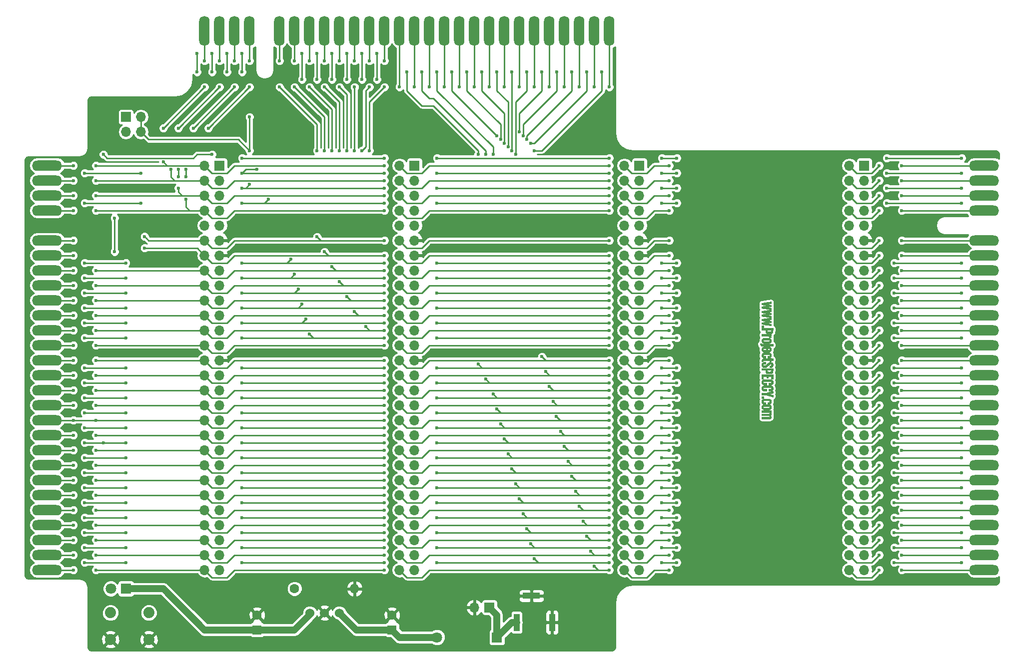
<source format=gtl>
G04 #@! TF.FileFunction,Copper,L1,Top,Signal*
%FSLAX46Y46*%
G04 Gerber Fmt 4.6, Leading zero omitted, Abs format (unit mm)*
G04 Created by KiCad (PCBNEW 4.0.5) date 11/08/17 14:32:28*
%MOMM*%
%LPD*%
G01*
G04 APERTURE LIST*
%ADD10C,0.100000*%
%ADD11C,0.010000*%
%ADD12O,1.778000X5.080000*%
%ADD13R,1.700000X1.700000*%
%ADD14O,1.700000X1.700000*%
%ADD15O,5.080000X1.778000*%
%ADD16C,1.879600*%
%ADD17R,1.600000X1.600000*%
%ADD18C,1.600000*%
%ADD19C,1.800000*%
%ADD20R,1.800000X1.800000*%
%ADD21R,1.000000X3.000000*%
%ADD22R,3.000000X1.000000*%
%ADD23O,1.600000X1.600000*%
%ADD24C,1.524000*%
%ADD25C,0.600000*%
%ADD26C,0.250000*%
%ADD27C,1.200000*%
%ADD28C,0.254000*%
G04 APERTURE END LIST*
D10*
D11*
G36*
X186580795Y-91541600D02*
X186413050Y-91541548D01*
X186268830Y-91541366D01*
X186146259Y-91541007D01*
X186043462Y-91540428D01*
X185958562Y-91539586D01*
X185889684Y-91538434D01*
X185834953Y-91536930D01*
X185792494Y-91535029D01*
X185760430Y-91532688D01*
X185736887Y-91529860D01*
X185719989Y-91526504D01*
X185707860Y-91522574D01*
X185704149Y-91520939D01*
X185661008Y-91494338D01*
X185628620Y-91458560D01*
X185605185Y-91409709D01*
X185588899Y-91343893D01*
X185577960Y-91257217D01*
X185577012Y-91246325D01*
X185568749Y-91147900D01*
X185799313Y-91147900D01*
X185803332Y-91182825D01*
X185807350Y-91217750D01*
X186610625Y-91221019D01*
X187413900Y-91224289D01*
X187413900Y-91541600D01*
X186580795Y-91541600D01*
X186580795Y-91541600D01*
G37*
X186580795Y-91541600D02*
X186413050Y-91541548D01*
X186268830Y-91541366D01*
X186146259Y-91541007D01*
X186043462Y-91540428D01*
X185958562Y-91539586D01*
X185889684Y-91538434D01*
X185834953Y-91536930D01*
X185792494Y-91535029D01*
X185760430Y-91532688D01*
X185736887Y-91529860D01*
X185719989Y-91526504D01*
X185707860Y-91522574D01*
X185704149Y-91520939D01*
X185661008Y-91494338D01*
X185628620Y-91458560D01*
X185605185Y-91409709D01*
X185588899Y-91343893D01*
X185577960Y-91257217D01*
X185577012Y-91246325D01*
X185568749Y-91147900D01*
X185799313Y-91147900D01*
X185803332Y-91182825D01*
X185807350Y-91217750D01*
X186610625Y-91221019D01*
X187413900Y-91224289D01*
X187413900Y-91541600D01*
X186580795Y-91541600D01*
G36*
X187419917Y-90658950D02*
X187419223Y-90726522D01*
X187416873Y-90775075D01*
X187411943Y-90810976D01*
X187403512Y-90840595D01*
X187390655Y-90870302D01*
X187388702Y-90874314D01*
X187335662Y-90956716D01*
X187265842Y-91020976D01*
X187178272Y-91067788D01*
X187076752Y-91096928D01*
X187038756Y-91101676D01*
X186979243Y-91105144D01*
X186897381Y-91107349D01*
X186792336Y-91108309D01*
X186663276Y-91108040D01*
X186569350Y-91107248D01*
X186452645Y-91105964D01*
X186358381Y-91104672D01*
X186283599Y-91103175D01*
X186225343Y-91101279D01*
X186180655Y-91098789D01*
X186146575Y-91095511D01*
X186120146Y-91091249D01*
X186098410Y-91085810D01*
X186078409Y-91078998D01*
X186065832Y-91074100D01*
X185975187Y-91025730D01*
X185903788Y-90960840D01*
X185851793Y-90879662D01*
X185819357Y-90782431D01*
X185807304Y-90687773D01*
X185806202Y-90630631D01*
X185808062Y-90576084D01*
X185812477Y-90534674D01*
X185813364Y-90530109D01*
X185846421Y-90433646D01*
X185900471Y-90350135D01*
X185973309Y-90282179D01*
X186062734Y-90232382D01*
X186066693Y-90230777D01*
X186086916Y-90223118D01*
X186107227Y-90216932D01*
X186130578Y-90212027D01*
X186159924Y-90208210D01*
X186198219Y-90205288D01*
X186248417Y-90203069D01*
X186313471Y-90201358D01*
X186396336Y-90199964D01*
X186499964Y-90198693D01*
X186569350Y-90197951D01*
X186609799Y-90197662D01*
X186609799Y-90512919D01*
X186493439Y-90513041D01*
X186399678Y-90513482D01*
X186325718Y-90514376D01*
X186268757Y-90515858D01*
X186225997Y-90518060D01*
X186194638Y-90521117D01*
X186171880Y-90525161D01*
X186154924Y-90530327D01*
X186144077Y-90535144D01*
X186098143Y-90570590D01*
X186072550Y-90618776D01*
X186068075Y-90652600D01*
X186073932Y-90688910D01*
X186083939Y-90716100D01*
X186105901Y-90742994D01*
X186138958Y-90767334D01*
X186144077Y-90770055D01*
X186158477Y-90776173D01*
X186176527Y-90781068D01*
X186201026Y-90784872D01*
X186234773Y-90787719D01*
X186280569Y-90789743D01*
X186341213Y-90791077D01*
X186419504Y-90791855D01*
X186518244Y-90792210D01*
X186609799Y-90792280D01*
X186738367Y-90791857D01*
X186847828Y-90790600D01*
X186936880Y-90788549D01*
X187004224Y-90785741D01*
X187048560Y-90782215D01*
X187066999Y-90778754D01*
X187118971Y-90750576D01*
X187149049Y-90712052D01*
X187159789Y-90659708D01*
X187159900Y-90652600D01*
X187151233Y-90598432D01*
X187123524Y-90558487D01*
X187074217Y-90529289D01*
X187066999Y-90526445D01*
X187042839Y-90522350D01*
X186994588Y-90518941D01*
X186923545Y-90516256D01*
X186831010Y-90514334D01*
X186718283Y-90513213D01*
X186609799Y-90512919D01*
X186609799Y-90197662D01*
X186713953Y-90196917D01*
X186834017Y-90197101D01*
X186930375Y-90198521D01*
X187003859Y-90201192D01*
X187055301Y-90205133D01*
X187076752Y-90208271D01*
X187179634Y-90237671D01*
X187263364Y-90282529D01*
X187330033Y-90344378D01*
X187381733Y-90424748D01*
X187386979Y-90435601D01*
X187401392Y-90468621D01*
X187410920Y-90498814D01*
X187416537Y-90532784D01*
X187419216Y-90577138D01*
X187419933Y-90638481D01*
X187419917Y-90658950D01*
X187419917Y-90658950D01*
G37*
X187419917Y-90658950D02*
X187419223Y-90726522D01*
X187416873Y-90775075D01*
X187411943Y-90810976D01*
X187403512Y-90840595D01*
X187390655Y-90870302D01*
X187388702Y-90874314D01*
X187335662Y-90956716D01*
X187265842Y-91020976D01*
X187178272Y-91067788D01*
X187076752Y-91096928D01*
X187038756Y-91101676D01*
X186979243Y-91105144D01*
X186897381Y-91107349D01*
X186792336Y-91108309D01*
X186663276Y-91108040D01*
X186569350Y-91107248D01*
X186452645Y-91105964D01*
X186358381Y-91104672D01*
X186283599Y-91103175D01*
X186225343Y-91101279D01*
X186180655Y-91098789D01*
X186146575Y-91095511D01*
X186120146Y-91091249D01*
X186098410Y-91085810D01*
X186078409Y-91078998D01*
X186065832Y-91074100D01*
X185975187Y-91025730D01*
X185903788Y-90960840D01*
X185851793Y-90879662D01*
X185819357Y-90782431D01*
X185807304Y-90687773D01*
X185806202Y-90630631D01*
X185808062Y-90576084D01*
X185812477Y-90534674D01*
X185813364Y-90530109D01*
X185846421Y-90433646D01*
X185900471Y-90350135D01*
X185973309Y-90282179D01*
X186062734Y-90232382D01*
X186066693Y-90230777D01*
X186086916Y-90223118D01*
X186107227Y-90216932D01*
X186130578Y-90212027D01*
X186159924Y-90208210D01*
X186198219Y-90205288D01*
X186248417Y-90203069D01*
X186313471Y-90201358D01*
X186396336Y-90199964D01*
X186499964Y-90198693D01*
X186569350Y-90197951D01*
X186609799Y-90197662D01*
X186609799Y-90512919D01*
X186493439Y-90513041D01*
X186399678Y-90513482D01*
X186325718Y-90514376D01*
X186268757Y-90515858D01*
X186225997Y-90518060D01*
X186194638Y-90521117D01*
X186171880Y-90525161D01*
X186154924Y-90530327D01*
X186144077Y-90535144D01*
X186098143Y-90570590D01*
X186072550Y-90618776D01*
X186068075Y-90652600D01*
X186073932Y-90688910D01*
X186083939Y-90716100D01*
X186105901Y-90742994D01*
X186138958Y-90767334D01*
X186144077Y-90770055D01*
X186158477Y-90776173D01*
X186176527Y-90781068D01*
X186201026Y-90784872D01*
X186234773Y-90787719D01*
X186280569Y-90789743D01*
X186341213Y-90791077D01*
X186419504Y-90791855D01*
X186518244Y-90792210D01*
X186609799Y-90792280D01*
X186738367Y-90791857D01*
X186847828Y-90790600D01*
X186936880Y-90788549D01*
X187004224Y-90785741D01*
X187048560Y-90782215D01*
X187066999Y-90778754D01*
X187118971Y-90750576D01*
X187149049Y-90712052D01*
X187159789Y-90659708D01*
X187159900Y-90652600D01*
X187151233Y-90598432D01*
X187123524Y-90558487D01*
X187074217Y-90529289D01*
X187066999Y-90526445D01*
X187042839Y-90522350D01*
X186994588Y-90518941D01*
X186923545Y-90516256D01*
X186831010Y-90514334D01*
X186718283Y-90513213D01*
X186609799Y-90512919D01*
X186609799Y-90197662D01*
X186713953Y-90196917D01*
X186834017Y-90197101D01*
X186930375Y-90198521D01*
X187003859Y-90201192D01*
X187055301Y-90205133D01*
X187076752Y-90208271D01*
X187179634Y-90237671D01*
X187263364Y-90282529D01*
X187330033Y-90344378D01*
X187381733Y-90424748D01*
X187386979Y-90435601D01*
X187401392Y-90468621D01*
X187410920Y-90498814D01*
X187416537Y-90532784D01*
X187419216Y-90577138D01*
X187419933Y-90638481D01*
X187419917Y-90658950D01*
G36*
X187417968Y-92214680D02*
X187410465Y-92283921D01*
X187395798Y-92338993D01*
X187372292Y-92385371D01*
X187338271Y-92428525D01*
X187322107Y-92445346D01*
X187278501Y-92483082D01*
X187229390Y-92512902D01*
X187171485Y-92535576D01*
X187101498Y-92551875D01*
X187016139Y-92562566D01*
X186912120Y-92568419D01*
X186788425Y-92570204D01*
X186575700Y-92570300D01*
X186575700Y-91986100D01*
X186378220Y-91986100D01*
X186295364Y-91986736D01*
X186233995Y-91988857D01*
X186190227Y-91992781D01*
X186160175Y-91998829D01*
X186143485Y-92005364D01*
X186102905Y-92038698D01*
X186077282Y-92084720D01*
X186068736Y-92135925D01*
X186079383Y-92184807D01*
X186088410Y-92200515D01*
X186115073Y-92228083D01*
X186152683Y-92247259D01*
X186205164Y-92259111D01*
X186276442Y-92264704D01*
X186327643Y-92265500D01*
X186461400Y-92265500D01*
X186461400Y-92574104D01*
X186293125Y-92566961D01*
X186211250Y-92562375D01*
X186148467Y-92555949D01*
X186098486Y-92546776D01*
X186055017Y-92533947D01*
X186048650Y-92531644D01*
X185973215Y-92492429D01*
X185907029Y-92436431D01*
X185856129Y-92369550D01*
X185833537Y-92321455D01*
X185817147Y-92255285D01*
X185807802Y-92175625D01*
X185805889Y-92092667D01*
X185811796Y-92016606D01*
X185820361Y-91974433D01*
X185856293Y-91882737D01*
X185908935Y-91808246D01*
X185980834Y-91748017D01*
X186048650Y-91710562D01*
X186124850Y-91674950D01*
X186613800Y-91674950D01*
X186738121Y-91674979D01*
X186839773Y-91675167D01*
X186921484Y-91675658D01*
X186931708Y-91675807D01*
X186931708Y-91986100D01*
X186817000Y-91986100D01*
X186817000Y-92265500D01*
X186902725Y-92264946D01*
X186995040Y-92260325D01*
X187064951Y-92247133D01*
X187114302Y-92224360D01*
X187144939Y-92190998D01*
X187158705Y-92146038D01*
X187159900Y-92124256D01*
X187154362Y-92073302D01*
X187136000Y-92035679D01*
X187102198Y-92009802D01*
X187050338Y-91994087D01*
X186977801Y-91986948D01*
X186931708Y-91986100D01*
X186931708Y-91675807D01*
X186985987Y-91676600D01*
X187036011Y-91678138D01*
X187074286Y-91680419D01*
X187103543Y-91683590D01*
X187126512Y-91687796D01*
X187145924Y-91693185D01*
X187164508Y-91699901D01*
X187177767Y-91705182D01*
X187256525Y-91748914D01*
X187326181Y-91810446D01*
X187379733Y-91883182D01*
X187391949Y-91906929D01*
X187404026Y-91936538D01*
X187412089Y-91967311D01*
X187416917Y-92005333D01*
X187419290Y-92056691D01*
X187419985Y-92125800D01*
X187417968Y-92214680D01*
X187417968Y-92214680D01*
G37*
X187417968Y-92214680D02*
X187410465Y-92283921D01*
X187395798Y-92338993D01*
X187372292Y-92385371D01*
X187338271Y-92428525D01*
X187322107Y-92445346D01*
X187278501Y-92483082D01*
X187229390Y-92512902D01*
X187171485Y-92535576D01*
X187101498Y-92551875D01*
X187016139Y-92562566D01*
X186912120Y-92568419D01*
X186788425Y-92570204D01*
X186575700Y-92570300D01*
X186575700Y-91986100D01*
X186378220Y-91986100D01*
X186295364Y-91986736D01*
X186233995Y-91988857D01*
X186190227Y-91992781D01*
X186160175Y-91998829D01*
X186143485Y-92005364D01*
X186102905Y-92038698D01*
X186077282Y-92084720D01*
X186068736Y-92135925D01*
X186079383Y-92184807D01*
X186088410Y-92200515D01*
X186115073Y-92228083D01*
X186152683Y-92247259D01*
X186205164Y-92259111D01*
X186276442Y-92264704D01*
X186327643Y-92265500D01*
X186461400Y-92265500D01*
X186461400Y-92574104D01*
X186293125Y-92566961D01*
X186211250Y-92562375D01*
X186148467Y-92555949D01*
X186098486Y-92546776D01*
X186055017Y-92533947D01*
X186048650Y-92531644D01*
X185973215Y-92492429D01*
X185907029Y-92436431D01*
X185856129Y-92369550D01*
X185833537Y-92321455D01*
X185817147Y-92255285D01*
X185807802Y-92175625D01*
X185805889Y-92092667D01*
X185811796Y-92016606D01*
X185820361Y-91974433D01*
X185856293Y-91882737D01*
X185908935Y-91808246D01*
X185980834Y-91748017D01*
X186048650Y-91710562D01*
X186124850Y-91674950D01*
X186613800Y-91674950D01*
X186738121Y-91674979D01*
X186839773Y-91675167D01*
X186921484Y-91675658D01*
X186931708Y-91675807D01*
X186931708Y-91986100D01*
X186817000Y-91986100D01*
X186817000Y-92265500D01*
X186902725Y-92264946D01*
X186995040Y-92260325D01*
X187064951Y-92247133D01*
X187114302Y-92224360D01*
X187144939Y-92190998D01*
X187158705Y-92146038D01*
X187159900Y-92124256D01*
X187154362Y-92073302D01*
X187136000Y-92035679D01*
X187102198Y-92009802D01*
X187050338Y-91994087D01*
X186977801Y-91986948D01*
X186931708Y-91986100D01*
X186931708Y-91675807D01*
X186985987Y-91676600D01*
X187036011Y-91678138D01*
X187074286Y-91680419D01*
X187103543Y-91683590D01*
X187126512Y-91687796D01*
X187145924Y-91693185D01*
X187164508Y-91699901D01*
X187177767Y-91705182D01*
X187256525Y-91748914D01*
X187326181Y-91810446D01*
X187379733Y-91883182D01*
X187391949Y-91906929D01*
X187404026Y-91936538D01*
X187412089Y-91967311D01*
X187416917Y-92005333D01*
X187419290Y-92056691D01*
X187419985Y-92125800D01*
X187417968Y-92214680D01*
G36*
X187419532Y-93141800D02*
X187417776Y-93224135D01*
X187412150Y-93287052D01*
X187400843Y-93336450D01*
X187382045Y-93378228D01*
X187353944Y-93418284D01*
X187324180Y-93452368D01*
X187274794Y-93497889D01*
X187219962Y-93530732D01*
X187154548Y-93552765D01*
X187073416Y-93565856D01*
X186997975Y-93570979D01*
X186855100Y-93576796D01*
X186855100Y-93268800D01*
X186957331Y-93268800D01*
X187036418Y-93264282D01*
X187093943Y-93250229D01*
X187132180Y-93225887D01*
X187146824Y-93206003D01*
X187157654Y-93167653D01*
X187158736Y-93120314D01*
X187150535Y-93076645D01*
X187141356Y-93057476D01*
X187130180Y-93043216D01*
X187116914Y-93031599D01*
X187099042Y-93022379D01*
X187074050Y-93015314D01*
X187039421Y-93010160D01*
X186992640Y-93006673D01*
X186931193Y-93004609D01*
X186852562Y-93003724D01*
X186754234Y-93003776D01*
X186633693Y-93004520D01*
X186597607Y-93004803D01*
X186144450Y-93008450D01*
X186109250Y-93043663D01*
X186086349Y-93072047D01*
X186076071Y-93103784D01*
X186074050Y-93140755D01*
X186079018Y-93189272D01*
X186095666Y-93225896D01*
X186126617Y-93252023D01*
X186174489Y-93269053D01*
X186241904Y-93278384D01*
X186331481Y-93281417D01*
X186337575Y-93281429D01*
X186461400Y-93281500D01*
X186461400Y-93576424D01*
X186280425Y-93571315D01*
X186206959Y-93568871D01*
X186152986Y-93565723D01*
X186112603Y-93560930D01*
X186079904Y-93553551D01*
X186048985Y-93542645D01*
X186019272Y-93529707D01*
X185937194Y-93480136D01*
X185875075Y-93415589D01*
X185833812Y-93337007D01*
X185832750Y-93333994D01*
X185817028Y-93269284D01*
X185808010Y-93191072D01*
X185806062Y-93109461D01*
X185811550Y-93034555D01*
X185820314Y-92990433D01*
X185859296Y-92894687D01*
X185917138Y-92815511D01*
X185992645Y-92754135D01*
X186084622Y-92711792D01*
X186093076Y-92709136D01*
X186116456Y-92702436D01*
X186139837Y-92697047D01*
X186166103Y-92692854D01*
X186198137Y-92689743D01*
X186238822Y-92687600D01*
X186291042Y-92686310D01*
X186357680Y-92685759D01*
X186441619Y-92685832D01*
X186545743Y-92686416D01*
X186646605Y-92687182D01*
X187115450Y-92690950D01*
X187185880Y-92723984D01*
X187270801Y-92773402D01*
X187335419Y-92833754D01*
X187383822Y-92908880D01*
X187384816Y-92910893D01*
X187399727Y-92942937D01*
X187409716Y-92971226D01*
X187415729Y-93002054D01*
X187418712Y-93041711D01*
X187419611Y-93096491D01*
X187419532Y-93141800D01*
X187419532Y-93141800D01*
G37*
X187419532Y-93141800D02*
X187417776Y-93224135D01*
X187412150Y-93287052D01*
X187400843Y-93336450D01*
X187382045Y-93378228D01*
X187353944Y-93418284D01*
X187324180Y-93452368D01*
X187274794Y-93497889D01*
X187219962Y-93530732D01*
X187154548Y-93552765D01*
X187073416Y-93565856D01*
X186997975Y-93570979D01*
X186855100Y-93576796D01*
X186855100Y-93268800D01*
X186957331Y-93268800D01*
X187036418Y-93264282D01*
X187093943Y-93250229D01*
X187132180Y-93225887D01*
X187146824Y-93206003D01*
X187157654Y-93167653D01*
X187158736Y-93120314D01*
X187150535Y-93076645D01*
X187141356Y-93057476D01*
X187130180Y-93043216D01*
X187116914Y-93031599D01*
X187099042Y-93022379D01*
X187074050Y-93015314D01*
X187039421Y-93010160D01*
X186992640Y-93006673D01*
X186931193Y-93004609D01*
X186852562Y-93003724D01*
X186754234Y-93003776D01*
X186633693Y-93004520D01*
X186597607Y-93004803D01*
X186144450Y-93008450D01*
X186109250Y-93043663D01*
X186086349Y-93072047D01*
X186076071Y-93103784D01*
X186074050Y-93140755D01*
X186079018Y-93189272D01*
X186095666Y-93225896D01*
X186126617Y-93252023D01*
X186174489Y-93269053D01*
X186241904Y-93278384D01*
X186331481Y-93281417D01*
X186337575Y-93281429D01*
X186461400Y-93281500D01*
X186461400Y-93576424D01*
X186280425Y-93571315D01*
X186206959Y-93568871D01*
X186152986Y-93565723D01*
X186112603Y-93560930D01*
X186079904Y-93553551D01*
X186048985Y-93542645D01*
X186019272Y-93529707D01*
X185937194Y-93480136D01*
X185875075Y-93415589D01*
X185833812Y-93337007D01*
X185832750Y-93333994D01*
X185817028Y-93269284D01*
X185808010Y-93191072D01*
X185806062Y-93109461D01*
X185811550Y-93034555D01*
X185820314Y-92990433D01*
X185859296Y-92894687D01*
X185917138Y-92815511D01*
X185992645Y-92754135D01*
X186084622Y-92711792D01*
X186093076Y-92709136D01*
X186116456Y-92702436D01*
X186139837Y-92697047D01*
X186166103Y-92692854D01*
X186198137Y-92689743D01*
X186238822Y-92687600D01*
X186291042Y-92686310D01*
X186357680Y-92685759D01*
X186441619Y-92685832D01*
X186545743Y-92686416D01*
X186646605Y-92687182D01*
X187115450Y-92690950D01*
X187185880Y-92723984D01*
X187270801Y-92773402D01*
X187335419Y-92833754D01*
X187383822Y-92908880D01*
X187384816Y-92910893D01*
X187399727Y-92942937D01*
X187409716Y-92971226D01*
X187415729Y-93002054D01*
X187418712Y-93041711D01*
X187419611Y-93096491D01*
X187419532Y-93141800D01*
G36*
X187722781Y-94905257D02*
X187707625Y-94968068D01*
X187682687Y-95021521D01*
X187646691Y-95070726D01*
X187643006Y-95074961D01*
X187600051Y-95118491D01*
X187555798Y-95150255D01*
X187504997Y-95172167D01*
X187442400Y-95186138D01*
X187362757Y-95194080D01*
X187309125Y-95196595D01*
X187147200Y-95202203D01*
X187147200Y-94907100D01*
X187232925Y-94907029D01*
X187319758Y-94901898D01*
X187384743Y-94885985D01*
X187429486Y-94858264D01*
X187455591Y-94817709D01*
X187464662Y-94763296D01*
X187464700Y-94758890D01*
X187455521Y-94698295D01*
X187427694Y-94654471D01*
X187380782Y-94627049D01*
X187314352Y-94615662D01*
X187294530Y-94615278D01*
X187258131Y-94617783D01*
X187223262Y-94626205D01*
X187187106Y-94642514D01*
X187146843Y-94668683D01*
X187099656Y-94706685D01*
X187042727Y-94758490D01*
X186973237Y-94826072D01*
X186926671Y-94872665D01*
X186836267Y-94962463D01*
X186759554Y-95035096D01*
X186693422Y-95092455D01*
X186634764Y-95136427D01*
X186580473Y-95168901D01*
X186527441Y-95191767D01*
X186472561Y-95206914D01*
X186412725Y-95216230D01*
X186353422Y-95221110D01*
X186221148Y-95221245D01*
X186107755Y-95204495D01*
X186012922Y-95170609D01*
X185936332Y-95119332D01*
X185877666Y-95050411D01*
X185836604Y-94963592D01*
X185812829Y-94858622D01*
X185806713Y-94786450D01*
X185805917Y-94727161D01*
X185807878Y-94670352D01*
X185812177Y-94625975D01*
X185813840Y-94616673D01*
X185844241Y-94525813D01*
X185892872Y-94446643D01*
X185956524Y-94382926D01*
X186031983Y-94338425D01*
X186060030Y-94328257D01*
X186103472Y-94318953D01*
X186167258Y-94310822D01*
X186246342Y-94304408D01*
X186312175Y-94301071D01*
X186499500Y-94293810D01*
X186499500Y-94615000D01*
X186328251Y-94615000D01*
X186259223Y-94615172D01*
X186210676Y-94616233D01*
X186177692Y-94619002D01*
X186155353Y-94624296D01*
X186138739Y-94632934D01*
X186122933Y-94645734D01*
X186118260Y-94649925D01*
X186083564Y-94695814D01*
X186069985Y-94747609D01*
X186077086Y-94799277D01*
X186104433Y-94844786D01*
X186134059Y-94868946D01*
X186175923Y-94884527D01*
X186233209Y-94893157D01*
X186296844Y-94894609D01*
X186357756Y-94888652D01*
X186405160Y-94875788D01*
X186427116Y-94861597D01*
X186463946Y-94832094D01*
X186512594Y-94789962D01*
X186570008Y-94737883D01*
X186633131Y-94678537D01*
X186667221Y-94645675D01*
X186760141Y-94556482D01*
X186839033Y-94484228D01*
X186907141Y-94427232D01*
X186967713Y-94383814D01*
X187023995Y-94352292D01*
X187079232Y-94330984D01*
X187136673Y-94318211D01*
X187199562Y-94312289D01*
X187271146Y-94311540D01*
X187310489Y-94312555D01*
X187400773Y-94318241D01*
X187471482Y-94329691D01*
X187528134Y-94348733D01*
X187576245Y-94377191D01*
X187619147Y-94414693D01*
X187661728Y-94463647D01*
X187692058Y-94515583D01*
X187712116Y-94576204D01*
X187723879Y-94651216D01*
X187728853Y-94731111D01*
X187729432Y-94827975D01*
X187722781Y-94905257D01*
X187722781Y-94905257D01*
G37*
X187722781Y-94905257D02*
X187707625Y-94968068D01*
X187682687Y-95021521D01*
X187646691Y-95070726D01*
X187643006Y-95074961D01*
X187600051Y-95118491D01*
X187555798Y-95150255D01*
X187504997Y-95172167D01*
X187442400Y-95186138D01*
X187362757Y-95194080D01*
X187309125Y-95196595D01*
X187147200Y-95202203D01*
X187147200Y-94907100D01*
X187232925Y-94907029D01*
X187319758Y-94901898D01*
X187384743Y-94885985D01*
X187429486Y-94858264D01*
X187455591Y-94817709D01*
X187464662Y-94763296D01*
X187464700Y-94758890D01*
X187455521Y-94698295D01*
X187427694Y-94654471D01*
X187380782Y-94627049D01*
X187314352Y-94615662D01*
X187294530Y-94615278D01*
X187258131Y-94617783D01*
X187223262Y-94626205D01*
X187187106Y-94642514D01*
X187146843Y-94668683D01*
X187099656Y-94706685D01*
X187042727Y-94758490D01*
X186973237Y-94826072D01*
X186926671Y-94872665D01*
X186836267Y-94962463D01*
X186759554Y-95035096D01*
X186693422Y-95092455D01*
X186634764Y-95136427D01*
X186580473Y-95168901D01*
X186527441Y-95191767D01*
X186472561Y-95206914D01*
X186412725Y-95216230D01*
X186353422Y-95221110D01*
X186221148Y-95221245D01*
X186107755Y-95204495D01*
X186012922Y-95170609D01*
X185936332Y-95119332D01*
X185877666Y-95050411D01*
X185836604Y-94963592D01*
X185812829Y-94858622D01*
X185806713Y-94786450D01*
X185805917Y-94727161D01*
X185807878Y-94670352D01*
X185812177Y-94625975D01*
X185813840Y-94616673D01*
X185844241Y-94525813D01*
X185892872Y-94446643D01*
X185956524Y-94382926D01*
X186031983Y-94338425D01*
X186060030Y-94328257D01*
X186103472Y-94318953D01*
X186167258Y-94310822D01*
X186246342Y-94304408D01*
X186312175Y-94301071D01*
X186499500Y-94293810D01*
X186499500Y-94615000D01*
X186328251Y-94615000D01*
X186259223Y-94615172D01*
X186210676Y-94616233D01*
X186177692Y-94619002D01*
X186155353Y-94624296D01*
X186138739Y-94632934D01*
X186122933Y-94645734D01*
X186118260Y-94649925D01*
X186083564Y-94695814D01*
X186069985Y-94747609D01*
X186077086Y-94799277D01*
X186104433Y-94844786D01*
X186134059Y-94868946D01*
X186175923Y-94884527D01*
X186233209Y-94893157D01*
X186296844Y-94894609D01*
X186357756Y-94888652D01*
X186405160Y-94875788D01*
X186427116Y-94861597D01*
X186463946Y-94832094D01*
X186512594Y-94789962D01*
X186570008Y-94737883D01*
X186633131Y-94678537D01*
X186667221Y-94645675D01*
X186760141Y-94556482D01*
X186839033Y-94484228D01*
X186907141Y-94427232D01*
X186967713Y-94383814D01*
X187023995Y-94352292D01*
X187079232Y-94330984D01*
X187136673Y-94318211D01*
X187199562Y-94312289D01*
X187271146Y-94311540D01*
X187310489Y-94312555D01*
X187400773Y-94318241D01*
X187471482Y-94329691D01*
X187528134Y-94348733D01*
X187576245Y-94377191D01*
X187619147Y-94414693D01*
X187661728Y-94463647D01*
X187692058Y-94515583D01*
X187712116Y-94576204D01*
X187723879Y-94651216D01*
X187728853Y-94731111D01*
X187729432Y-94827975D01*
X187722781Y-94905257D01*
G36*
X187724771Y-97766325D02*
X187723424Y-97817972D01*
X187720243Y-97855157D01*
X187714465Y-97883352D01*
X187705325Y-97908023D01*
X187692057Y-97934640D01*
X187691310Y-97936050D01*
X187650168Y-97999561D01*
X187599729Y-98050093D01*
X187537324Y-98088701D01*
X187460283Y-98116444D01*
X187365939Y-98134379D01*
X187251622Y-98143564D01*
X187163075Y-98145348D01*
X187032900Y-98145600D01*
X187032900Y-97840800D01*
X187188475Y-97840780D01*
X187261071Y-97839932D01*
X187313599Y-97837018D01*
X187351350Y-97831450D01*
X187379613Y-97822641D01*
X187388500Y-97818555D01*
X187430427Y-97785143D01*
X187454438Y-97739782D01*
X187460540Y-97688519D01*
X187448743Y-97637401D01*
X187419053Y-97592476D01*
X187388170Y-97568268D01*
X187376238Y-97561843D01*
X187362724Y-97556546D01*
X187345137Y-97552245D01*
X187320988Y-97548809D01*
X187287783Y-97546105D01*
X187243033Y-97544002D01*
X187184247Y-97542368D01*
X187108932Y-97541070D01*
X187014599Y-97539978D01*
X186898756Y-97538960D01*
X186823350Y-97538370D01*
X186707899Y-97537699D01*
X186597997Y-97537461D01*
X186496780Y-97537633D01*
X186407382Y-97538194D01*
X186332938Y-97539121D01*
X186276582Y-97540392D01*
X186241449Y-97541983D01*
X186235019Y-97542579D01*
X186167688Y-97559615D01*
X186120172Y-97592319D01*
X186091900Y-97641205D01*
X186083878Y-97679038D01*
X186082942Y-97728341D01*
X186094528Y-97764674D01*
X186098815Y-97771762D01*
X186118113Y-97795616D01*
X186142889Y-97813435D01*
X186176823Y-97826032D01*
X186223594Y-97834225D01*
X186286883Y-97838829D01*
X186370369Y-97840661D01*
X186410193Y-97840800D01*
X186613800Y-97840800D01*
X186613800Y-97994865D01*
X186613801Y-98148930D01*
X186375675Y-98142243D01*
X186270617Y-98138359D01*
X186186845Y-98132711D01*
X186120262Y-98124438D01*
X186066771Y-98112684D01*
X186022275Y-98096588D01*
X185982676Y-98075293D01*
X185950786Y-98053199D01*
X185898529Y-98000637D01*
X185854062Y-97928279D01*
X185832969Y-97883158D01*
X185819673Y-97843887D01*
X185811956Y-97800956D01*
X185807600Y-97744857D01*
X185806662Y-97725079D01*
X185806126Y-97645285D01*
X185811417Y-97576796D01*
X185818075Y-97540870D01*
X185854920Y-97442456D01*
X185910533Y-97361034D01*
X185984499Y-97296944D01*
X186076406Y-97250528D01*
X186185840Y-97222127D01*
X186208821Y-97218764D01*
X186247810Y-97215500D01*
X186308055Y-97212752D01*
X186385838Y-97210520D01*
X186477440Y-97208804D01*
X186579144Y-97207606D01*
X186687231Y-97206925D01*
X186797982Y-97206763D01*
X186907681Y-97207120D01*
X187012607Y-97207998D01*
X187109044Y-97209395D01*
X187193273Y-97211314D01*
X187261575Y-97213755D01*
X187310232Y-97216719D01*
X187327187Y-97218559D01*
X187441921Y-97244191D01*
X187537201Y-97285446D01*
X187614136Y-97343035D01*
X187673831Y-97417667D01*
X187693626Y-97453450D01*
X187706278Y-97480946D01*
X187715004Y-97507084D01*
X187720524Y-97537393D01*
X187723557Y-97577401D01*
X187724824Y-97632639D01*
X187725050Y-97694750D01*
X187724771Y-97766325D01*
X187724771Y-97766325D01*
G37*
X187724771Y-97766325D02*
X187723424Y-97817972D01*
X187720243Y-97855157D01*
X187714465Y-97883352D01*
X187705325Y-97908023D01*
X187692057Y-97934640D01*
X187691310Y-97936050D01*
X187650168Y-97999561D01*
X187599729Y-98050093D01*
X187537324Y-98088701D01*
X187460283Y-98116444D01*
X187365939Y-98134379D01*
X187251622Y-98143564D01*
X187163075Y-98145348D01*
X187032900Y-98145600D01*
X187032900Y-97840800D01*
X187188475Y-97840780D01*
X187261071Y-97839932D01*
X187313599Y-97837018D01*
X187351350Y-97831450D01*
X187379613Y-97822641D01*
X187388500Y-97818555D01*
X187430427Y-97785143D01*
X187454438Y-97739782D01*
X187460540Y-97688519D01*
X187448743Y-97637401D01*
X187419053Y-97592476D01*
X187388170Y-97568268D01*
X187376238Y-97561843D01*
X187362724Y-97556546D01*
X187345137Y-97552245D01*
X187320988Y-97548809D01*
X187287783Y-97546105D01*
X187243033Y-97544002D01*
X187184247Y-97542368D01*
X187108932Y-97541070D01*
X187014599Y-97539978D01*
X186898756Y-97538960D01*
X186823350Y-97538370D01*
X186707899Y-97537699D01*
X186597997Y-97537461D01*
X186496780Y-97537633D01*
X186407382Y-97538194D01*
X186332938Y-97539121D01*
X186276582Y-97540392D01*
X186241449Y-97541983D01*
X186235019Y-97542579D01*
X186167688Y-97559615D01*
X186120172Y-97592319D01*
X186091900Y-97641205D01*
X186083878Y-97679038D01*
X186082942Y-97728341D01*
X186094528Y-97764674D01*
X186098815Y-97771762D01*
X186118113Y-97795616D01*
X186142889Y-97813435D01*
X186176823Y-97826032D01*
X186223594Y-97834225D01*
X186286883Y-97838829D01*
X186370369Y-97840661D01*
X186410193Y-97840800D01*
X186613800Y-97840800D01*
X186613800Y-97994865D01*
X186613801Y-98148930D01*
X186375675Y-98142243D01*
X186270617Y-98138359D01*
X186186845Y-98132711D01*
X186120262Y-98124438D01*
X186066771Y-98112684D01*
X186022275Y-98096588D01*
X185982676Y-98075293D01*
X185950786Y-98053199D01*
X185898529Y-98000637D01*
X185854062Y-97928279D01*
X185832969Y-97883158D01*
X185819673Y-97843887D01*
X185811956Y-97800956D01*
X185807600Y-97744857D01*
X185806662Y-97725079D01*
X185806126Y-97645285D01*
X185811417Y-97576796D01*
X185818075Y-97540870D01*
X185854920Y-97442456D01*
X185910533Y-97361034D01*
X185984499Y-97296944D01*
X186076406Y-97250528D01*
X186185840Y-97222127D01*
X186208821Y-97218764D01*
X186247810Y-97215500D01*
X186308055Y-97212752D01*
X186385838Y-97210520D01*
X186477440Y-97208804D01*
X186579144Y-97207606D01*
X186687231Y-97206925D01*
X186797982Y-97206763D01*
X186907681Y-97207120D01*
X187012607Y-97207998D01*
X187109044Y-97209395D01*
X187193273Y-97211314D01*
X187261575Y-97213755D01*
X187310232Y-97216719D01*
X187327187Y-97218559D01*
X187441921Y-97244191D01*
X187537201Y-97285446D01*
X187614136Y-97343035D01*
X187673831Y-97417667D01*
X187693626Y-97453450D01*
X187706278Y-97480946D01*
X187715004Y-97507084D01*
X187720524Y-97537393D01*
X187723557Y-97577401D01*
X187724824Y-97632639D01*
X187725050Y-97694750D01*
X187724771Y-97766325D01*
G36*
X187721400Y-98885764D02*
X187703464Y-98953767D01*
X187674728Y-99013340D01*
X187665884Y-99027309D01*
X187621766Y-99080693D01*
X187566655Y-99122099D01*
X187497812Y-99152467D01*
X187412497Y-99172738D01*
X187307971Y-99183851D01*
X187201175Y-99186801D01*
X187032900Y-99187000D01*
X187032900Y-98884119D01*
X187210448Y-98879984D01*
X187280923Y-98878175D01*
X187330723Y-98876001D01*
X187364566Y-98872591D01*
X187387172Y-98867070D01*
X187403260Y-98858567D01*
X187417549Y-98846209D01*
X187423173Y-98840636D01*
X187445816Y-98812708D01*
X187456143Y-98781615D01*
X187458350Y-98742455D01*
X187455681Y-98700065D01*
X187444352Y-98670269D01*
X187419383Y-98640527D01*
X187416841Y-98637969D01*
X187375331Y-98596450D01*
X186800891Y-98592568D01*
X186641052Y-98591779D01*
X186505910Y-98591748D01*
X186394772Y-98592487D01*
X186306947Y-98594008D01*
X186241743Y-98596322D01*
X186198466Y-98599440D01*
X186178218Y-98602785D01*
X186131228Y-98628047D01*
X186099036Y-98668137D01*
X186082454Y-98716968D01*
X186082294Y-98768449D01*
X186099368Y-98816495D01*
X186134489Y-98855015D01*
X186143767Y-98861051D01*
X186161401Y-98869072D01*
X186185637Y-98874844D01*
X186220494Y-98878704D01*
X186269993Y-98880986D01*
X186338152Y-98882028D01*
X186396685Y-98882200D01*
X186613800Y-98882200D01*
X186613800Y-99189296D01*
X186362975Y-99183953D01*
X186260745Y-99181108D01*
X186179830Y-99176773D01*
X186116149Y-99169946D01*
X186065622Y-99159625D01*
X186024170Y-99144809D01*
X185987711Y-99124494D01*
X185952165Y-99097681D01*
X185928786Y-99077344D01*
X185876664Y-99019510D01*
X185840149Y-98951852D01*
X185817491Y-98869929D01*
X185806940Y-98769300D01*
X185806877Y-98767900D01*
X185806027Y-98709702D01*
X185808120Y-98653709D01*
X185812707Y-98610463D01*
X185813842Y-98604473D01*
X185846660Y-98505686D01*
X185899539Y-98422044D01*
X185971478Y-98354495D01*
X186061476Y-98303987D01*
X186164683Y-98272255D01*
X186196520Y-98268625D01*
X186253060Y-98265746D01*
X186333618Y-98263629D01*
X186437508Y-98262283D01*
X186564043Y-98261719D01*
X186712538Y-98261948D01*
X186812383Y-98262474D01*
X186949207Y-98263388D01*
X187063072Y-98264278D01*
X187156418Y-98265268D01*
X187231686Y-98266481D01*
X187291315Y-98268040D01*
X187337747Y-98270068D01*
X187373421Y-98272687D01*
X187400778Y-98276022D01*
X187422258Y-98280195D01*
X187440301Y-98285330D01*
X187457349Y-98291549D01*
X187467261Y-98295507D01*
X187545519Y-98337481D01*
X187615301Y-98394521D01*
X187670158Y-98460697D01*
X187693974Y-98504001D01*
X187709525Y-98546144D01*
X187719816Y-98593075D01*
X187726197Y-98652483D01*
X187728971Y-98703450D01*
X187729562Y-98804077D01*
X187721400Y-98885764D01*
X187721400Y-98885764D01*
G37*
X187721400Y-98885764D02*
X187703464Y-98953767D01*
X187674728Y-99013340D01*
X187665884Y-99027309D01*
X187621766Y-99080693D01*
X187566655Y-99122099D01*
X187497812Y-99152467D01*
X187412497Y-99172738D01*
X187307971Y-99183851D01*
X187201175Y-99186801D01*
X187032900Y-99187000D01*
X187032900Y-98884119D01*
X187210448Y-98879984D01*
X187280923Y-98878175D01*
X187330723Y-98876001D01*
X187364566Y-98872591D01*
X187387172Y-98867070D01*
X187403260Y-98858567D01*
X187417549Y-98846209D01*
X187423173Y-98840636D01*
X187445816Y-98812708D01*
X187456143Y-98781615D01*
X187458350Y-98742455D01*
X187455681Y-98700065D01*
X187444352Y-98670269D01*
X187419383Y-98640527D01*
X187416841Y-98637969D01*
X187375331Y-98596450D01*
X186800891Y-98592568D01*
X186641052Y-98591779D01*
X186505910Y-98591748D01*
X186394772Y-98592487D01*
X186306947Y-98594008D01*
X186241743Y-98596322D01*
X186198466Y-98599440D01*
X186178218Y-98602785D01*
X186131228Y-98628047D01*
X186099036Y-98668137D01*
X186082454Y-98716968D01*
X186082294Y-98768449D01*
X186099368Y-98816495D01*
X186134489Y-98855015D01*
X186143767Y-98861051D01*
X186161401Y-98869072D01*
X186185637Y-98874844D01*
X186220494Y-98878704D01*
X186269993Y-98880986D01*
X186338152Y-98882028D01*
X186396685Y-98882200D01*
X186613800Y-98882200D01*
X186613800Y-99189296D01*
X186362975Y-99183953D01*
X186260745Y-99181108D01*
X186179830Y-99176773D01*
X186116149Y-99169946D01*
X186065622Y-99159625D01*
X186024170Y-99144809D01*
X185987711Y-99124494D01*
X185952165Y-99097681D01*
X185928786Y-99077344D01*
X185876664Y-99019510D01*
X185840149Y-98951852D01*
X185817491Y-98869929D01*
X185806940Y-98769300D01*
X185806877Y-98767900D01*
X185806027Y-98709702D01*
X185808120Y-98653709D01*
X185812707Y-98610463D01*
X185813842Y-98604473D01*
X185846660Y-98505686D01*
X185899539Y-98422044D01*
X185971478Y-98354495D01*
X186061476Y-98303987D01*
X186164683Y-98272255D01*
X186196520Y-98268625D01*
X186253060Y-98265746D01*
X186333618Y-98263629D01*
X186437508Y-98262283D01*
X186564043Y-98261719D01*
X186712538Y-98261948D01*
X186812383Y-98262474D01*
X186949207Y-98263388D01*
X187063072Y-98264278D01*
X187156418Y-98265268D01*
X187231686Y-98266481D01*
X187291315Y-98268040D01*
X187337747Y-98270068D01*
X187373421Y-98272687D01*
X187400778Y-98276022D01*
X187422258Y-98280195D01*
X187440301Y-98285330D01*
X187457349Y-98291549D01*
X187467261Y-98295507D01*
X187545519Y-98337481D01*
X187615301Y-98394521D01*
X187670158Y-98460697D01*
X187693974Y-98504001D01*
X187709525Y-98546144D01*
X187719816Y-98593075D01*
X187726197Y-98652483D01*
X187728971Y-98703450D01*
X187729562Y-98804077D01*
X187721400Y-98885764D01*
G36*
X187419702Y-101032656D02*
X187417996Y-101081228D01*
X187413878Y-101117025D01*
X187406385Y-101146358D01*
X187394553Y-101175535D01*
X187384653Y-101196240D01*
X187341816Y-101264424D01*
X187286335Y-101317647D01*
X187215630Y-101357249D01*
X187127119Y-101384571D01*
X187018221Y-101400954D01*
X186985275Y-101403655D01*
X186855100Y-101412772D01*
X186855100Y-101094451D01*
X186974751Y-101090050D01*
X187032639Y-101087227D01*
X187071408Y-101082906D01*
X187097337Y-101075636D01*
X187116708Y-101063968D01*
X187127151Y-101054861D01*
X187149161Y-101027713D01*
X187158567Y-100994499D01*
X187159900Y-100965180D01*
X187149917Y-100906517D01*
X187119792Y-100863268D01*
X187075304Y-100837221D01*
X187055360Y-100834359D01*
X187013238Y-100831745D01*
X186952161Y-100829463D01*
X186875351Y-100827597D01*
X186786031Y-100826233D01*
X186687422Y-100825453D01*
X186618916Y-100825300D01*
X186497235Y-100825507D01*
X186398439Y-100826195D01*
X186320015Y-100827459D01*
X186259450Y-100829396D01*
X186214232Y-100832105D01*
X186181847Y-100835680D01*
X186159784Y-100840219D01*
X186150686Y-100843349D01*
X186108484Y-100872927D01*
X186080295Y-100916322D01*
X186068488Y-100966214D01*
X186075434Y-101015284D01*
X186087521Y-101038446D01*
X186111841Y-101065867D01*
X186142977Y-101084890D01*
X186185557Y-101096827D01*
X186244209Y-101102993D01*
X186321070Y-101104700D01*
X186461400Y-101104700D01*
X186461400Y-101409500D01*
X186375675Y-101409403D01*
X186280455Y-101406095D01*
X186187968Y-101397024D01*
X186104854Y-101383148D01*
X186037749Y-101365428D01*
X186017064Y-101357559D01*
X185950082Y-101316676D01*
X185890668Y-101257942D01*
X185845790Y-101188900D01*
X185832713Y-101157970D01*
X185819458Y-101104106D01*
X185810369Y-101035167D01*
X185806067Y-100961228D01*
X185807175Y-100892364D01*
X185813287Y-100843165D01*
X185845972Y-100743901D01*
X185897737Y-100661274D01*
X185968007Y-100595835D01*
X186056203Y-100548135D01*
X186150674Y-100520780D01*
X186189011Y-100516048D01*
X186249478Y-100512570D01*
X186332777Y-100510333D01*
X186439608Y-100509322D01*
X186570675Y-100509523D01*
X186664600Y-100510251D01*
X186782101Y-100511451D01*
X186877134Y-100512660D01*
X186952633Y-100514072D01*
X187011530Y-100515877D01*
X187056757Y-100518268D01*
X187091248Y-100521436D01*
X187117934Y-100525574D01*
X187139747Y-100530874D01*
X187159622Y-100537526D01*
X187175407Y-100543675D01*
X187255668Y-100588452D01*
X187326478Y-100652107D01*
X187381000Y-100728254D01*
X187388535Y-100742750D01*
X187401822Y-100772305D01*
X187410731Y-100800756D01*
X187416132Y-100834244D01*
X187418891Y-100878908D01*
X187419877Y-100940889D01*
X187419960Y-100965000D01*
X187419702Y-101032656D01*
X187419702Y-101032656D01*
G37*
X187419702Y-101032656D02*
X187417996Y-101081228D01*
X187413878Y-101117025D01*
X187406385Y-101146358D01*
X187394553Y-101175535D01*
X187384653Y-101196240D01*
X187341816Y-101264424D01*
X187286335Y-101317647D01*
X187215630Y-101357249D01*
X187127119Y-101384571D01*
X187018221Y-101400954D01*
X186985275Y-101403655D01*
X186855100Y-101412772D01*
X186855100Y-101094451D01*
X186974751Y-101090050D01*
X187032639Y-101087227D01*
X187071408Y-101082906D01*
X187097337Y-101075636D01*
X187116708Y-101063968D01*
X187127151Y-101054861D01*
X187149161Y-101027713D01*
X187158567Y-100994499D01*
X187159900Y-100965180D01*
X187149917Y-100906517D01*
X187119792Y-100863268D01*
X187075304Y-100837221D01*
X187055360Y-100834359D01*
X187013238Y-100831745D01*
X186952161Y-100829463D01*
X186875351Y-100827597D01*
X186786031Y-100826233D01*
X186687422Y-100825453D01*
X186618916Y-100825300D01*
X186497235Y-100825507D01*
X186398439Y-100826195D01*
X186320015Y-100827459D01*
X186259450Y-100829396D01*
X186214232Y-100832105D01*
X186181847Y-100835680D01*
X186159784Y-100840219D01*
X186150686Y-100843349D01*
X186108484Y-100872927D01*
X186080295Y-100916322D01*
X186068488Y-100966214D01*
X186075434Y-101015284D01*
X186087521Y-101038446D01*
X186111841Y-101065867D01*
X186142977Y-101084890D01*
X186185557Y-101096827D01*
X186244209Y-101102993D01*
X186321070Y-101104700D01*
X186461400Y-101104700D01*
X186461400Y-101409500D01*
X186375675Y-101409403D01*
X186280455Y-101406095D01*
X186187968Y-101397024D01*
X186104854Y-101383148D01*
X186037749Y-101365428D01*
X186017064Y-101357559D01*
X185950082Y-101316676D01*
X185890668Y-101257942D01*
X185845790Y-101188900D01*
X185832713Y-101157970D01*
X185819458Y-101104106D01*
X185810369Y-101035167D01*
X185806067Y-100961228D01*
X185807175Y-100892364D01*
X185813287Y-100843165D01*
X185845972Y-100743901D01*
X185897737Y-100661274D01*
X185968007Y-100595835D01*
X186056203Y-100548135D01*
X186150674Y-100520780D01*
X186189011Y-100516048D01*
X186249478Y-100512570D01*
X186332777Y-100510333D01*
X186439608Y-100509322D01*
X186570675Y-100509523D01*
X186664600Y-100510251D01*
X186782101Y-100511451D01*
X186877134Y-100512660D01*
X186952633Y-100514072D01*
X187011530Y-100515877D01*
X187056757Y-100518268D01*
X187091248Y-100521436D01*
X187117934Y-100525574D01*
X187139747Y-100530874D01*
X187159622Y-100537526D01*
X187175407Y-100543675D01*
X187255668Y-100588452D01*
X187326478Y-100652107D01*
X187381000Y-100728254D01*
X187388535Y-100742750D01*
X187401822Y-100772305D01*
X187410731Y-100800756D01*
X187416132Y-100834244D01*
X187418891Y-100878908D01*
X187419877Y-100940889D01*
X187419960Y-100965000D01*
X187419702Y-101032656D01*
G36*
X187409381Y-102060281D02*
X187375704Y-102155620D01*
X187323307Y-102233828D01*
X187252269Y-102294810D01*
X187162672Y-102338471D01*
X187077682Y-102360863D01*
X187036106Y-102365860D01*
X186974083Y-102369784D01*
X186895729Y-102372660D01*
X186805161Y-102374515D01*
X186706497Y-102375374D01*
X186603852Y-102375264D01*
X186501344Y-102374209D01*
X186403089Y-102372237D01*
X186313204Y-102369373D01*
X186235807Y-102365644D01*
X186175013Y-102361073D01*
X186134939Y-102355689D01*
X186131372Y-102354909D01*
X186029503Y-102320428D01*
X185946898Y-102269460D01*
X185883430Y-102201847D01*
X185838972Y-102117431D01*
X185813396Y-102016054D01*
X185807343Y-101953232D01*
X185806207Y-101896118D01*
X185807994Y-101841744D01*
X185812313Y-101800528D01*
X185813252Y-101795665D01*
X185846142Y-101696602D01*
X185898431Y-101613733D01*
X185969291Y-101547894D01*
X186057890Y-101499920D01*
X186129328Y-101477578D01*
X186167512Y-101471908D01*
X186226751Y-101467282D01*
X186303041Y-101463691D01*
X186392381Y-101461126D01*
X186490770Y-101459575D01*
X186594205Y-101459031D01*
X186616149Y-101459125D01*
X186616149Y-101777819D01*
X186498869Y-101777938D01*
X186404214Y-101778368D01*
X186329409Y-101779242D01*
X186271679Y-101780688D01*
X186228248Y-101782839D01*
X186196342Y-101785824D01*
X186173186Y-101789775D01*
X186156005Y-101794821D01*
X186144077Y-101800044D01*
X186110226Y-101823065D01*
X186085362Y-101850343D01*
X186083255Y-101854000D01*
X186072497Y-101895699D01*
X186074654Y-101944884D01*
X186088372Y-101989360D01*
X186100278Y-102007314D01*
X186127531Y-102027276D01*
X186164417Y-102043299D01*
X186168029Y-102044357D01*
X186194104Y-102048018D01*
X186241214Y-102051062D01*
X186305568Y-102053490D01*
X186383375Y-102055307D01*
X186470846Y-102056516D01*
X186564189Y-102057118D01*
X186659614Y-102057118D01*
X186753330Y-102056518D01*
X186841546Y-102055322D01*
X186920474Y-102053531D01*
X186986320Y-102051150D01*
X187035296Y-102048181D01*
X187063610Y-102044626D01*
X187066999Y-102043654D01*
X187118997Y-102015445D01*
X187149087Y-101976878D01*
X187159797Y-101924522D01*
X187159900Y-101917680D01*
X187149917Y-101859017D01*
X187119792Y-101815768D01*
X187075304Y-101789721D01*
X187055367Y-101786864D01*
X187013232Y-101784256D01*
X186952098Y-101781980D01*
X186875167Y-101780120D01*
X186785640Y-101778757D01*
X186686716Y-101777976D01*
X186616149Y-101777819D01*
X186616149Y-101459125D01*
X186698686Y-101459482D01*
X186800209Y-101460920D01*
X186894774Y-101463334D01*
X186978377Y-101466714D01*
X187047019Y-101471052D01*
X187096696Y-101476336D01*
X187115832Y-101479982D01*
X187214762Y-101516735D01*
X187294826Y-101570446D01*
X187355908Y-101640939D01*
X187397890Y-101728038D01*
X187420658Y-101831566D01*
X187424257Y-101947909D01*
X187409381Y-102060281D01*
X187409381Y-102060281D01*
G37*
X187409381Y-102060281D02*
X187375704Y-102155620D01*
X187323307Y-102233828D01*
X187252269Y-102294810D01*
X187162672Y-102338471D01*
X187077682Y-102360863D01*
X187036106Y-102365860D01*
X186974083Y-102369784D01*
X186895729Y-102372660D01*
X186805161Y-102374515D01*
X186706497Y-102375374D01*
X186603852Y-102375264D01*
X186501344Y-102374209D01*
X186403089Y-102372237D01*
X186313204Y-102369373D01*
X186235807Y-102365644D01*
X186175013Y-102361073D01*
X186134939Y-102355689D01*
X186131372Y-102354909D01*
X186029503Y-102320428D01*
X185946898Y-102269460D01*
X185883430Y-102201847D01*
X185838972Y-102117431D01*
X185813396Y-102016054D01*
X185807343Y-101953232D01*
X185806207Y-101896118D01*
X185807994Y-101841744D01*
X185812313Y-101800528D01*
X185813252Y-101795665D01*
X185846142Y-101696602D01*
X185898431Y-101613733D01*
X185969291Y-101547894D01*
X186057890Y-101499920D01*
X186129328Y-101477578D01*
X186167512Y-101471908D01*
X186226751Y-101467282D01*
X186303041Y-101463691D01*
X186392381Y-101461126D01*
X186490770Y-101459575D01*
X186594205Y-101459031D01*
X186616149Y-101459125D01*
X186616149Y-101777819D01*
X186498869Y-101777938D01*
X186404214Y-101778368D01*
X186329409Y-101779242D01*
X186271679Y-101780688D01*
X186228248Y-101782839D01*
X186196342Y-101785824D01*
X186173186Y-101789775D01*
X186156005Y-101794821D01*
X186144077Y-101800044D01*
X186110226Y-101823065D01*
X186085362Y-101850343D01*
X186083255Y-101854000D01*
X186072497Y-101895699D01*
X186074654Y-101944884D01*
X186088372Y-101989360D01*
X186100278Y-102007314D01*
X186127531Y-102027276D01*
X186164417Y-102043299D01*
X186168029Y-102044357D01*
X186194104Y-102048018D01*
X186241214Y-102051062D01*
X186305568Y-102053490D01*
X186383375Y-102055307D01*
X186470846Y-102056516D01*
X186564189Y-102057118D01*
X186659614Y-102057118D01*
X186753330Y-102056518D01*
X186841546Y-102055322D01*
X186920474Y-102053531D01*
X186986320Y-102051150D01*
X187035296Y-102048181D01*
X187063610Y-102044626D01*
X187066999Y-102043654D01*
X187118997Y-102015445D01*
X187149087Y-101976878D01*
X187159797Y-101924522D01*
X187159900Y-101917680D01*
X187149917Y-101859017D01*
X187119792Y-101815768D01*
X187075304Y-101789721D01*
X187055367Y-101786864D01*
X187013232Y-101784256D01*
X186952098Y-101781980D01*
X186875167Y-101780120D01*
X186785640Y-101778757D01*
X186686716Y-101777976D01*
X186616149Y-101777819D01*
X186616149Y-101459125D01*
X186698686Y-101459482D01*
X186800209Y-101460920D01*
X186894774Y-101463334D01*
X186978377Y-101466714D01*
X187047019Y-101471052D01*
X187096696Y-101476336D01*
X187115832Y-101479982D01*
X187214762Y-101516735D01*
X187294826Y-101570446D01*
X187355908Y-101640939D01*
X187397890Y-101728038D01*
X187420658Y-101831566D01*
X187424257Y-101947909D01*
X187409381Y-102060281D01*
G36*
X187413735Y-84273128D02*
X187412742Y-84317668D01*
X187410173Y-84345128D01*
X187405284Y-84359668D01*
X187397328Y-84365450D01*
X187385559Y-84366632D01*
X187385325Y-84366637D01*
X187366151Y-84368184D01*
X187324949Y-84372324D01*
X187264923Y-84378710D01*
X187189275Y-84386991D01*
X187101207Y-84396819D01*
X187003921Y-84407845D01*
X186937650Y-84415443D01*
X186817247Y-84429580D01*
X186721076Y-84441493D01*
X186648082Y-84451342D01*
X186597209Y-84459290D01*
X186567403Y-84465498D01*
X186557609Y-84470126D01*
X186563000Y-84472707D01*
X186586272Y-84476970D01*
X186631178Y-84484793D01*
X186694295Y-84495595D01*
X186772198Y-84508794D01*
X186861461Y-84523807D01*
X186958661Y-84540055D01*
X187007500Y-84548183D01*
X187407550Y-84614664D01*
X187411197Y-84731321D01*
X187412589Y-84786244D01*
X187411890Y-84820904D01*
X187408045Y-84840417D01*
X187400001Y-84849898D01*
X187386705Y-84854464D01*
X187385797Y-84854675D01*
X187366286Y-84858404D01*
X187325077Y-84865728D01*
X187265530Y-84876070D01*
X187191002Y-84888851D01*
X187104852Y-84903494D01*
X187010437Y-84919420D01*
X186975750Y-84925243D01*
X186878675Y-84941575D01*
X186788192Y-84956910D01*
X186707760Y-84970651D01*
X186640841Y-84982205D01*
X186590893Y-84990975D01*
X186561378Y-84996367D01*
X186556650Y-84997317D01*
X186557939Y-85000868D01*
X186583348Y-85006606D01*
X186631709Y-85014364D01*
X186701853Y-85023975D01*
X186792609Y-85035272D01*
X186902807Y-85048089D01*
X186950350Y-85053414D01*
X187052754Y-85064742D01*
X187147405Y-85075155D01*
X187231271Y-85084323D01*
X187301320Y-85091918D01*
X187354519Y-85097609D01*
X187387836Y-85101069D01*
X187398025Y-85102004D01*
X187405515Y-85109875D01*
X187410441Y-85134623D01*
X187413127Y-85179120D01*
X187413900Y-85242400D01*
X187413609Y-85303537D01*
X187412200Y-85343667D01*
X187408877Y-85367181D01*
X187402840Y-85378471D01*
X187393289Y-85381927D01*
X187388485Y-85382100D01*
X187371653Y-85380256D01*
X187331961Y-85374945D01*
X187271665Y-85366493D01*
X187193020Y-85355228D01*
X187098281Y-85341476D01*
X186989704Y-85325566D01*
X186869543Y-85307825D01*
X186740055Y-85288580D01*
X186603493Y-85268158D01*
X186601101Y-85267800D01*
X186465107Y-85247415D01*
X186336678Y-85228194D01*
X186217996Y-85210461D01*
X186111245Y-85194541D01*
X186018606Y-85180759D01*
X185942263Y-85169440D01*
X185884399Y-85160907D01*
X185847196Y-85155487D01*
X185832836Y-85153503D01*
X185832766Y-85153500D01*
X185830246Y-85141641D01*
X185828198Y-85109426D01*
X185826843Y-85061898D01*
X185826400Y-85009145D01*
X185826400Y-84864791D01*
X185994675Y-84838482D01*
X186060831Y-84828200D01*
X186144927Y-84815221D01*
X186239788Y-84800647D01*
X186338240Y-84785581D01*
X186433108Y-84771125D01*
X186439175Y-84770203D01*
X186519451Y-84757700D01*
X186590554Y-84746043D01*
X186648895Y-84735868D01*
X186690886Y-84727812D01*
X186712938Y-84722510D01*
X186715400Y-84721198D01*
X186703338Y-84717547D01*
X186669030Y-84710292D01*
X186615292Y-84699951D01*
X186544942Y-84687042D01*
X186460797Y-84672083D01*
X186365674Y-84655590D01*
X186270900Y-84639511D01*
X185826400Y-84564858D01*
X185826400Y-84421029D01*
X185827238Y-84364003D01*
X185829514Y-84317672D01*
X185832870Y-84287088D01*
X185836564Y-84277200D01*
X185850618Y-84275343D01*
X185887572Y-84269994D01*
X185945218Y-84261484D01*
X186021345Y-84250144D01*
X186113743Y-84236304D01*
X186220202Y-84220296D01*
X186338514Y-84202451D01*
X186466468Y-84183099D01*
X186599694Y-84162900D01*
X186735707Y-84142329D01*
X186864831Y-84122946D01*
X186984776Y-84105087D01*
X187093253Y-84089084D01*
X187187973Y-84075271D01*
X187266647Y-84063983D01*
X187326985Y-84055552D01*
X187366698Y-84050315D01*
X187383280Y-84048600D01*
X187413900Y-84048600D01*
X187413900Y-84207350D01*
X187413735Y-84273128D01*
X187413735Y-84273128D01*
G37*
X187413735Y-84273128D02*
X187412742Y-84317668D01*
X187410173Y-84345128D01*
X187405284Y-84359668D01*
X187397328Y-84365450D01*
X187385559Y-84366632D01*
X187385325Y-84366637D01*
X187366151Y-84368184D01*
X187324949Y-84372324D01*
X187264923Y-84378710D01*
X187189275Y-84386991D01*
X187101207Y-84396819D01*
X187003921Y-84407845D01*
X186937650Y-84415443D01*
X186817247Y-84429580D01*
X186721076Y-84441493D01*
X186648082Y-84451342D01*
X186597209Y-84459290D01*
X186567403Y-84465498D01*
X186557609Y-84470126D01*
X186563000Y-84472707D01*
X186586272Y-84476970D01*
X186631178Y-84484793D01*
X186694295Y-84495595D01*
X186772198Y-84508794D01*
X186861461Y-84523807D01*
X186958661Y-84540055D01*
X187007500Y-84548183D01*
X187407550Y-84614664D01*
X187411197Y-84731321D01*
X187412589Y-84786244D01*
X187411890Y-84820904D01*
X187408045Y-84840417D01*
X187400001Y-84849898D01*
X187386705Y-84854464D01*
X187385797Y-84854675D01*
X187366286Y-84858404D01*
X187325077Y-84865728D01*
X187265530Y-84876070D01*
X187191002Y-84888851D01*
X187104852Y-84903494D01*
X187010437Y-84919420D01*
X186975750Y-84925243D01*
X186878675Y-84941575D01*
X186788192Y-84956910D01*
X186707760Y-84970651D01*
X186640841Y-84982205D01*
X186590893Y-84990975D01*
X186561378Y-84996367D01*
X186556650Y-84997317D01*
X186557939Y-85000868D01*
X186583348Y-85006606D01*
X186631709Y-85014364D01*
X186701853Y-85023975D01*
X186792609Y-85035272D01*
X186902807Y-85048089D01*
X186950350Y-85053414D01*
X187052754Y-85064742D01*
X187147405Y-85075155D01*
X187231271Y-85084323D01*
X187301320Y-85091918D01*
X187354519Y-85097609D01*
X187387836Y-85101069D01*
X187398025Y-85102004D01*
X187405515Y-85109875D01*
X187410441Y-85134623D01*
X187413127Y-85179120D01*
X187413900Y-85242400D01*
X187413609Y-85303537D01*
X187412200Y-85343667D01*
X187408877Y-85367181D01*
X187402840Y-85378471D01*
X187393289Y-85381927D01*
X187388485Y-85382100D01*
X187371653Y-85380256D01*
X187331961Y-85374945D01*
X187271665Y-85366493D01*
X187193020Y-85355228D01*
X187098281Y-85341476D01*
X186989704Y-85325566D01*
X186869543Y-85307825D01*
X186740055Y-85288580D01*
X186603493Y-85268158D01*
X186601101Y-85267800D01*
X186465107Y-85247415D01*
X186336678Y-85228194D01*
X186217996Y-85210461D01*
X186111245Y-85194541D01*
X186018606Y-85180759D01*
X185942263Y-85169440D01*
X185884399Y-85160907D01*
X185847196Y-85155487D01*
X185832836Y-85153503D01*
X185832766Y-85153500D01*
X185830246Y-85141641D01*
X185828198Y-85109426D01*
X185826843Y-85061898D01*
X185826400Y-85009145D01*
X185826400Y-84864791D01*
X185994675Y-84838482D01*
X186060831Y-84828200D01*
X186144927Y-84815221D01*
X186239788Y-84800647D01*
X186338240Y-84785581D01*
X186433108Y-84771125D01*
X186439175Y-84770203D01*
X186519451Y-84757700D01*
X186590554Y-84746043D01*
X186648895Y-84735868D01*
X186690886Y-84727812D01*
X186712938Y-84722510D01*
X186715400Y-84721198D01*
X186703338Y-84717547D01*
X186669030Y-84710292D01*
X186615292Y-84699951D01*
X186544942Y-84687042D01*
X186460797Y-84672083D01*
X186365674Y-84655590D01*
X186270900Y-84639511D01*
X185826400Y-84564858D01*
X185826400Y-84421029D01*
X185827238Y-84364003D01*
X185829514Y-84317672D01*
X185832870Y-84287088D01*
X185836564Y-84277200D01*
X185850618Y-84275343D01*
X185887572Y-84269994D01*
X185945218Y-84261484D01*
X186021345Y-84250144D01*
X186113743Y-84236304D01*
X186220202Y-84220296D01*
X186338514Y-84202451D01*
X186466468Y-84183099D01*
X186599694Y-84162900D01*
X186735707Y-84142329D01*
X186864831Y-84122946D01*
X186984776Y-84105087D01*
X187093253Y-84089084D01*
X187187973Y-84075271D01*
X187266647Y-84063983D01*
X187326985Y-84055552D01*
X187366698Y-84050315D01*
X187383280Y-84048600D01*
X187413900Y-84048600D01*
X187413900Y-84207350D01*
X187413735Y-84273128D01*
G36*
X186966225Y-85768248D02*
X186862563Y-85779636D01*
X186767200Y-85790238D01*
X186683004Y-85799727D01*
X186612842Y-85807773D01*
X186559582Y-85814048D01*
X186526090Y-85818223D01*
X186515208Y-85819923D01*
X186526489Y-85822555D01*
X186560065Y-85828819D01*
X186613168Y-85838234D01*
X186683028Y-85850322D01*
X186766875Y-85864604D01*
X186861941Y-85880599D01*
X186962883Y-85897403D01*
X187413900Y-85972105D01*
X187413900Y-86088996D01*
X187413275Y-86145113D01*
X187410808Y-86180755D01*
X187405616Y-86200832D01*
X187396812Y-86210252D01*
X187391675Y-86212254D01*
X187374111Y-86215795D01*
X187334628Y-86222880D01*
X187276379Y-86232969D01*
X187202516Y-86245526D01*
X187116191Y-86260013D01*
X187020557Y-86275893D01*
X186959875Y-86285889D01*
X186861379Y-86302278D01*
X186771394Y-86317657D01*
X186692857Y-86331492D01*
X186628707Y-86343250D01*
X186581879Y-86352396D01*
X186555313Y-86358396D01*
X186550300Y-86360339D01*
X186562432Y-86363383D01*
X186596815Y-86368627D01*
X186650431Y-86375697D01*
X186720261Y-86384219D01*
X186803289Y-86393817D01*
X186896495Y-86404119D01*
X186947175Y-86409544D01*
X187046428Y-86420145D01*
X187138841Y-86430187D01*
X187221034Y-86439289D01*
X187289624Y-86447072D01*
X187341230Y-86453154D01*
X187372472Y-86457154D01*
X187378975Y-86458172D01*
X187413900Y-86464775D01*
X187413900Y-86602887D01*
X187413322Y-86665227D01*
X187411227Y-86706165D01*
X187407079Y-86729679D01*
X187400340Y-86739750D01*
X187395236Y-86741000D01*
X187379641Y-86739163D01*
X187341155Y-86733872D01*
X187282007Y-86725450D01*
X187204423Y-86714225D01*
X187110631Y-86700520D01*
X187002859Y-86684662D01*
X186883333Y-86666976D01*
X186754280Y-86647788D01*
X186617929Y-86627423D01*
X186613099Y-86626700D01*
X186476782Y-86606319D01*
X186347882Y-86587102D01*
X186228601Y-86569372D01*
X186121139Y-86553454D01*
X186027697Y-86539673D01*
X185950474Y-86528353D01*
X185891671Y-86519818D01*
X185853490Y-86514393D01*
X185838130Y-86512403D01*
X185838013Y-86512400D01*
X185833422Y-86500541D01*
X185829688Y-86468321D01*
X185827215Y-86420776D01*
X185826400Y-86367653D01*
X185826400Y-86222907D01*
X185905775Y-86209560D01*
X185939571Y-86204109D01*
X185994258Y-86195567D01*
X186065607Y-86184582D01*
X186149387Y-86171802D01*
X186241367Y-86157875D01*
X186334400Y-86143886D01*
X186426592Y-86129885D01*
X186511311Y-86116661D01*
X186585082Y-86104784D01*
X186644427Y-86094826D01*
X186685873Y-86087358D01*
X186705942Y-86082952D01*
X186706524Y-86082747D01*
X186700098Y-86078615D01*
X186670835Y-86070940D01*
X186620984Y-86060167D01*
X186552794Y-86046741D01*
X186468512Y-86031108D01*
X186370388Y-86013712D01*
X186277899Y-85997892D01*
X185826401Y-85921850D01*
X185826401Y-85778975D01*
X185826819Y-85722151D01*
X185827954Y-85676040D01*
X185829628Y-85645712D01*
X185831441Y-85636100D01*
X185844779Y-85634255D01*
X185880598Y-85628986D01*
X185936265Y-85620692D01*
X186009150Y-85609771D01*
X186096623Y-85596621D01*
X186196051Y-85581641D01*
X186304804Y-85565229D01*
X186420252Y-85547784D01*
X186539763Y-85529703D01*
X186660707Y-85511387D01*
X186780451Y-85493232D01*
X186896367Y-85475637D01*
X187005822Y-85459002D01*
X187106185Y-85443723D01*
X187194826Y-85430200D01*
X187269114Y-85418832D01*
X187326418Y-85410015D01*
X187364107Y-85404150D01*
X187378975Y-85401742D01*
X187413900Y-85395435D01*
X187413900Y-85557393D01*
X187413901Y-85719351D01*
X186966225Y-85768248D01*
X186966225Y-85768248D01*
G37*
X186966225Y-85768248D02*
X186862563Y-85779636D01*
X186767200Y-85790238D01*
X186683004Y-85799727D01*
X186612842Y-85807773D01*
X186559582Y-85814048D01*
X186526090Y-85818223D01*
X186515208Y-85819923D01*
X186526489Y-85822555D01*
X186560065Y-85828819D01*
X186613168Y-85838234D01*
X186683028Y-85850322D01*
X186766875Y-85864604D01*
X186861941Y-85880599D01*
X186962883Y-85897403D01*
X187413900Y-85972105D01*
X187413900Y-86088996D01*
X187413275Y-86145113D01*
X187410808Y-86180755D01*
X187405616Y-86200832D01*
X187396812Y-86210252D01*
X187391675Y-86212254D01*
X187374111Y-86215795D01*
X187334628Y-86222880D01*
X187276379Y-86232969D01*
X187202516Y-86245526D01*
X187116191Y-86260013D01*
X187020557Y-86275893D01*
X186959875Y-86285889D01*
X186861379Y-86302278D01*
X186771394Y-86317657D01*
X186692857Y-86331492D01*
X186628707Y-86343250D01*
X186581879Y-86352396D01*
X186555313Y-86358396D01*
X186550300Y-86360339D01*
X186562432Y-86363383D01*
X186596815Y-86368627D01*
X186650431Y-86375697D01*
X186720261Y-86384219D01*
X186803289Y-86393817D01*
X186896495Y-86404119D01*
X186947175Y-86409544D01*
X187046428Y-86420145D01*
X187138841Y-86430187D01*
X187221034Y-86439289D01*
X187289624Y-86447072D01*
X187341230Y-86453154D01*
X187372472Y-86457154D01*
X187378975Y-86458172D01*
X187413900Y-86464775D01*
X187413900Y-86602887D01*
X187413322Y-86665227D01*
X187411227Y-86706165D01*
X187407079Y-86729679D01*
X187400340Y-86739750D01*
X187395236Y-86741000D01*
X187379641Y-86739163D01*
X187341155Y-86733872D01*
X187282007Y-86725450D01*
X187204423Y-86714225D01*
X187110631Y-86700520D01*
X187002859Y-86684662D01*
X186883333Y-86666976D01*
X186754280Y-86647788D01*
X186617929Y-86627423D01*
X186613099Y-86626700D01*
X186476782Y-86606319D01*
X186347882Y-86587102D01*
X186228601Y-86569372D01*
X186121139Y-86553454D01*
X186027697Y-86539673D01*
X185950474Y-86528353D01*
X185891671Y-86519818D01*
X185853490Y-86514393D01*
X185838130Y-86512403D01*
X185838013Y-86512400D01*
X185833422Y-86500541D01*
X185829688Y-86468321D01*
X185827215Y-86420776D01*
X185826400Y-86367653D01*
X185826400Y-86222907D01*
X185905775Y-86209560D01*
X185939571Y-86204109D01*
X185994258Y-86195567D01*
X186065607Y-86184582D01*
X186149387Y-86171802D01*
X186241367Y-86157875D01*
X186334400Y-86143886D01*
X186426592Y-86129885D01*
X186511311Y-86116661D01*
X186585082Y-86104784D01*
X186644427Y-86094826D01*
X186685873Y-86087358D01*
X186705942Y-86082952D01*
X186706524Y-86082747D01*
X186700098Y-86078615D01*
X186670835Y-86070940D01*
X186620984Y-86060167D01*
X186552794Y-86046741D01*
X186468512Y-86031108D01*
X186370388Y-86013712D01*
X186277899Y-85997892D01*
X185826401Y-85921850D01*
X185826401Y-85778975D01*
X185826819Y-85722151D01*
X185827954Y-85676040D01*
X185829628Y-85645712D01*
X185831441Y-85636100D01*
X185844779Y-85634255D01*
X185880598Y-85628986D01*
X185936265Y-85620692D01*
X186009150Y-85609771D01*
X186096623Y-85596621D01*
X186196051Y-85581641D01*
X186304804Y-85565229D01*
X186420252Y-85547784D01*
X186539763Y-85529703D01*
X186660707Y-85511387D01*
X186780451Y-85493232D01*
X186896367Y-85475637D01*
X187005822Y-85459002D01*
X187106185Y-85443723D01*
X187194826Y-85430200D01*
X187269114Y-85418832D01*
X187326418Y-85410015D01*
X187364107Y-85404150D01*
X187378975Y-85401742D01*
X187413900Y-85395435D01*
X187413900Y-85557393D01*
X187413901Y-85719351D01*
X186966225Y-85768248D01*
G36*
X187411110Y-86914751D02*
X187407550Y-87077098D01*
X186988450Y-87123610D01*
X186886748Y-87134929D01*
X186792087Y-87145525D01*
X186707694Y-87155033D01*
X186636799Y-87163086D01*
X186582629Y-87169318D01*
X186548412Y-87173363D01*
X186538477Y-87174635D01*
X186543352Y-87177644D01*
X186570756Y-87184233D01*
X186618147Y-87193920D01*
X186682980Y-87206222D01*
X186762712Y-87220658D01*
X186854800Y-87236746D01*
X186956700Y-87254003D01*
X186960752Y-87254679D01*
X187413901Y-87330208D01*
X187413901Y-87447778D01*
X187413900Y-87565349D01*
X187372625Y-87572926D01*
X187350173Y-87576859D01*
X187306061Y-87584424D01*
X187243677Y-87595044D01*
X187166411Y-87608146D01*
X187077651Y-87623153D01*
X186980787Y-87639491D01*
X186931300Y-87647823D01*
X186820234Y-87666898D01*
X186727105Y-87683689D01*
X186653297Y-87697915D01*
X186600193Y-87709294D01*
X186569177Y-87717544D01*
X186561632Y-87722383D01*
X186563000Y-87722902D01*
X186583417Y-87726161D01*
X186625636Y-87731587D01*
X186686191Y-87738781D01*
X186761614Y-87747342D01*
X186848438Y-87756872D01*
X186943196Y-87766971D01*
X186969400Y-87769714D01*
X187065882Y-87779878D01*
X187155531Y-87789525D01*
X187234843Y-87798261D01*
X187300314Y-87805695D01*
X187348441Y-87811433D01*
X187375719Y-87815082D01*
X187378975Y-87815642D01*
X187413900Y-87822518D01*
X187413900Y-87961209D01*
X187413087Y-88017154D01*
X187410882Y-88062339D01*
X187407639Y-88091610D01*
X187404375Y-88100125D01*
X187390461Y-88098341D01*
X187353589Y-88093119D01*
X187295922Y-88084776D01*
X187219622Y-88073631D01*
X187126852Y-88060002D01*
X187019776Y-88044206D01*
X186900555Y-88026562D01*
X186771352Y-88007386D01*
X186634331Y-87986998D01*
X186610625Y-87983465D01*
X185826400Y-87866579D01*
X185826400Y-87581218D01*
X185861325Y-87573980D01*
X185879228Y-87570918D01*
X185918595Y-87564577D01*
X185975783Y-87555520D01*
X186047149Y-87544313D01*
X186129050Y-87531520D01*
X186217843Y-87517705D01*
X186309885Y-87503432D01*
X186401532Y-87489266D01*
X186489143Y-87475771D01*
X186569072Y-87463511D01*
X186637679Y-87453052D01*
X186691318Y-87444956D01*
X186726347Y-87439790D01*
X186737265Y-87438287D01*
X186727512Y-87435944D01*
X186695417Y-87429804D01*
X186643673Y-87420350D01*
X186574972Y-87408062D01*
X186492011Y-87393423D01*
X186397482Y-87376914D01*
X186294079Y-87359017D01*
X186289950Y-87358306D01*
X185832750Y-87279538D01*
X185829170Y-87138367D01*
X185825589Y-86997196D01*
X185860920Y-86990077D01*
X185879758Y-86986909D01*
X185921342Y-86980334D01*
X185983300Y-86970716D01*
X186063257Y-86958419D01*
X186158841Y-86943804D01*
X186267679Y-86927236D01*
X186387399Y-86909077D01*
X186515626Y-86889691D01*
X186613800Y-86874888D01*
X186746999Y-86854811D01*
X186873620Y-86835694D01*
X186991265Y-86817902D01*
X187097532Y-86801800D01*
X187190022Y-86787751D01*
X187266336Y-86776120D01*
X187324073Y-86767272D01*
X187360833Y-86761571D01*
X187373010Y-86759611D01*
X187414669Y-86752404D01*
X187411110Y-86914751D01*
X187411110Y-86914751D01*
G37*
X187411110Y-86914751D02*
X187407550Y-87077098D01*
X186988450Y-87123610D01*
X186886748Y-87134929D01*
X186792087Y-87145525D01*
X186707694Y-87155033D01*
X186636799Y-87163086D01*
X186582629Y-87169318D01*
X186548412Y-87173363D01*
X186538477Y-87174635D01*
X186543352Y-87177644D01*
X186570756Y-87184233D01*
X186618147Y-87193920D01*
X186682980Y-87206222D01*
X186762712Y-87220658D01*
X186854800Y-87236746D01*
X186956700Y-87254003D01*
X186960752Y-87254679D01*
X187413901Y-87330208D01*
X187413901Y-87447778D01*
X187413900Y-87565349D01*
X187372625Y-87572926D01*
X187350173Y-87576859D01*
X187306061Y-87584424D01*
X187243677Y-87595044D01*
X187166411Y-87608146D01*
X187077651Y-87623153D01*
X186980787Y-87639491D01*
X186931300Y-87647823D01*
X186820234Y-87666898D01*
X186727105Y-87683689D01*
X186653297Y-87697915D01*
X186600193Y-87709294D01*
X186569177Y-87717544D01*
X186561632Y-87722383D01*
X186563000Y-87722902D01*
X186583417Y-87726161D01*
X186625636Y-87731587D01*
X186686191Y-87738781D01*
X186761614Y-87747342D01*
X186848438Y-87756872D01*
X186943196Y-87766971D01*
X186969400Y-87769714D01*
X187065882Y-87779878D01*
X187155531Y-87789525D01*
X187234843Y-87798261D01*
X187300314Y-87805695D01*
X187348441Y-87811433D01*
X187375719Y-87815082D01*
X187378975Y-87815642D01*
X187413900Y-87822518D01*
X187413900Y-87961209D01*
X187413087Y-88017154D01*
X187410882Y-88062339D01*
X187407639Y-88091610D01*
X187404375Y-88100125D01*
X187390461Y-88098341D01*
X187353589Y-88093119D01*
X187295922Y-88084776D01*
X187219622Y-88073631D01*
X187126852Y-88060002D01*
X187019776Y-88044206D01*
X186900555Y-88026562D01*
X186771352Y-88007386D01*
X186634331Y-87986998D01*
X186610625Y-87983465D01*
X185826400Y-87866579D01*
X185826400Y-87581218D01*
X185861325Y-87573980D01*
X185879228Y-87570918D01*
X185918595Y-87564577D01*
X185975783Y-87555520D01*
X186047149Y-87544313D01*
X186129050Y-87531520D01*
X186217843Y-87517705D01*
X186309885Y-87503432D01*
X186401532Y-87489266D01*
X186489143Y-87475771D01*
X186569072Y-87463511D01*
X186637679Y-87453052D01*
X186691318Y-87444956D01*
X186726347Y-87439790D01*
X186737265Y-87438287D01*
X186727512Y-87435944D01*
X186695417Y-87429804D01*
X186643673Y-87420350D01*
X186574972Y-87408062D01*
X186492011Y-87393423D01*
X186397482Y-87376914D01*
X186294079Y-87359017D01*
X186289950Y-87358306D01*
X185832750Y-87279538D01*
X185829170Y-87138367D01*
X185825589Y-86997196D01*
X185860920Y-86990077D01*
X185879758Y-86986909D01*
X185921342Y-86980334D01*
X185983300Y-86970716D01*
X186063257Y-86958419D01*
X186158841Y-86943804D01*
X186267679Y-86927236D01*
X186387399Y-86909077D01*
X186515626Y-86889691D01*
X186613800Y-86874888D01*
X186746999Y-86854811D01*
X186873620Y-86835694D01*
X186991265Y-86817902D01*
X187097532Y-86801800D01*
X187190022Y-86787751D01*
X187266336Y-86776120D01*
X187324073Y-86767272D01*
X187360833Y-86761571D01*
X187373010Y-86759611D01*
X187414669Y-86752404D01*
X187411110Y-86914751D01*
G36*
X185826400Y-88404700D02*
X185826400Y-88087200D01*
X186143900Y-88087200D01*
X186143900Y-88404700D01*
X185826400Y-88404700D01*
X185826400Y-88404700D01*
G37*
X185826400Y-88404700D02*
X185826400Y-88087200D01*
X186143900Y-88087200D01*
X186143900Y-88404700D01*
X185826400Y-88404700D01*
G36*
X187715950Y-88846025D02*
X187713445Y-88961248D01*
X187709732Y-89054395D01*
X187704046Y-89128783D01*
X187695622Y-89187734D01*
X187683694Y-89234565D01*
X187667499Y-89272596D01*
X187646271Y-89305146D01*
X187619244Y-89335535D01*
X187598558Y-89355376D01*
X187566188Y-89382985D01*
X187533397Y-89404881D01*
X187496810Y-89421708D01*
X187453055Y-89434110D01*
X187398757Y-89442730D01*
X187330543Y-89448213D01*
X187245039Y-89451202D01*
X187138871Y-89452342D01*
X187090050Y-89452424D01*
X186974437Y-89451808D01*
X186880854Y-89449553D01*
X186805953Y-89445048D01*
X186746387Y-89437684D01*
X186698806Y-89426850D01*
X186659863Y-89411936D01*
X186626209Y-89392332D01*
X186594495Y-89367427D01*
X186586956Y-89360733D01*
X186537246Y-89305712D01*
X186501054Y-89240946D01*
X186477177Y-89162749D01*
X186464415Y-89067437D01*
X186461401Y-88975574D01*
X186461400Y-88861900D01*
X185826400Y-88861900D01*
X185826400Y-88531700D01*
X187439300Y-88531700D01*
X187439300Y-88861900D01*
X186715400Y-88861900D01*
X186715420Y-88934925D01*
X186720546Y-88994782D01*
X186734286Y-89045039D01*
X186737645Y-89052400D01*
X186752210Y-89076327D01*
X186771170Y-89094625D01*
X186797874Y-89108037D01*
X186835672Y-89117307D01*
X186887913Y-89123176D01*
X186957947Y-89126391D01*
X187049122Y-89127693D01*
X187077350Y-89127812D01*
X187182831Y-89127392D01*
X187265651Y-89124598D01*
X187328527Y-89118129D01*
X187374179Y-89106681D01*
X187405321Y-89088952D01*
X187424672Y-89063641D01*
X187434949Y-89029444D01*
X187438869Y-88985059D01*
X187439300Y-88954324D01*
X187439300Y-88861900D01*
X187439300Y-88531700D01*
X187721270Y-88531700D01*
X187715950Y-88846025D01*
X187715950Y-88846025D01*
G37*
X187715950Y-88846025D02*
X187713445Y-88961248D01*
X187709732Y-89054395D01*
X187704046Y-89128783D01*
X187695622Y-89187734D01*
X187683694Y-89234565D01*
X187667499Y-89272596D01*
X187646271Y-89305146D01*
X187619244Y-89335535D01*
X187598558Y-89355376D01*
X187566188Y-89382985D01*
X187533397Y-89404881D01*
X187496810Y-89421708D01*
X187453055Y-89434110D01*
X187398757Y-89442730D01*
X187330543Y-89448213D01*
X187245039Y-89451202D01*
X187138871Y-89452342D01*
X187090050Y-89452424D01*
X186974437Y-89451808D01*
X186880854Y-89449553D01*
X186805953Y-89445048D01*
X186746387Y-89437684D01*
X186698806Y-89426850D01*
X186659863Y-89411936D01*
X186626209Y-89392332D01*
X186594495Y-89367427D01*
X186586956Y-89360733D01*
X186537246Y-89305712D01*
X186501054Y-89240946D01*
X186477177Y-89162749D01*
X186464415Y-89067437D01*
X186461401Y-88975574D01*
X186461400Y-88861900D01*
X185826400Y-88861900D01*
X185826400Y-88531700D01*
X187439300Y-88531700D01*
X187439300Y-88861900D01*
X186715400Y-88861900D01*
X186715420Y-88934925D01*
X186720546Y-88994782D01*
X186734286Y-89045039D01*
X186737645Y-89052400D01*
X186752210Y-89076327D01*
X186771170Y-89094625D01*
X186797874Y-89108037D01*
X186835672Y-89117307D01*
X186887913Y-89123176D01*
X186957947Y-89126391D01*
X187049122Y-89127693D01*
X187077350Y-89127812D01*
X187182831Y-89127392D01*
X187265651Y-89124598D01*
X187328527Y-89118129D01*
X187374179Y-89106681D01*
X187405321Y-89088952D01*
X187424672Y-89063641D01*
X187434949Y-89029444D01*
X187438869Y-88985059D01*
X187439300Y-88954324D01*
X187439300Y-88861900D01*
X187439300Y-88531700D01*
X187721270Y-88531700D01*
X187715950Y-88846025D01*
G36*
X187270444Y-89877900D02*
X187313404Y-89906850D01*
X187355907Y-89946152D01*
X187390084Y-89997364D01*
X187410414Y-90051067D01*
X187413692Y-90077925D01*
X187413900Y-90119200D01*
X187045600Y-90119200D01*
X187045600Y-90048719D01*
X187038392Y-89978136D01*
X187016501Y-89927756D01*
X186979533Y-89896781D01*
X186967891Y-89891976D01*
X186943277Y-89887929D01*
X186894502Y-89884573D01*
X186821342Y-89881905D01*
X186723571Y-89879919D01*
X186600964Y-89878609D01*
X186453294Y-89877970D01*
X186376955Y-89877900D01*
X185826400Y-89877900D01*
X185826400Y-89560400D01*
X187413900Y-89560400D01*
X187413900Y-89877900D01*
X187270444Y-89877900D01*
X187270444Y-89877900D01*
G37*
X187270444Y-89877900D02*
X187313404Y-89906850D01*
X187355907Y-89946152D01*
X187390084Y-89997364D01*
X187410414Y-90051067D01*
X187413692Y-90077925D01*
X187413900Y-90119200D01*
X187045600Y-90119200D01*
X187045600Y-90048719D01*
X187038392Y-89978136D01*
X187016501Y-89927756D01*
X186979533Y-89896781D01*
X186967891Y-89891976D01*
X186943277Y-89887929D01*
X186894502Y-89884573D01*
X186821342Y-89881905D01*
X186723571Y-89879919D01*
X186600964Y-89878609D01*
X186453294Y-89877970D01*
X186376955Y-89877900D01*
X185826400Y-89877900D01*
X185826400Y-89560400D01*
X187413900Y-89560400D01*
X187413900Y-89877900D01*
X187270444Y-89877900D01*
G36*
X187413900Y-94030800D02*
X187413900Y-94221300D01*
X187159900Y-94221300D01*
X187159900Y-94030800D01*
X186647978Y-94030800D01*
X186515366Y-94030950D01*
X186405994Y-94031446D01*
X186317708Y-94032360D01*
X186248347Y-94033759D01*
X186195757Y-94035715D01*
X186157779Y-94038297D01*
X186132257Y-94041575D01*
X186117032Y-94045619D01*
X186112337Y-94048143D01*
X186096795Y-94068228D01*
X186087189Y-94104202D01*
X186082983Y-94143393D01*
X186077348Y-94221300D01*
X185826400Y-94221300D01*
X185827258Y-94097475D01*
X185829398Y-94035501D01*
X185834387Y-93975423D01*
X185841317Y-93926938D01*
X185844611Y-93912276D01*
X185868964Y-93846362D01*
X185904417Y-93798048D01*
X185956750Y-93760097D01*
X185973111Y-93751400D01*
X186035950Y-93719650D01*
X187159900Y-93711852D01*
X187159900Y-93599000D01*
X187413900Y-93599000D01*
X187413900Y-93713300D01*
X187718700Y-93713300D01*
X187718700Y-94030800D01*
X187413900Y-94030800D01*
X187413900Y-94030800D01*
G37*
X187413900Y-94030800D02*
X187413900Y-94221300D01*
X187159900Y-94221300D01*
X187159900Y-94030800D01*
X186647978Y-94030800D01*
X186515366Y-94030950D01*
X186405994Y-94031446D01*
X186317708Y-94032360D01*
X186248347Y-94033759D01*
X186195757Y-94035715D01*
X186157779Y-94038297D01*
X186132257Y-94041575D01*
X186117032Y-94045619D01*
X186112337Y-94048143D01*
X186096795Y-94068228D01*
X186087189Y-94104202D01*
X186082983Y-94143393D01*
X186077348Y-94221300D01*
X185826400Y-94221300D01*
X185827258Y-94097475D01*
X185829398Y-94035501D01*
X185834387Y-93975423D01*
X185841317Y-93926938D01*
X185844611Y-93912276D01*
X185868964Y-93846362D01*
X185904417Y-93798048D01*
X185956750Y-93760097D01*
X185973111Y-93751400D01*
X186035950Y-93719650D01*
X187159900Y-93711852D01*
X187159900Y-93599000D01*
X187413900Y-93599000D01*
X187413900Y-93713300D01*
X187718700Y-93713300D01*
X187718700Y-94030800D01*
X187413900Y-94030800D01*
G36*
X187715942Y-95646875D02*
X187713334Y-95761220D01*
X187709428Y-95853514D01*
X187703492Y-95927101D01*
X187694794Y-95985323D01*
X187682601Y-96031523D01*
X187666181Y-96069043D01*
X187644802Y-96101228D01*
X187617733Y-96131419D01*
X187607657Y-96141293D01*
X187569694Y-96173960D01*
X187529195Y-96200025D01*
X187483004Y-96220082D01*
X187427968Y-96234725D01*
X187360930Y-96244545D01*
X187278737Y-96250137D01*
X187178233Y-96252094D01*
X187056263Y-96251009D01*
X187027173Y-96250440D01*
X186925117Y-96247780D01*
X186844485Y-96244116D01*
X186781304Y-96238746D01*
X186731601Y-96230965D01*
X186691401Y-96220070D01*
X186656731Y-96205357D01*
X186623618Y-96186123D01*
X186609035Y-96176402D01*
X186557738Y-96132062D01*
X186518879Y-96076301D01*
X186491210Y-96005920D01*
X186473483Y-95917720D01*
X186464448Y-95808502D01*
X186464329Y-95805625D01*
X186458270Y-95656400D01*
X185826400Y-95656400D01*
X185826400Y-95338900D01*
X187439300Y-95338900D01*
X187439300Y-95656400D01*
X186715400Y-95656400D01*
X186715400Y-95726657D01*
X186718904Y-95775967D01*
X186727818Y-95822629D01*
X186733993Y-95841414D01*
X186747088Y-95867042D01*
X186764430Y-95886749D01*
X186789255Y-95901293D01*
X186824800Y-95911427D01*
X186874301Y-95917910D01*
X186940994Y-95921497D01*
X187028117Y-95922942D01*
X187083701Y-95923100D01*
X187188057Y-95922453D01*
X187269778Y-95919602D01*
X187331617Y-95913176D01*
X187376324Y-95901806D01*
X187406652Y-95884123D01*
X187425352Y-95858757D01*
X187435176Y-95824339D01*
X187438876Y-95779499D01*
X187439300Y-95746134D01*
X187439300Y-95656400D01*
X187439300Y-95338900D01*
X187721306Y-95338900D01*
X187715942Y-95646875D01*
X187715942Y-95646875D01*
G37*
X187715942Y-95646875D02*
X187713334Y-95761220D01*
X187709428Y-95853514D01*
X187703492Y-95927101D01*
X187694794Y-95985323D01*
X187682601Y-96031523D01*
X187666181Y-96069043D01*
X187644802Y-96101228D01*
X187617733Y-96131419D01*
X187607657Y-96141293D01*
X187569694Y-96173960D01*
X187529195Y-96200025D01*
X187483004Y-96220082D01*
X187427968Y-96234725D01*
X187360930Y-96244545D01*
X187278737Y-96250137D01*
X187178233Y-96252094D01*
X187056263Y-96251009D01*
X187027173Y-96250440D01*
X186925117Y-96247780D01*
X186844485Y-96244116D01*
X186781304Y-96238746D01*
X186731601Y-96230965D01*
X186691401Y-96220070D01*
X186656731Y-96205357D01*
X186623618Y-96186123D01*
X186609035Y-96176402D01*
X186557738Y-96132062D01*
X186518879Y-96076301D01*
X186491210Y-96005920D01*
X186473483Y-95917720D01*
X186464448Y-95808502D01*
X186464329Y-95805625D01*
X186458270Y-95656400D01*
X185826400Y-95656400D01*
X185826400Y-95338900D01*
X187439300Y-95338900D01*
X187439300Y-95656400D01*
X186715400Y-95656400D01*
X186715400Y-95726657D01*
X186718904Y-95775967D01*
X186727818Y-95822629D01*
X186733993Y-95841414D01*
X186747088Y-95867042D01*
X186764430Y-95886749D01*
X186789255Y-95901293D01*
X186824800Y-95911427D01*
X186874301Y-95917910D01*
X186940994Y-95921497D01*
X187028117Y-95922942D01*
X187083701Y-95923100D01*
X187188057Y-95922453D01*
X187269778Y-95919602D01*
X187331617Y-95913176D01*
X187376324Y-95901806D01*
X187406652Y-95884123D01*
X187425352Y-95858757D01*
X187435176Y-95824339D01*
X187438876Y-95779499D01*
X187439300Y-95746134D01*
X187439300Y-95656400D01*
X187439300Y-95338900D01*
X187721306Y-95338900D01*
X187715942Y-95646875D01*
G36*
X187439300Y-97129600D02*
X187439300Y-96685100D01*
X186918600Y-96685100D01*
X186918600Y-97002600D01*
X186651900Y-97002600D01*
X186651900Y-96685100D01*
X186093100Y-96685100D01*
X186093100Y-97129600D01*
X185826400Y-97129600D01*
X185826400Y-96354900D01*
X187718700Y-96354900D01*
X187718700Y-97129600D01*
X187439300Y-97129600D01*
X187439300Y-97129600D01*
G37*
X187439300Y-97129600D02*
X187439300Y-96685100D01*
X186918600Y-96685100D01*
X186918600Y-97002600D01*
X186651900Y-97002600D01*
X186651900Y-96685100D01*
X186093100Y-96685100D01*
X186093100Y-97129600D01*
X185826400Y-97129600D01*
X185826400Y-96354900D01*
X187718700Y-96354900D01*
X187718700Y-97129600D01*
X187439300Y-97129600D01*
G36*
X187718426Y-100124569D02*
X187717225Y-100168917D01*
X187714527Y-100195631D01*
X187709765Y-100208596D01*
X187702369Y-100211692D01*
X187696475Y-100210442D01*
X187680103Y-100205468D01*
X187641903Y-100193945D01*
X187584376Y-100176628D01*
X187510023Y-100154266D01*
X187421343Y-100127612D01*
X187320839Y-100097418D01*
X187211011Y-100064436D01*
X187102750Y-100031937D01*
X186531250Y-99860400D01*
X185826400Y-99860100D01*
X185826400Y-99529900D01*
X186555643Y-99529900D01*
X187123657Y-99358450D01*
X187239124Y-99323682D01*
X187347286Y-99291277D01*
X187445688Y-99261960D01*
X187531873Y-99236453D01*
X187603386Y-99215482D01*
X187657771Y-99199771D01*
X187692571Y-99190042D01*
X187705186Y-99187000D01*
X187711435Y-99199567D01*
X187715788Y-99236877D01*
X187718196Y-99298338D01*
X187718700Y-99356103D01*
X187718700Y-99525207D01*
X187391675Y-99612037D01*
X187303912Y-99635479D01*
X187223862Y-99657128D01*
X187154923Y-99676044D01*
X187100489Y-99691286D01*
X187063955Y-99701916D01*
X187048861Y-99706915D01*
X187055924Y-99712301D01*
X187084374Y-99722992D01*
X187130995Y-99737982D01*
X187192571Y-99756261D01*
X187265887Y-99776823D01*
X187309211Y-99788516D01*
X187393673Y-99811067D01*
X187473961Y-99832604D01*
X187545402Y-99851864D01*
X187603325Y-99867588D01*
X187643056Y-99878514D01*
X187652026Y-99881035D01*
X187718701Y-99900002D01*
X187718701Y-100058706D01*
X187718426Y-100124569D01*
X187718426Y-100124569D01*
G37*
X187718426Y-100124569D02*
X187717225Y-100168917D01*
X187714527Y-100195631D01*
X187709765Y-100208596D01*
X187702369Y-100211692D01*
X187696475Y-100210442D01*
X187680103Y-100205468D01*
X187641903Y-100193945D01*
X187584376Y-100176628D01*
X187510023Y-100154266D01*
X187421343Y-100127612D01*
X187320839Y-100097418D01*
X187211011Y-100064436D01*
X187102750Y-100031937D01*
X186531250Y-99860400D01*
X185826400Y-99860100D01*
X185826400Y-99529900D01*
X186555643Y-99529900D01*
X187123657Y-99358450D01*
X187239124Y-99323682D01*
X187347286Y-99291277D01*
X187445688Y-99261960D01*
X187531873Y-99236453D01*
X187603386Y-99215482D01*
X187657771Y-99199771D01*
X187692571Y-99190042D01*
X187705186Y-99187000D01*
X187711435Y-99199567D01*
X187715788Y-99236877D01*
X187718196Y-99298338D01*
X187718700Y-99356103D01*
X187718700Y-99525207D01*
X187391675Y-99612037D01*
X187303912Y-99635479D01*
X187223862Y-99657128D01*
X187154923Y-99676044D01*
X187100489Y-99691286D01*
X187063955Y-99701916D01*
X187048861Y-99706915D01*
X187055924Y-99712301D01*
X187084374Y-99722992D01*
X187130995Y-99737982D01*
X187192571Y-99756261D01*
X187265887Y-99776823D01*
X187309211Y-99788516D01*
X187393673Y-99811067D01*
X187473961Y-99832604D01*
X187545402Y-99851864D01*
X187603325Y-99867588D01*
X187643056Y-99878514D01*
X187652026Y-99881035D01*
X187718701Y-99900002D01*
X187718701Y-100058706D01*
X187718426Y-100124569D01*
G36*
X185826400Y-100418900D02*
X185826400Y-100101400D01*
X186143900Y-100101400D01*
X186143900Y-100418900D01*
X185826400Y-100418900D01*
X185826400Y-100418900D01*
G37*
X185826400Y-100418900D02*
X185826400Y-100101400D01*
X186143900Y-100101400D01*
X186143900Y-100418900D01*
X185826400Y-100418900D01*
G36*
X187417982Y-103157747D02*
X187391598Y-103225022D01*
X187346655Y-103276649D01*
X187317298Y-103296913D01*
X187261236Y-103329768D01*
X187313103Y-103367341D01*
X187368534Y-103422855D01*
X187405946Y-103495175D01*
X187424502Y-103582397D01*
X187426476Y-103624815D01*
X187417036Y-103714059D01*
X187388363Y-103786740D01*
X187340343Y-103843016D01*
X187272859Y-103883049D01*
X187229750Y-103897576D01*
X187203191Y-103901080D01*
X187151644Y-103904083D01*
X187075521Y-103906578D01*
X186975229Y-103908557D01*
X186851177Y-103910011D01*
X186703774Y-103910934D01*
X186533429Y-103911318D01*
X186502675Y-103911329D01*
X185826400Y-103911400D01*
X185826400Y-103606600D01*
X186432825Y-103606529D01*
X186591478Y-103606211D01*
X186729945Y-103605311D01*
X186847347Y-103603845D01*
X186942807Y-103601832D01*
X187015446Y-103599291D01*
X187064387Y-103596239D01*
X187087890Y-103592952D01*
X187132559Y-103569000D01*
X187159502Y-103529719D01*
X187166306Y-103480045D01*
X187159468Y-103446540D01*
X187153445Y-103428829D01*
X187146652Y-103413900D01*
X187137014Y-103401514D01*
X187122454Y-103391433D01*
X187100898Y-103383422D01*
X187070268Y-103377241D01*
X187028490Y-103372654D01*
X186973489Y-103369423D01*
X186903187Y-103367311D01*
X186815510Y-103366080D01*
X186708381Y-103365493D01*
X186579726Y-103365311D01*
X186449331Y-103365300D01*
X185826400Y-103365300D01*
X185826400Y-103047800D01*
X186451875Y-103047612D01*
X186599707Y-103047540D01*
X186724251Y-103047283D01*
X186827618Y-103046631D01*
X186911921Y-103045379D01*
X186979272Y-103043319D01*
X187031782Y-103040244D01*
X187071563Y-103035945D01*
X187100728Y-103030216D01*
X187121388Y-103022850D01*
X187135656Y-103013639D01*
X187145642Y-103002375D01*
X187153459Y-102988852D01*
X187158635Y-102978215D01*
X187169012Y-102949848D01*
X187168312Y-102922603D01*
X187158635Y-102889687D01*
X187140979Y-102852362D01*
X187115669Y-102831033D01*
X187096400Y-102823091D01*
X187076161Y-102819194D01*
X187039276Y-102815905D01*
X186984449Y-102813193D01*
X186910384Y-102811025D01*
X186815783Y-102809371D01*
X186699351Y-102808200D01*
X186559791Y-102807479D01*
X186439175Y-102807216D01*
X185826400Y-102806500D01*
X185826400Y-102489000D01*
X187413900Y-102489000D01*
X187413900Y-102806500D01*
X187270390Y-102806500D01*
X187321410Y-102843458D01*
X187376708Y-102898492D01*
X187411654Y-102968646D01*
X187426160Y-103053727D01*
X187426600Y-103073200D01*
X187417982Y-103157747D01*
X187417982Y-103157747D01*
G37*
X187417982Y-103157747D02*
X187391598Y-103225022D01*
X187346655Y-103276649D01*
X187317298Y-103296913D01*
X187261236Y-103329768D01*
X187313103Y-103367341D01*
X187368534Y-103422855D01*
X187405946Y-103495175D01*
X187424502Y-103582397D01*
X187426476Y-103624815D01*
X187417036Y-103714059D01*
X187388363Y-103786740D01*
X187340343Y-103843016D01*
X187272859Y-103883049D01*
X187229750Y-103897576D01*
X187203191Y-103901080D01*
X187151644Y-103904083D01*
X187075521Y-103906578D01*
X186975229Y-103908557D01*
X186851177Y-103910011D01*
X186703774Y-103910934D01*
X186533429Y-103911318D01*
X186502675Y-103911329D01*
X185826400Y-103911400D01*
X185826400Y-103606600D01*
X186432825Y-103606529D01*
X186591478Y-103606211D01*
X186729945Y-103605311D01*
X186847347Y-103603845D01*
X186942807Y-103601832D01*
X187015446Y-103599291D01*
X187064387Y-103596239D01*
X187087890Y-103592952D01*
X187132559Y-103569000D01*
X187159502Y-103529719D01*
X187166306Y-103480045D01*
X187159468Y-103446540D01*
X187153445Y-103428829D01*
X187146652Y-103413900D01*
X187137014Y-103401514D01*
X187122454Y-103391433D01*
X187100898Y-103383422D01*
X187070268Y-103377241D01*
X187028490Y-103372654D01*
X186973489Y-103369423D01*
X186903187Y-103367311D01*
X186815510Y-103366080D01*
X186708381Y-103365493D01*
X186579726Y-103365311D01*
X186449331Y-103365300D01*
X185826400Y-103365300D01*
X185826400Y-103047800D01*
X186451875Y-103047612D01*
X186599707Y-103047540D01*
X186724251Y-103047283D01*
X186827618Y-103046631D01*
X186911921Y-103045379D01*
X186979272Y-103043319D01*
X187031782Y-103040244D01*
X187071563Y-103035945D01*
X187100728Y-103030216D01*
X187121388Y-103022850D01*
X187135656Y-103013639D01*
X187145642Y-103002375D01*
X187153459Y-102988852D01*
X187158635Y-102978215D01*
X187169012Y-102949848D01*
X187168312Y-102922603D01*
X187158635Y-102889687D01*
X187140979Y-102852362D01*
X187115669Y-102831033D01*
X187096400Y-102823091D01*
X187076161Y-102819194D01*
X187039276Y-102815905D01*
X186984449Y-102813193D01*
X186910384Y-102811025D01*
X186815783Y-102809371D01*
X186699351Y-102808200D01*
X186559791Y-102807479D01*
X186439175Y-102807216D01*
X185826400Y-102806500D01*
X185826400Y-102489000D01*
X187413900Y-102489000D01*
X187413900Y-102806500D01*
X187270390Y-102806500D01*
X187321410Y-102843458D01*
X187376708Y-102898492D01*
X187411654Y-102968646D01*
X187426160Y-103053727D01*
X187426600Y-103073200D01*
X187417982Y-103157747D01*
G36*
X187464700Y-91541600D02*
X187464700Y-91224100D01*
X187718700Y-91224100D01*
X187718700Y-91541600D01*
X187464700Y-91541600D01*
X187464700Y-91541600D01*
G37*
X187464700Y-91541600D02*
X187464700Y-91224100D01*
X187718700Y-91224100D01*
X187718700Y-91541600D01*
X187464700Y-91541600D01*
D12*
X160020000Y-38100000D03*
X157480000Y-38100000D03*
X154940000Y-38100000D03*
X152400000Y-38100000D03*
X149860000Y-38100000D03*
X147320000Y-38100000D03*
X144780000Y-38100000D03*
X142240000Y-38100000D03*
X139700000Y-38100000D03*
X137160000Y-38100000D03*
X134620000Y-38100000D03*
X132080000Y-38100000D03*
X129540000Y-38100000D03*
X127000000Y-38100000D03*
X124460000Y-38100000D03*
X121920000Y-38100000D03*
X119380000Y-38100000D03*
X116840000Y-38100000D03*
X114300000Y-38100000D03*
X111760000Y-38100000D03*
X109220000Y-38100000D03*
X106680000Y-38100000D03*
X104140000Y-38100000D03*
X99060000Y-38100000D03*
X96520000Y-38100000D03*
X93980000Y-38100000D03*
X91440000Y-38100000D03*
D13*
X93980000Y-60960000D03*
D14*
X91440000Y-60960000D03*
X93980000Y-63500000D03*
X91440000Y-63500000D03*
X93980000Y-66040000D03*
X91440000Y-66040000D03*
X93980000Y-68580000D03*
X91440000Y-68580000D03*
X93980000Y-71120000D03*
X91440000Y-71120000D03*
X93980000Y-73660000D03*
X91440000Y-73660000D03*
X93980000Y-76200000D03*
X91440000Y-76200000D03*
X93980000Y-78740000D03*
X91440000Y-78740000D03*
X93980000Y-81280000D03*
X91440000Y-81280000D03*
X93980000Y-83820000D03*
X91440000Y-83820000D03*
X93980000Y-86360000D03*
X91440000Y-86360000D03*
X93980000Y-88900000D03*
X91440000Y-88900000D03*
X93980000Y-91440000D03*
X91440000Y-91440000D03*
X93980000Y-93980000D03*
X91440000Y-93980000D03*
X93980000Y-96520000D03*
X91440000Y-96520000D03*
X93980000Y-99060000D03*
X91440000Y-99060000D03*
X93980000Y-101600000D03*
X91440000Y-101600000D03*
X93980000Y-104140000D03*
X91440000Y-104140000D03*
X93980000Y-106680000D03*
X91440000Y-106680000D03*
X93980000Y-109220000D03*
X91440000Y-109220000D03*
X93980000Y-111760000D03*
X91440000Y-111760000D03*
X93980000Y-114300000D03*
X91440000Y-114300000D03*
X93980000Y-116840000D03*
X91440000Y-116840000D03*
X93980000Y-119380000D03*
X91440000Y-119380000D03*
X93980000Y-121920000D03*
X91440000Y-121920000D03*
X93980000Y-124460000D03*
X91440000Y-124460000D03*
X93980000Y-127000000D03*
X91440000Y-127000000D03*
X93980000Y-129540000D03*
X91440000Y-129540000D03*
D13*
X127000000Y-60960000D03*
D14*
X124460000Y-60960000D03*
X127000000Y-63500000D03*
X124460000Y-63500000D03*
X127000000Y-66040000D03*
X124460000Y-66040000D03*
X127000000Y-68580000D03*
X124460000Y-68580000D03*
X127000000Y-71120000D03*
X124460000Y-71120000D03*
X127000000Y-73660000D03*
X124460000Y-73660000D03*
X127000000Y-76200000D03*
X124460000Y-76200000D03*
X127000000Y-78740000D03*
X124460000Y-78740000D03*
X127000000Y-81280000D03*
X124460000Y-81280000D03*
X127000000Y-83820000D03*
X124460000Y-83820000D03*
X127000000Y-86360000D03*
X124460000Y-86360000D03*
X127000000Y-88900000D03*
X124460000Y-88900000D03*
X127000000Y-91440000D03*
X124460000Y-91440000D03*
X127000000Y-93980000D03*
X124460000Y-93980000D03*
X127000000Y-96520000D03*
X124460000Y-96520000D03*
X127000000Y-99060000D03*
X124460000Y-99060000D03*
X127000000Y-101600000D03*
X124460000Y-101600000D03*
X127000000Y-104140000D03*
X124460000Y-104140000D03*
X127000000Y-106680000D03*
X124460000Y-106680000D03*
X127000000Y-109220000D03*
X124460000Y-109220000D03*
X127000000Y-111760000D03*
X124460000Y-111760000D03*
X127000000Y-114300000D03*
X124460000Y-114300000D03*
X127000000Y-116840000D03*
X124460000Y-116840000D03*
X127000000Y-119380000D03*
X124460000Y-119380000D03*
X127000000Y-121920000D03*
X124460000Y-121920000D03*
X127000000Y-124460000D03*
X124460000Y-124460000D03*
X127000000Y-127000000D03*
X124460000Y-127000000D03*
X127000000Y-129540000D03*
X124460000Y-129540000D03*
D13*
X165100000Y-60960000D03*
D14*
X162560000Y-60960000D03*
X165100000Y-63500000D03*
X162560000Y-63500000D03*
X165100000Y-66040000D03*
X162560000Y-66040000D03*
X165100000Y-68580000D03*
X162560000Y-68580000D03*
X165100000Y-71120000D03*
X162560000Y-71120000D03*
X165100000Y-73660000D03*
X162560000Y-73660000D03*
X165100000Y-76200000D03*
X162560000Y-76200000D03*
X165100000Y-78740000D03*
X162560000Y-78740000D03*
X165100000Y-81280000D03*
X162560000Y-81280000D03*
X165100000Y-83820000D03*
X162560000Y-83820000D03*
X165100000Y-86360000D03*
X162560000Y-86360000D03*
X165100000Y-88900000D03*
X162560000Y-88900000D03*
X165100000Y-91440000D03*
X162560000Y-91440000D03*
X165100000Y-93980000D03*
X162560000Y-93980000D03*
X165100000Y-96520000D03*
X162560000Y-96520000D03*
X165100000Y-99060000D03*
X162560000Y-99060000D03*
X165100000Y-101600000D03*
X162560000Y-101600000D03*
X165100000Y-104140000D03*
X162560000Y-104140000D03*
X165100000Y-106680000D03*
X162560000Y-106680000D03*
X165100000Y-109220000D03*
X162560000Y-109220000D03*
X165100000Y-111760000D03*
X162560000Y-111760000D03*
X165100000Y-114300000D03*
X162560000Y-114300000D03*
X165100000Y-116840000D03*
X162560000Y-116840000D03*
X165100000Y-119380000D03*
X162560000Y-119380000D03*
X165100000Y-121920000D03*
X162560000Y-121920000D03*
X165100000Y-124460000D03*
X162560000Y-124460000D03*
X165100000Y-127000000D03*
X162560000Y-127000000D03*
X165100000Y-129540000D03*
X162560000Y-129540000D03*
D13*
X203200000Y-60960000D03*
D14*
X200660000Y-60960000D03*
X203200000Y-63500000D03*
X200660000Y-63500000D03*
X203200000Y-66040000D03*
X200660000Y-66040000D03*
X203200000Y-68580000D03*
X200660000Y-68580000D03*
X203200000Y-71120000D03*
X200660000Y-71120000D03*
X203200000Y-73660000D03*
X200660000Y-73660000D03*
X203200000Y-76200000D03*
X200660000Y-76200000D03*
X203200000Y-78740000D03*
X200660000Y-78740000D03*
X203200000Y-81280000D03*
X200660000Y-81280000D03*
X203200000Y-83820000D03*
X200660000Y-83820000D03*
X203200000Y-86360000D03*
X200660000Y-86360000D03*
X203200000Y-88900000D03*
X200660000Y-88900000D03*
X203200000Y-91440000D03*
X200660000Y-91440000D03*
X203200000Y-93980000D03*
X200660000Y-93980000D03*
X203200000Y-96520000D03*
X200660000Y-96520000D03*
X203200000Y-99060000D03*
X200660000Y-99060000D03*
X203200000Y-101600000D03*
X200660000Y-101600000D03*
X203200000Y-104140000D03*
X200660000Y-104140000D03*
X203200000Y-106680000D03*
X200660000Y-106680000D03*
X203200000Y-109220000D03*
X200660000Y-109220000D03*
X203200000Y-111760000D03*
X200660000Y-111760000D03*
X203200000Y-114300000D03*
X200660000Y-114300000D03*
X203200000Y-116840000D03*
X200660000Y-116840000D03*
X203200000Y-119380000D03*
X200660000Y-119380000D03*
X203200000Y-121920000D03*
X200660000Y-121920000D03*
X203200000Y-124460000D03*
X200660000Y-124460000D03*
X203200000Y-127000000D03*
X200660000Y-127000000D03*
X203200000Y-129540000D03*
X200660000Y-129540000D03*
D15*
X223520000Y-129540000D03*
X223520000Y-127000000D03*
X223520000Y-124460000D03*
X223520000Y-121920000D03*
X223520000Y-119380000D03*
X223520000Y-116840000D03*
X223520000Y-114300000D03*
X223520000Y-111760000D03*
X223520000Y-109220000D03*
X223520000Y-106680000D03*
X223520000Y-104140000D03*
X223520000Y-101600000D03*
X223520000Y-99060000D03*
X223520000Y-96520000D03*
X223520000Y-93980000D03*
X223520000Y-91440000D03*
X223520000Y-88900000D03*
X223520000Y-86360000D03*
X223520000Y-83820000D03*
X223520000Y-81280000D03*
X223520000Y-78740000D03*
X223520000Y-76200000D03*
X223520000Y-73660000D03*
X223520000Y-68580000D03*
X223520000Y-66040000D03*
X223520000Y-63500000D03*
X223520000Y-60960000D03*
D16*
X75488800Y-136804400D03*
X81991200Y-136804400D03*
X75488800Y-141325600D03*
X81991200Y-141325600D03*
D17*
X123190000Y-139700000D03*
D18*
X123190000Y-137200000D03*
D17*
X100330000Y-139700000D03*
D18*
X100330000Y-137200000D03*
D19*
X130810000Y-140970000D03*
D20*
X140970000Y-140970000D03*
X78105000Y-132715000D03*
D19*
X75565000Y-132715000D03*
D21*
X150320000Y-138430000D03*
X144320000Y-138430000D03*
D22*
X146820000Y-133930000D03*
D13*
X139700000Y-135890000D03*
D14*
X137160000Y-135890000D03*
D13*
X78105000Y-52705000D03*
D14*
X80645000Y-52705000D03*
X78105000Y-55245000D03*
X80645000Y-55245000D03*
D18*
X106680000Y-132715000D03*
D23*
X116840000Y-132715000D03*
D15*
X64770000Y-129540000D03*
X64770000Y-127000000D03*
X64770000Y-124460000D03*
X64770000Y-121920000D03*
X64770000Y-119380000D03*
X64770000Y-116840000D03*
X64770000Y-114300000D03*
X64770000Y-111760000D03*
X64770000Y-109220000D03*
X64770000Y-106680000D03*
X64770000Y-104140000D03*
X64770000Y-101600000D03*
X64770000Y-99060000D03*
X64770000Y-96520000D03*
X64770000Y-93980000D03*
X64770000Y-91440000D03*
X64770000Y-88900000D03*
X64770000Y-86360000D03*
X64770000Y-83820000D03*
X64770000Y-81280000D03*
X64770000Y-78740000D03*
X64770000Y-76200000D03*
X64770000Y-73660000D03*
X64770000Y-68580000D03*
X64770000Y-66040000D03*
X64770000Y-63500000D03*
X64770000Y-60960000D03*
D24*
X114260000Y-136835000D03*
X111760000Y-136835000D03*
X109260000Y-136835000D03*
D25*
X158750000Y-45085000D03*
X147320000Y-58420000D03*
X147320000Y-127635000D03*
X219710000Y-128270000D03*
X208280000Y-128270000D03*
X78105000Y-128270000D03*
X71120000Y-128270000D03*
X171450000Y-128270000D03*
X168910000Y-128270000D03*
X160020000Y-128270000D03*
X130810000Y-128270000D03*
X121920000Y-128270000D03*
X97790000Y-128270000D03*
X156210000Y-45085000D03*
X146685000Y-57150000D03*
X146685000Y-125095000D03*
X219710000Y-125730000D03*
X208280000Y-125730000D03*
X78105000Y-125730000D03*
X71120000Y-125730000D03*
X171450000Y-125730000D03*
X168910000Y-125730000D03*
X160020000Y-125730000D03*
X130810000Y-125730000D03*
X121920000Y-125730000D03*
X97790000Y-125730000D03*
X153670000Y-45085000D03*
X146050000Y-56515000D03*
X146050000Y-122555000D03*
X219710000Y-123190000D03*
X208280000Y-123190000D03*
X78105000Y-123190000D03*
X71120000Y-123190000D03*
X171450000Y-123190000D03*
X168910000Y-123190000D03*
X160020000Y-123190000D03*
X130810000Y-123190000D03*
X121920000Y-123190000D03*
X97790000Y-123190000D03*
X151130000Y-45085000D03*
X145415000Y-55880000D03*
X145415000Y-120015000D03*
X219710000Y-120650000D03*
X208280000Y-120650000D03*
X78105000Y-120650000D03*
X71120000Y-120650000D03*
X171450000Y-120650000D03*
X168910000Y-120650000D03*
X160020000Y-120650000D03*
X130810000Y-120650000D03*
X121920000Y-120650000D03*
X97790000Y-120650000D03*
X148590000Y-45085000D03*
X144780000Y-55245000D03*
X144780000Y-117475000D03*
X219710000Y-118110000D03*
X208280000Y-118110000D03*
X78105000Y-118110000D03*
X71120000Y-118110000D03*
X171450000Y-118110000D03*
X168910000Y-118110000D03*
X160020000Y-118110000D03*
X130810000Y-118110000D03*
X121920000Y-118110000D03*
X97790000Y-118110000D03*
X146050000Y-45085000D03*
X144145000Y-59055000D03*
X144145000Y-114935000D03*
X219710000Y-115570000D03*
X208280000Y-115570000D03*
X78105000Y-115570000D03*
X71120000Y-115570000D03*
X171450000Y-115570000D03*
X168910000Y-115570000D03*
X160020000Y-115570000D03*
X130810000Y-115570000D03*
X121920000Y-115570000D03*
X97790000Y-115570000D03*
X143510000Y-45085000D03*
X143510000Y-58420000D03*
X143510000Y-112395000D03*
X219710000Y-113030000D03*
X208280000Y-113030000D03*
X78105000Y-113030000D03*
X71120000Y-113030000D03*
X171450000Y-113030000D03*
X168910000Y-113030000D03*
X160020000Y-113030000D03*
X130810000Y-113030000D03*
X121920000Y-113030000D03*
X97790000Y-113030000D03*
X140970000Y-45085000D03*
X142875000Y-57785000D03*
X142875000Y-109855000D03*
X219710000Y-110490000D03*
X208280000Y-110490000D03*
X78105000Y-110490000D03*
X71120000Y-110490000D03*
X171450000Y-110490000D03*
X168910000Y-110490000D03*
X160020000Y-110490000D03*
X130810000Y-110490000D03*
X121920000Y-110490000D03*
X97790000Y-110490000D03*
X160020000Y-47625000D03*
X157480000Y-128905000D03*
X209550000Y-129540000D03*
X205740000Y-129540000D03*
X73025000Y-129540000D03*
X69215000Y-129540000D03*
X170180000Y-129540000D03*
X160020000Y-129540000D03*
X121920000Y-129540000D03*
X157480000Y-47625000D03*
X156845000Y-126365000D03*
X209550000Y-127000000D03*
X205740000Y-127000000D03*
X73025000Y-127000000D03*
X69215000Y-127000000D03*
X170180000Y-127000000D03*
X160020000Y-127000000D03*
X121920000Y-127000000D03*
X154940000Y-47625000D03*
X156210000Y-123825000D03*
X209550000Y-124460000D03*
X205740000Y-124460000D03*
X73025000Y-124460000D03*
X69215000Y-124460000D03*
X170180000Y-124460000D03*
X160020000Y-124460000D03*
X121920000Y-124460000D03*
X152400000Y-47625000D03*
X155575000Y-121285000D03*
X209550000Y-121920000D03*
X205740000Y-121920000D03*
X73025000Y-121920000D03*
X69215000Y-121920000D03*
X170180000Y-121920000D03*
X160020000Y-121920000D03*
X121920000Y-121920000D03*
X149860000Y-47625000D03*
X154940000Y-118745000D03*
X209550000Y-119380000D03*
X205740000Y-119380000D03*
X73025000Y-119380000D03*
X69215000Y-119380000D03*
X170180000Y-119380000D03*
X160020000Y-119380000D03*
X121920000Y-119380000D03*
X147320000Y-47625000D03*
X154305000Y-116205000D03*
X209550000Y-116840000D03*
X205740000Y-116840000D03*
X73025000Y-116840000D03*
X69215000Y-116840000D03*
X170180000Y-116840000D03*
X160020000Y-116840000D03*
X121920000Y-116840000D03*
X144780000Y-47625000D03*
X153670000Y-113665000D03*
X209550000Y-114300000D03*
X205740000Y-114300000D03*
X73025000Y-114300000D03*
X69215000Y-114300000D03*
X170180000Y-114300000D03*
X160020000Y-114300000D03*
X121920000Y-114300000D03*
X142240000Y-47625000D03*
X153035000Y-111125000D03*
X209550000Y-111760000D03*
X205740000Y-111760000D03*
X73025000Y-111760000D03*
X69215000Y-111760000D03*
X170180000Y-111760000D03*
X160020000Y-111760000D03*
X121920000Y-111760000D03*
X91440000Y-43180000D03*
X91440000Y-47625000D03*
X84455000Y-54610000D03*
X84455000Y-60325000D03*
X209550000Y-60960000D03*
X205740000Y-60960000D03*
X73025000Y-60960000D03*
X69215000Y-60960000D03*
X170180000Y-60960000D03*
X160020000Y-60960000D03*
X121920000Y-60960000D03*
X90170000Y-45085000D03*
X90170000Y-41910000D03*
X219710000Y-59690000D03*
X207010000Y-59690000D03*
X92710000Y-59055000D03*
X74295000Y-59055000D03*
X171450000Y-59690000D03*
X168910000Y-59690000D03*
X160020000Y-59690000D03*
X130810000Y-59690000D03*
X121920000Y-59690000D03*
X97790000Y-59690000D03*
X100330000Y-61595000D03*
X92710000Y-45085000D03*
X92710000Y-41910000D03*
X219710000Y-62230000D03*
X207010000Y-62230000D03*
X80645000Y-62230000D03*
X71120000Y-62230000D03*
X171450000Y-62230000D03*
X168910000Y-62230000D03*
X160020000Y-62230000D03*
X130810000Y-62230000D03*
X97790000Y-62230000D03*
X121920000Y-62230000D03*
X96520000Y-43180000D03*
X96520000Y-47625000D03*
X89535000Y-54610000D03*
X86995000Y-61595000D03*
X86995000Y-62865000D03*
X86995000Y-64770000D03*
X209550000Y-66040000D03*
X205740000Y-66040000D03*
X73025000Y-66040000D03*
X69215000Y-66040000D03*
X170180000Y-66040000D03*
X160020000Y-66040000D03*
X121920000Y-66040000D03*
X99060000Y-52705000D03*
X95250000Y-45085000D03*
X95250000Y-41910000D03*
X219710000Y-64770000D03*
X207010000Y-64770000D03*
X99060000Y-58420000D03*
X99060000Y-64135000D03*
X171450000Y-64770000D03*
X168910000Y-64770000D03*
X160020000Y-64770000D03*
X130810000Y-64770000D03*
X97790000Y-64770000D03*
X121920000Y-64770000D03*
X99060000Y-43180000D03*
X99060000Y-47625000D03*
X92075000Y-54610000D03*
X88265000Y-61595000D03*
X88265000Y-62865000D03*
X88265000Y-66675000D03*
X209550000Y-68580000D03*
X205740000Y-68580000D03*
X73025000Y-68580000D03*
X69215000Y-68580000D03*
X170180000Y-68580000D03*
X160020000Y-68580000D03*
X121920000Y-68580000D03*
X102235000Y-66675000D03*
X97790000Y-45085000D03*
X97790000Y-41910000D03*
X219710000Y-67310000D03*
X207010000Y-67310000D03*
X71120000Y-67310000D03*
X80645000Y-67310000D03*
X171450000Y-67310000D03*
X168910000Y-67310000D03*
X160020000Y-67310000D03*
X130810000Y-67310000D03*
X121920000Y-67310000D03*
X97790000Y-67310000D03*
X110490000Y-73025000D03*
X110490000Y-58420000D03*
X104140000Y-47625000D03*
X104140000Y-43180000D03*
X209550000Y-73660000D03*
X205740000Y-73660000D03*
X81273016Y-73009125D03*
X69215000Y-73660000D03*
X160020000Y-73660000D03*
X170180000Y-73660000D03*
X121920000Y-73660000D03*
X111760000Y-75565000D03*
X111760000Y-58420000D03*
X106680000Y-47625000D03*
X106680000Y-43180000D03*
X209550000Y-76200000D03*
X205740000Y-76200000D03*
X81261586Y-74940795D03*
X69215000Y-76200000D03*
X170180000Y-76200000D03*
X160020000Y-76200000D03*
X121920000Y-76200000D03*
X113030000Y-78105000D03*
X113030000Y-58420000D03*
X109220000Y-47625000D03*
X109220000Y-43180000D03*
X209550000Y-78740000D03*
X205740000Y-78740000D03*
X73025000Y-78740000D03*
X69215000Y-78740000D03*
X170180000Y-78740000D03*
X160020000Y-78740000D03*
X121920000Y-78740000D03*
X106045000Y-76835000D03*
X107950000Y-46355000D03*
X107950000Y-41910000D03*
X219710000Y-77470000D03*
X208280000Y-77470000D03*
X78105000Y-77470000D03*
X71120000Y-77470000D03*
X171450000Y-77470000D03*
X168910000Y-77470000D03*
X160020000Y-77470000D03*
X130810000Y-77470000D03*
X121920000Y-77470000D03*
X97790000Y-77470000D03*
X114300000Y-80645000D03*
X114300000Y-58420000D03*
X111760000Y-47625000D03*
X111760000Y-43180000D03*
X209550000Y-81280000D03*
X205740000Y-81280000D03*
X73025000Y-81280000D03*
X69215000Y-81280000D03*
X170180000Y-81280000D03*
X160020000Y-81280000D03*
X121920000Y-81280000D03*
X106680000Y-79375000D03*
X110490000Y-46355000D03*
X110490000Y-41910000D03*
X219710000Y-80010000D03*
X208280000Y-80010000D03*
X78105000Y-80010000D03*
X71120000Y-80010000D03*
X171450000Y-80010000D03*
X168910000Y-80010000D03*
X160020000Y-80010000D03*
X130810000Y-80010000D03*
X121920000Y-80010000D03*
X97790000Y-80010000D03*
X115570000Y-83185000D03*
X115570000Y-58420000D03*
X114300000Y-47625000D03*
X114300000Y-43180000D03*
X209550000Y-83820000D03*
X205740000Y-83820000D03*
X73025000Y-83820000D03*
X69215000Y-83820000D03*
X170180000Y-83820000D03*
X160020000Y-83820000D03*
X121920000Y-83820000D03*
X107315000Y-81915000D03*
X113030000Y-46355000D03*
X113030000Y-41910000D03*
X219710000Y-82550000D03*
X208280000Y-82550000D03*
X78105000Y-82550000D03*
X71120000Y-82550000D03*
X171450000Y-82550000D03*
X168910000Y-82550000D03*
X160020000Y-82550000D03*
X130810000Y-82550000D03*
X121920000Y-82550000D03*
X97790000Y-82550000D03*
X116842184Y-47634522D03*
X116840000Y-85725000D03*
X116840000Y-58420000D03*
X116840000Y-43180000D03*
X209550000Y-86360000D03*
X205740000Y-86360000D03*
X73025000Y-86360000D03*
X69215000Y-86360000D03*
X170180000Y-86360000D03*
X160020000Y-86360000D03*
X121920000Y-86360000D03*
X107950000Y-84455000D03*
X115570000Y-46355000D03*
X115570000Y-41910000D03*
X219710000Y-85090000D03*
X208280000Y-85090000D03*
X78105000Y-85090000D03*
X71120000Y-85090000D03*
X171450000Y-85090000D03*
X168910000Y-85090000D03*
X160020000Y-85090000D03*
X130810000Y-85090000D03*
X121920000Y-85090000D03*
X97790000Y-85090000D03*
X118745000Y-88265000D03*
X118110000Y-58420000D03*
X119380000Y-47625000D03*
X119380000Y-43180000D03*
X209550000Y-88900000D03*
X205740000Y-88900000D03*
X73025000Y-88900000D03*
X69215000Y-88900000D03*
X170180000Y-88900000D03*
X160020000Y-88900000D03*
X121920000Y-88900000D03*
X108585000Y-86995000D03*
X118110000Y-46355000D03*
X118110000Y-41910000D03*
X219710000Y-87630000D03*
X208280000Y-87630000D03*
X78105000Y-87630000D03*
X71120000Y-87630000D03*
X171450000Y-87630000D03*
X168910000Y-87630000D03*
X160020000Y-87630000D03*
X130810000Y-87630000D03*
X121920000Y-87630000D03*
X97790000Y-87630000D03*
X119380000Y-58420000D03*
X121920000Y-47625000D03*
X121920000Y-43180000D03*
X209550000Y-91440000D03*
X205740000Y-91440000D03*
X73025000Y-91440000D03*
X69215000Y-91440000D03*
X170180000Y-91440000D03*
X160020000Y-91440000D03*
X121920000Y-91440000D03*
X109220000Y-89535000D03*
X120650000Y-46355000D03*
X120650000Y-41910000D03*
X219710000Y-90170000D03*
X208280000Y-90170000D03*
X78105000Y-90170000D03*
X71120000Y-90170000D03*
X171450000Y-90170000D03*
X168910000Y-90170000D03*
X130810000Y-90170000D03*
X160020000Y-90170000D03*
X121920000Y-90170000D03*
X97790000Y-90170000D03*
X124460000Y-47625000D03*
X148590000Y-93345000D03*
X209550000Y-93980000D03*
X205740000Y-93980000D03*
X73025000Y-93980000D03*
X69215000Y-93980000D03*
X170180000Y-93980000D03*
X160020000Y-93980000D03*
X121920000Y-93980000D03*
X127000000Y-47625000D03*
X149225000Y-95885000D03*
X209550000Y-96520000D03*
X205740000Y-96520000D03*
X73025000Y-96520000D03*
X69215000Y-96520000D03*
X170180000Y-96520000D03*
X160020000Y-96520000D03*
X121920000Y-96520000D03*
X125730000Y-45085000D03*
X137795000Y-59055000D03*
X137795000Y-94615000D03*
X219710000Y-95250000D03*
X208280000Y-95250000D03*
X78105000Y-95250000D03*
X71120000Y-95250000D03*
X171450000Y-95250000D03*
X168910000Y-95250000D03*
X160020000Y-95250000D03*
X130810000Y-95250000D03*
X121920000Y-95250000D03*
X97790000Y-95250000D03*
X149860000Y-98425000D03*
X129539920Y-47624594D03*
X209550000Y-99060000D03*
X205740000Y-99060000D03*
X73025000Y-99060000D03*
X69215000Y-99060000D03*
X170180000Y-99060000D03*
X160020000Y-99060000D03*
X121920000Y-99060000D03*
X128270000Y-45085000D03*
X139065000Y-59055000D03*
X139065000Y-97155000D03*
X219710000Y-97790000D03*
X208280000Y-97790000D03*
X78105000Y-97790000D03*
X71120000Y-97790000D03*
X171450000Y-97790000D03*
X168910000Y-97790000D03*
X160020000Y-97790000D03*
X130810000Y-97790000D03*
X121920000Y-97790000D03*
X97790000Y-97790000D03*
X132080000Y-47625000D03*
X150495000Y-100965000D03*
X209550000Y-101600000D03*
X205740000Y-101600000D03*
X73025000Y-101600000D03*
X69215000Y-101600000D03*
X170180000Y-101600000D03*
X160020000Y-101600000D03*
X121920000Y-101600000D03*
X130810000Y-45085000D03*
X140335000Y-59055000D03*
X140335000Y-99695000D03*
X219710000Y-100330000D03*
X208280000Y-100330000D03*
X78105000Y-100330000D03*
X71120000Y-100330000D03*
X171450000Y-100330000D03*
X168910000Y-100330000D03*
X160020000Y-100330000D03*
X130810000Y-100330000D03*
X121920000Y-100330000D03*
X97790000Y-100330000D03*
X134620000Y-47625000D03*
X151012029Y-103505000D03*
X209550000Y-104140000D03*
X205740000Y-104140000D03*
X69215000Y-104140000D03*
X73025000Y-104140000D03*
X170180000Y-104140000D03*
X160020000Y-104140000D03*
X121920000Y-104140000D03*
X133350000Y-45085000D03*
X140970000Y-55880000D03*
X140970000Y-102235000D03*
X219710000Y-102870000D03*
X208280000Y-102870000D03*
X78105000Y-102870000D03*
X71120000Y-102870000D03*
X171450000Y-102870000D03*
X168910000Y-102870000D03*
X160020000Y-102870000D03*
X130810000Y-102870000D03*
X121920000Y-102870000D03*
X97790000Y-102870000D03*
X137160000Y-47625000D03*
X151742922Y-106045000D03*
X209550000Y-106680000D03*
X205740000Y-106680000D03*
X73025000Y-106680000D03*
X69215000Y-106680000D03*
X170180000Y-106680000D03*
X160020000Y-106680000D03*
X121920000Y-106680000D03*
X135890000Y-45085000D03*
X141605000Y-56515000D03*
X141605000Y-104775000D03*
X219710000Y-105410000D03*
X208280000Y-105410000D03*
X78105000Y-105410000D03*
X71120000Y-105410000D03*
X171450000Y-105410000D03*
X168910000Y-105410000D03*
X160020000Y-105410000D03*
X130810000Y-105410000D03*
X121920000Y-105410000D03*
X97790000Y-105410000D03*
X152400000Y-108585000D03*
X139693234Y-47631189D03*
X209550000Y-109220000D03*
X205740000Y-109220000D03*
X73025000Y-109220000D03*
X69215000Y-109220000D03*
X170180000Y-109220000D03*
X160020000Y-109220000D03*
X121920000Y-109220000D03*
X138430000Y-45085000D03*
X142240000Y-57150000D03*
X142240000Y-107315000D03*
X219710000Y-107950000D03*
X208280000Y-107950000D03*
X74295000Y-107950000D03*
X71120000Y-107950000D03*
X78105000Y-107950000D03*
X171450000Y-107950000D03*
X168910000Y-107950000D03*
X160020000Y-107950000D03*
X130810000Y-107950000D03*
X121920000Y-107950000D03*
X97790000Y-107950000D03*
X93980000Y-43180000D03*
X93980000Y-47625000D03*
X86995000Y-54610000D03*
X85725000Y-61595000D03*
X209550000Y-63500000D03*
X205740000Y-63500000D03*
X73025000Y-63500000D03*
X69215000Y-63500000D03*
X170180000Y-63500000D03*
X160020000Y-63500000D03*
X121920000Y-63500000D03*
X76200000Y-69850000D03*
X76200000Y-75565000D03*
D26*
X158750000Y-45085000D02*
X158750000Y-48260000D01*
X158750000Y-48260000D02*
X148590000Y-58420000D01*
X148590000Y-58420000D02*
X147320000Y-58420000D01*
X147955000Y-128270000D02*
X147320000Y-127635000D01*
X208280000Y-128270000D02*
X219710000Y-128270000D01*
X71120000Y-128270000D02*
X78105000Y-128270000D01*
X168910000Y-128270000D02*
X171450000Y-128270000D01*
X130810000Y-128270000D02*
X147955000Y-128270000D01*
X147955000Y-128270000D02*
X160020000Y-128270000D01*
X97790000Y-128270000D02*
X121920000Y-128270000D01*
X156210000Y-45085000D02*
X156210000Y-48260000D01*
X156210000Y-48260000D02*
X147320000Y-57150000D01*
X147320000Y-57150000D02*
X146685000Y-57150000D01*
X147320000Y-125730000D02*
X146685000Y-125095000D01*
X208280000Y-125730000D02*
X219710000Y-125730000D01*
X71120000Y-125730000D02*
X78105000Y-125730000D01*
X168910000Y-125730000D02*
X171450000Y-125730000D01*
X130810000Y-125730000D02*
X146685000Y-125730000D01*
X146685000Y-125730000D02*
X147320000Y-125730000D01*
X147320000Y-125730000D02*
X160020000Y-125730000D01*
X97790000Y-125730000D02*
X121920000Y-125730000D01*
X153670000Y-45085000D02*
X153670000Y-48260000D01*
X153670000Y-48260000D02*
X146050000Y-55880000D01*
X146050000Y-55880000D02*
X146050000Y-56515000D01*
X146685000Y-123190000D02*
X146050000Y-122555000D01*
X208280000Y-123190000D02*
X219710000Y-123190000D01*
X71120000Y-123190000D02*
X78105000Y-123190000D01*
X168910000Y-123190000D02*
X171450000Y-123190000D01*
X130810000Y-123190000D02*
X146685000Y-123190000D01*
X146685000Y-123190000D02*
X160020000Y-123190000D01*
X97790000Y-123190000D02*
X121920000Y-123190000D01*
X151130000Y-45085000D02*
X151130000Y-48260000D01*
X151130000Y-48260000D02*
X145415000Y-53975000D01*
X145415000Y-53975000D02*
X145415000Y-55880000D01*
X146050000Y-120650000D02*
X145415000Y-120015000D01*
X208280000Y-120650000D02*
X219710000Y-120650000D01*
X71120000Y-120650000D02*
X78105000Y-120650000D01*
X168910000Y-120650000D02*
X171450000Y-120650000D01*
X130810000Y-120650000D02*
X146050000Y-120650000D01*
X146050000Y-120650000D02*
X160020000Y-120650000D01*
X97790000Y-120650000D02*
X121920000Y-120650000D01*
X148590000Y-45085000D02*
X148590000Y-48260000D01*
X148590000Y-48260000D02*
X144780000Y-52070000D01*
X144780000Y-52070000D02*
X144780000Y-55245000D01*
X145415000Y-118110000D02*
X144780000Y-117475000D01*
X208280000Y-118110000D02*
X219710000Y-118110000D01*
X71120000Y-118110000D02*
X78105000Y-118110000D01*
X168910000Y-118110000D02*
X171450000Y-118110000D01*
X130810000Y-118110000D02*
X145415000Y-118110000D01*
X145415000Y-118110000D02*
X160020000Y-118110000D01*
X97790000Y-118110000D02*
X121920000Y-118110000D01*
X146050000Y-45085000D02*
X146050000Y-48260000D01*
X146050000Y-48260000D02*
X144145000Y-50165000D01*
X144145000Y-50165000D02*
X144145000Y-59055000D01*
X144780000Y-115570000D02*
X144145000Y-114935000D01*
X208280000Y-115570000D02*
X219710000Y-115570000D01*
X71120000Y-115570000D02*
X78105000Y-115570000D01*
X168910000Y-115570000D02*
X171450000Y-115570000D01*
X130810000Y-115570000D02*
X144780000Y-115570000D01*
X144780000Y-115570000D02*
X160020000Y-115570000D01*
X97790000Y-115570000D02*
X121920000Y-115570000D01*
X143510000Y-45085000D02*
X143510000Y-48260000D01*
X143510000Y-48260000D02*
X143510000Y-58420000D01*
X144145000Y-113030000D02*
X143510000Y-112395000D01*
X208280000Y-113030000D02*
X219710000Y-113030000D01*
X71120000Y-113030000D02*
X78105000Y-113030000D01*
X168910000Y-113030000D02*
X171450000Y-113030000D01*
X130810000Y-113030000D02*
X144145000Y-113030000D01*
X144145000Y-113030000D02*
X160020000Y-113030000D01*
X97790000Y-113030000D02*
X121920000Y-113030000D01*
X140970000Y-45085000D02*
X140970000Y-47625000D01*
X140970000Y-47625000D02*
X140970000Y-48260000D01*
X140970000Y-48260000D02*
X142875000Y-50165000D01*
X142875000Y-50165000D02*
X142875000Y-57785000D01*
X143510000Y-110490000D02*
X142875000Y-109855000D01*
X208280000Y-110490000D02*
X219710000Y-110490000D01*
X71120000Y-110490000D02*
X78105000Y-110490000D01*
X168910000Y-110490000D02*
X171450000Y-110490000D01*
X130810000Y-110490000D02*
X143510000Y-110490000D01*
X143510000Y-110490000D02*
X160020000Y-110490000D01*
X97790000Y-110490000D02*
X121920000Y-110490000D01*
X160020000Y-38100000D02*
X160020000Y-43180000D01*
X160020000Y-43180000D02*
X160020000Y-47625000D01*
X157480000Y-128905000D02*
X158115000Y-129540000D01*
X200660000Y-129540000D02*
X201930000Y-130810000D01*
X209550000Y-129540000D02*
X223520000Y-129540000D01*
X204470000Y-130810000D02*
X205740000Y-129540000D01*
X201930000Y-130810000D02*
X204470000Y-130810000D01*
X64770000Y-129540000D02*
X69215000Y-129540000D01*
X73025000Y-129540000D02*
X91440000Y-129540000D01*
X162560000Y-129540000D02*
X163830000Y-130810000D01*
X167640000Y-129540000D02*
X170180000Y-129540000D01*
X166370000Y-130810000D02*
X167640000Y-129540000D01*
X163830000Y-130810000D02*
X166370000Y-130810000D01*
X124460000Y-129540000D02*
X125730000Y-130810000D01*
X129540000Y-129540000D02*
X158115000Y-129540000D01*
X158115000Y-129540000D02*
X160020000Y-129540000D01*
X128270000Y-130810000D02*
X129540000Y-129540000D01*
X125730000Y-130810000D02*
X128270000Y-130810000D01*
X91440000Y-129540000D02*
X92710000Y-130810000D01*
X96520000Y-129540000D02*
X121920000Y-129540000D01*
X95250000Y-130810000D02*
X96520000Y-129540000D01*
X92710000Y-130810000D02*
X95250000Y-130810000D01*
X157480000Y-38100000D02*
X157480000Y-43180000D01*
X157480000Y-43180000D02*
X157480000Y-47625000D01*
X156845000Y-126365000D02*
X157480000Y-127000000D01*
X200660000Y-127000000D02*
X201930000Y-128270000D01*
X209550000Y-127000000D02*
X223520000Y-127000000D01*
X204470000Y-128270000D02*
X205740000Y-127000000D01*
X201930000Y-128270000D02*
X204470000Y-128270000D01*
X64770000Y-127000000D02*
X69215000Y-127000000D01*
X73025000Y-127000000D02*
X91440000Y-127000000D01*
X162560000Y-127000000D02*
X163830000Y-128270000D01*
X167640000Y-127000000D02*
X170180000Y-127000000D01*
X166370000Y-128270000D02*
X167640000Y-127000000D01*
X163830000Y-128270000D02*
X166370000Y-128270000D01*
X124460000Y-127000000D02*
X125730000Y-128270000D01*
X129540000Y-127000000D02*
X157480000Y-127000000D01*
X157480000Y-127000000D02*
X160020000Y-127000000D01*
X128270000Y-128270000D02*
X129540000Y-127000000D01*
X125730000Y-128270000D02*
X128270000Y-128270000D01*
X91440000Y-127000000D02*
X92710000Y-128270000D01*
X96520000Y-127000000D02*
X121920000Y-127000000D01*
X95250000Y-128270000D02*
X96520000Y-127000000D01*
X92710000Y-128270000D02*
X95250000Y-128270000D01*
X154940000Y-38100000D02*
X154940000Y-43180000D01*
X154940000Y-43180000D02*
X154940000Y-47625000D01*
X156210000Y-123825000D02*
X156845000Y-124460000D01*
X200660000Y-124460000D02*
X201930000Y-125730000D01*
X209550000Y-124460000D02*
X223520000Y-124460000D01*
X204470000Y-125730000D02*
X205740000Y-124460000D01*
X201930000Y-125730000D02*
X204470000Y-125730000D01*
X64770000Y-124460000D02*
X69215000Y-124460000D01*
X73025000Y-124460000D02*
X91440000Y-124460000D01*
X162560000Y-124460000D02*
X163830000Y-125730000D01*
X167640000Y-124460000D02*
X170180000Y-124460000D01*
X166370000Y-125730000D02*
X167640000Y-124460000D01*
X163830000Y-125730000D02*
X166370000Y-125730000D01*
X124460000Y-124460000D02*
X125730000Y-125730000D01*
X129540000Y-124460000D02*
X156845000Y-124460000D01*
X156845000Y-124460000D02*
X160020000Y-124460000D01*
X128270000Y-125730000D02*
X129540000Y-124460000D01*
X125730000Y-125730000D02*
X128270000Y-125730000D01*
X91440000Y-124460000D02*
X92710000Y-125730000D01*
X96520000Y-124460000D02*
X121920000Y-124460000D01*
X95250000Y-125730000D02*
X96520000Y-124460000D01*
X92710000Y-125730000D02*
X95250000Y-125730000D01*
X152400000Y-38100000D02*
X152400000Y-43180000D01*
X152400000Y-43180000D02*
X152400000Y-47625000D01*
X155575000Y-121285000D02*
X156210000Y-121920000D01*
X200660000Y-121920000D02*
X201930000Y-123190000D01*
X209550000Y-121920000D02*
X223520000Y-121920000D01*
X204470000Y-123190000D02*
X205740000Y-121920000D01*
X201930000Y-123190000D02*
X204470000Y-123190000D01*
X64770000Y-121920000D02*
X69215000Y-121920000D01*
X73025000Y-121920000D02*
X91440000Y-121920000D01*
X162560000Y-121920000D02*
X163830000Y-123190000D01*
X167640000Y-121920000D02*
X170180000Y-121920000D01*
X166370000Y-123190000D02*
X167640000Y-121920000D01*
X163830000Y-123190000D02*
X166370000Y-123190000D01*
X124460000Y-121920000D02*
X125730000Y-123190000D01*
X129540000Y-121920000D02*
X156210000Y-121920000D01*
X156210000Y-121920000D02*
X160020000Y-121920000D01*
X128270000Y-123190000D02*
X129540000Y-121920000D01*
X125730000Y-123190000D02*
X128270000Y-123190000D01*
X91440000Y-121920000D02*
X92710000Y-123190000D01*
X96520000Y-121920000D02*
X121920000Y-121920000D01*
X95250000Y-123190000D02*
X96520000Y-121920000D01*
X92710000Y-123190000D02*
X95250000Y-123190000D01*
X149860000Y-38100000D02*
X149860000Y-43180000D01*
X149860000Y-43180000D02*
X149860000Y-47625000D01*
X154940000Y-118745000D02*
X155575000Y-119380000D01*
X200660000Y-119380000D02*
X201930000Y-120650000D01*
X209550000Y-119380000D02*
X223520000Y-119380000D01*
X204470000Y-120650000D02*
X205740000Y-119380000D01*
X201930000Y-120650000D02*
X204470000Y-120650000D01*
X64770000Y-119380000D02*
X69215000Y-119380000D01*
X73025000Y-119380000D02*
X91440000Y-119380000D01*
X162560000Y-119380000D02*
X163830000Y-120650000D01*
X167640000Y-119380000D02*
X170180000Y-119380000D01*
X166370000Y-120650000D02*
X167640000Y-119380000D01*
X163830000Y-120650000D02*
X166370000Y-120650000D01*
X124460000Y-119380000D02*
X125730000Y-120650000D01*
X129540000Y-119380000D02*
X155575000Y-119380000D01*
X155575000Y-119380000D02*
X160020000Y-119380000D01*
X128270000Y-120650000D02*
X129540000Y-119380000D01*
X125730000Y-120650000D02*
X128270000Y-120650000D01*
X91440000Y-119380000D02*
X92710000Y-120650000D01*
X96520000Y-119380000D02*
X121920000Y-119380000D01*
X95250000Y-120650000D02*
X96520000Y-119380000D01*
X92710000Y-120650000D02*
X95250000Y-120650000D01*
X147320000Y-38100000D02*
X147320000Y-43180000D01*
X147320000Y-43180000D02*
X147320000Y-47625000D01*
X154305000Y-116205000D02*
X154940000Y-116840000D01*
X200660000Y-116840000D02*
X201930000Y-118110000D01*
X209550000Y-116840000D02*
X223520000Y-116840000D01*
X204470000Y-118110000D02*
X205740000Y-116840000D01*
X201930000Y-118110000D02*
X204470000Y-118110000D01*
X64770000Y-116840000D02*
X69215000Y-116840000D01*
X73025000Y-116840000D02*
X91440000Y-116840000D01*
X162560000Y-116840000D02*
X163830000Y-118110000D01*
X167640000Y-116840000D02*
X170180000Y-116840000D01*
X166370000Y-118110000D02*
X167640000Y-116840000D01*
X163830000Y-118110000D02*
X166370000Y-118110000D01*
X124460000Y-116840000D02*
X125730000Y-118110000D01*
X129540000Y-116840000D02*
X154940000Y-116840000D01*
X154940000Y-116840000D02*
X160020000Y-116840000D01*
X128270000Y-118110000D02*
X129540000Y-116840000D01*
X125730000Y-118110000D02*
X128270000Y-118110000D01*
X91440000Y-116840000D02*
X92710000Y-118110000D01*
X96520000Y-116840000D02*
X121920000Y-116840000D01*
X95250000Y-118110000D02*
X96520000Y-116840000D01*
X92710000Y-118110000D02*
X95250000Y-118110000D01*
X144780000Y-38100000D02*
X144780000Y-43180000D01*
X144780000Y-43180000D02*
X144780000Y-47625000D01*
X153670000Y-113665000D02*
X154305000Y-114300000D01*
X200660000Y-114300000D02*
X201930000Y-115570000D01*
X209550000Y-114300000D02*
X223520000Y-114300000D01*
X204470000Y-115570000D02*
X205740000Y-114300000D01*
X201930000Y-115570000D02*
X204470000Y-115570000D01*
X64770000Y-114300000D02*
X69215000Y-114300000D01*
X73025000Y-114300000D02*
X91440000Y-114300000D01*
X162560000Y-114300000D02*
X163830000Y-115570000D01*
X167640000Y-114300000D02*
X170180000Y-114300000D01*
X166370000Y-115570000D02*
X167640000Y-114300000D01*
X163830000Y-115570000D02*
X166370000Y-115570000D01*
X124460000Y-114300000D02*
X125730000Y-115570000D01*
X129540000Y-114300000D02*
X154305000Y-114300000D01*
X154305000Y-114300000D02*
X160020000Y-114300000D01*
X128270000Y-115570000D02*
X129540000Y-114300000D01*
X125730000Y-115570000D02*
X128270000Y-115570000D01*
X91440000Y-114300000D02*
X92710000Y-115570000D01*
X96520000Y-114300000D02*
X121920000Y-114300000D01*
X95250000Y-115570000D02*
X96520000Y-114300000D01*
X92710000Y-115570000D02*
X95250000Y-115570000D01*
X142240000Y-38100000D02*
X142240000Y-43180000D01*
X142240000Y-43180000D02*
X142240000Y-47625000D01*
X153035000Y-111125000D02*
X153670000Y-111760000D01*
X200660000Y-111760000D02*
X201930000Y-113030000D01*
X209550000Y-111760000D02*
X223520000Y-111760000D01*
X204470000Y-113030000D02*
X205740000Y-111760000D01*
X201930000Y-113030000D02*
X204470000Y-113030000D01*
X64770000Y-111760000D02*
X69215000Y-111760000D01*
X73025000Y-111760000D02*
X91440000Y-111760000D01*
X162560000Y-111760000D02*
X163830000Y-113030000D01*
X167640000Y-111760000D02*
X170180000Y-111760000D01*
X166370000Y-113030000D02*
X167640000Y-111760000D01*
X163830000Y-113030000D02*
X166370000Y-113030000D01*
X124460000Y-111760000D02*
X125730000Y-113030000D01*
X129540000Y-111760000D02*
X153670000Y-111760000D01*
X153670000Y-111760000D02*
X160020000Y-111760000D01*
X128270000Y-113030000D02*
X129540000Y-111760000D01*
X125730000Y-113030000D02*
X128270000Y-113030000D01*
X91440000Y-111760000D02*
X92710000Y-113030000D01*
X96520000Y-111760000D02*
X121920000Y-111760000D01*
X95250000Y-113030000D02*
X96520000Y-111760000D01*
X92710000Y-113030000D02*
X95250000Y-113030000D01*
X85090000Y-60960000D02*
X84455000Y-60325000D01*
X91440000Y-43180000D02*
X91440000Y-38100000D01*
X84455000Y-54610000D02*
X91440000Y-47625000D01*
X200660000Y-60960000D02*
X201930000Y-62230000D01*
X209550000Y-60960000D02*
X223520000Y-60960000D01*
X204470000Y-62230000D02*
X205740000Y-60960000D01*
X201930000Y-62230000D02*
X204470000Y-62230000D01*
X91440000Y-60960000D02*
X85090000Y-60960000D01*
X85090000Y-60960000D02*
X84460081Y-60960000D01*
X84441027Y-60960000D02*
X84450554Y-60950473D01*
X73025000Y-60960000D02*
X84441027Y-60960000D01*
X84460081Y-60960000D02*
X84450554Y-60950473D01*
X64770000Y-60960000D02*
X69215000Y-60960000D01*
X162560000Y-60960000D02*
X163830000Y-62230000D01*
X167640000Y-60960000D02*
X170180000Y-60960000D01*
X166370000Y-62230000D02*
X167640000Y-60960000D01*
X163830000Y-62230000D02*
X166370000Y-62230000D01*
X124460000Y-60960000D02*
X125730000Y-62230000D01*
X129540000Y-60960000D02*
X160020000Y-60960000D01*
X128270000Y-62230000D02*
X129540000Y-60960000D01*
X125730000Y-62230000D02*
X128270000Y-62230000D01*
X91440000Y-60960000D02*
X92710000Y-62230000D01*
X96520000Y-60960000D02*
X102870000Y-60960000D01*
X102870000Y-60960000D02*
X121920000Y-60960000D01*
X95250000Y-62230000D02*
X96520000Y-60960000D01*
X92710000Y-62230000D02*
X95250000Y-62230000D01*
X90170000Y-41910000D02*
X90170000Y-45085000D01*
X207010000Y-59690000D02*
X219710000Y-59690000D01*
X90170000Y-59055000D02*
X92710000Y-59055000D01*
X89535000Y-59690000D02*
X90170000Y-59055000D01*
X74930000Y-59690000D02*
X89535000Y-59690000D01*
X74295000Y-59055000D02*
X74930000Y-59690000D01*
X168910000Y-59690000D02*
X171450000Y-59690000D01*
X130810000Y-59690000D02*
X160020000Y-59690000D01*
X97790000Y-59690000D02*
X121920000Y-59690000D01*
X98425000Y-61595000D02*
X97790000Y-62230000D01*
X100330000Y-61595000D02*
X98425000Y-61595000D01*
X92710000Y-41910000D02*
X92710000Y-45085000D01*
X207010000Y-62230000D02*
X219710000Y-62230000D01*
X71120000Y-62230000D02*
X80645000Y-62230000D01*
X168910000Y-62230000D02*
X171450000Y-62230000D01*
X130810000Y-62230000D02*
X160020000Y-62230000D01*
X98425000Y-62230000D02*
X99060000Y-62230000D01*
X99060000Y-62230000D02*
X121920000Y-62230000D01*
X97790000Y-62230000D02*
X98425000Y-62230000D01*
X87630000Y-66040000D02*
X86995000Y-65405000D01*
X96520000Y-43180000D02*
X96520000Y-38100000D01*
X89535000Y-54610000D02*
X96520000Y-47625000D01*
X86995000Y-62865000D02*
X86995000Y-61595000D01*
X86995000Y-65405000D02*
X86995000Y-64770000D01*
X200660000Y-66040000D02*
X201930000Y-67310000D01*
X209550000Y-66040000D02*
X223520000Y-66040000D01*
X204470000Y-67310000D02*
X205740000Y-66040000D01*
X201930000Y-67310000D02*
X204470000Y-67310000D01*
X91440000Y-66040000D02*
X87630000Y-66040000D01*
X87630000Y-66040000D02*
X86360000Y-66040000D01*
X73025000Y-66040000D02*
X86354920Y-66040000D01*
X86360000Y-66040000D02*
X86357460Y-66042540D01*
X86354920Y-66040000D02*
X86357460Y-66042540D01*
X64770000Y-66040000D02*
X69215000Y-66040000D01*
X162560000Y-66040000D02*
X163830000Y-67310000D01*
X167640000Y-66040000D02*
X170180000Y-66040000D01*
X166370000Y-67310000D02*
X167640000Y-66040000D01*
X163830000Y-67310000D02*
X166370000Y-67310000D01*
X124460000Y-66040000D02*
X125730000Y-67310000D01*
X129540000Y-66040000D02*
X160020000Y-66040000D01*
X128270000Y-67310000D02*
X129540000Y-66040000D01*
X125730000Y-67310000D02*
X128270000Y-67310000D01*
X91440000Y-66040000D02*
X92710000Y-67310000D01*
X96520000Y-66040000D02*
X121920000Y-66040000D01*
X95250000Y-67310000D02*
X96520000Y-66040000D01*
X92710000Y-67310000D02*
X95250000Y-67310000D01*
X96520000Y-38100000D02*
X96520000Y-40005000D01*
X99060000Y-52705000D02*
X99060000Y-58420000D01*
X95250000Y-41910000D02*
X95250000Y-45085000D01*
X94615000Y-56515000D02*
X97155000Y-56515000D01*
X97155000Y-56515000D02*
X99060000Y-58420000D01*
X207010000Y-64770000D02*
X219710000Y-64770000D01*
X80645000Y-55245000D02*
X81915000Y-56515000D01*
X81915000Y-56515000D02*
X94615000Y-56515000D01*
X80645000Y-52705000D02*
X80645000Y-55245000D01*
X99060000Y-64135000D02*
X98425000Y-64770000D01*
X168910000Y-64770000D02*
X171450000Y-64770000D01*
X130810000Y-64770000D02*
X160020000Y-64770000D01*
X97790000Y-64770000D02*
X98425000Y-64770000D01*
X99060000Y-64770000D02*
X100330000Y-64770000D01*
X100330000Y-64770000D02*
X121920000Y-64770000D01*
X98425000Y-64770000D02*
X99060000Y-64770000D01*
X88900000Y-68580000D02*
X88265000Y-67945000D01*
X99060000Y-43180000D02*
X99060000Y-38100000D01*
X92075000Y-54610000D02*
X99060000Y-47625000D01*
X88265000Y-62865000D02*
X88265000Y-61595000D01*
X88265000Y-67945000D02*
X88265000Y-66675000D01*
X200660000Y-68580000D02*
X201930000Y-69850000D01*
X209550000Y-68580000D02*
X223520000Y-68580000D01*
X204470000Y-69850000D02*
X205740000Y-68580000D01*
X201930000Y-69850000D02*
X204470000Y-69850000D01*
X73025000Y-68580000D02*
X88900000Y-68580000D01*
X88900000Y-68580000D02*
X91440000Y-68580000D01*
X64770000Y-68580000D02*
X69215000Y-68580000D01*
X162560000Y-68580000D02*
X163830000Y-69850000D01*
X167640000Y-68580000D02*
X170180000Y-68580000D01*
X166370000Y-69850000D02*
X167640000Y-68580000D01*
X163830000Y-69850000D02*
X166370000Y-69850000D01*
X124460000Y-68580000D02*
X125730000Y-69850000D01*
X129540000Y-68580000D02*
X160020000Y-68580000D01*
X128270000Y-69850000D02*
X129540000Y-68580000D01*
X125730000Y-69850000D02*
X128270000Y-69850000D01*
X91440000Y-68580000D02*
X92710000Y-69850000D01*
X96520000Y-68580000D02*
X121920000Y-68580000D01*
X95250000Y-69850000D02*
X96520000Y-68580000D01*
X92710000Y-69850000D02*
X95250000Y-69850000D01*
X102235000Y-66675000D02*
X101600000Y-67310000D01*
X97790000Y-41910000D02*
X97790000Y-45085000D01*
X207010000Y-67310000D02*
X219710000Y-67310000D01*
X71120000Y-67310000D02*
X80645000Y-67310000D01*
X168910000Y-67310000D02*
X171450000Y-67310000D01*
X130810000Y-67310000D02*
X160020000Y-67310000D01*
X97790000Y-67310000D02*
X99060000Y-67310000D01*
X99060000Y-67310000D02*
X101600000Y-67310000D01*
X101600000Y-67310000D02*
X121920000Y-67310000D01*
X104140000Y-38100000D02*
X104140000Y-43180000D01*
X110490000Y-73025000D02*
X111125000Y-73660000D01*
X110490000Y-53975000D02*
X110490000Y-58420000D01*
X104140000Y-47625000D02*
X110490000Y-53975000D01*
X200660000Y-73660000D02*
X201930000Y-74930000D01*
X209550000Y-73660000D02*
X223520000Y-73660000D01*
X204470000Y-74930000D02*
X205740000Y-73660000D01*
X201930000Y-74930000D02*
X204470000Y-74930000D01*
X81573015Y-73309124D02*
X81273016Y-73009125D01*
X81923891Y-73660000D02*
X81573015Y-73309124D01*
X91440000Y-73660000D02*
X81923891Y-73660000D01*
X64770000Y-73660000D02*
X69215000Y-73660000D01*
X124460000Y-73660000D02*
X125730000Y-74930000D01*
X129540000Y-73660000D02*
X160020000Y-73660000D01*
X128270000Y-74930000D02*
X129540000Y-73660000D01*
X125730000Y-74930000D02*
X128270000Y-74930000D01*
X162560000Y-73660000D02*
X163830000Y-74930000D01*
X163830000Y-74930000D02*
X166370000Y-74930000D01*
X166370000Y-74930000D02*
X167640000Y-73660000D01*
X167640000Y-73660000D02*
X170180000Y-73660000D01*
X91440000Y-73660000D02*
X92710000Y-74930000D01*
X96520000Y-73660000D02*
X111125000Y-73660000D01*
X111125000Y-73660000D02*
X115570000Y-73660000D01*
X115570000Y-73660000D02*
X121920000Y-73660000D01*
X95250000Y-74930000D02*
X96520000Y-73660000D01*
X92710000Y-74930000D02*
X95250000Y-74930000D01*
X106680000Y-38100000D02*
X106680000Y-43180000D01*
X111760000Y-75565000D02*
X112395000Y-76200000D01*
X111760000Y-52705000D02*
X111760000Y-58420000D01*
X106680000Y-47625000D02*
X111760000Y-52705000D01*
X200660000Y-76200000D02*
X201930000Y-77470000D01*
X209550000Y-76200000D02*
X223520000Y-76200000D01*
X204470000Y-77470000D02*
X205740000Y-76200000D01*
X201930000Y-77470000D02*
X204470000Y-77470000D01*
X81685850Y-74940795D02*
X81261586Y-74940795D01*
X90180795Y-74940795D02*
X81685850Y-74940795D01*
X91440000Y-76200000D02*
X90180795Y-74940795D01*
X64770000Y-76200000D02*
X69215000Y-76200000D01*
X162560000Y-76200000D02*
X163830000Y-77470000D01*
X167640000Y-76200000D02*
X170180000Y-76200000D01*
X166370000Y-77470000D02*
X167640000Y-76200000D01*
X163830000Y-77470000D02*
X166370000Y-77470000D01*
X124460000Y-76200000D02*
X125730000Y-77470000D01*
X129540000Y-76200000D02*
X160020000Y-76200000D01*
X128270000Y-77470000D02*
X129540000Y-76200000D01*
X125730000Y-77470000D02*
X128270000Y-77470000D01*
X91440000Y-76200000D02*
X92710000Y-77470000D01*
X96520000Y-76200000D02*
X112395000Y-76200000D01*
X112395000Y-76200000D02*
X116205000Y-76200000D01*
X116205000Y-76200000D02*
X121920000Y-76200000D01*
X95250000Y-77470000D02*
X96520000Y-76200000D01*
X92710000Y-77470000D02*
X95250000Y-77470000D01*
X109220000Y-38100000D02*
X109220000Y-43180000D01*
X113030000Y-78105000D02*
X113665000Y-78740000D01*
X113030000Y-51435000D02*
X113030000Y-58420000D01*
X109220000Y-47625000D02*
X113030000Y-51435000D01*
X200660000Y-78740000D02*
X201930000Y-80010000D01*
X209550000Y-78740000D02*
X223520000Y-78740000D01*
X204470000Y-80010000D02*
X205740000Y-78740000D01*
X201930000Y-80010000D02*
X204470000Y-80010000D01*
X64770000Y-78740000D02*
X69215000Y-78740000D01*
X73025000Y-78740000D02*
X91440000Y-78740000D01*
X162560000Y-78740000D02*
X163830000Y-80010000D01*
X167640000Y-78740000D02*
X170180000Y-78740000D01*
X166370000Y-80010000D02*
X167640000Y-78740000D01*
X163830000Y-80010000D02*
X166370000Y-80010000D01*
X124460000Y-78740000D02*
X125730000Y-80010000D01*
X129540000Y-78740000D02*
X160020000Y-78740000D01*
X128270000Y-80010000D02*
X129540000Y-78740000D01*
X125730000Y-80010000D02*
X128270000Y-80010000D01*
X91440000Y-78740000D02*
X92710000Y-80010000D01*
X96520000Y-78740000D02*
X113665000Y-78740000D01*
X113665000Y-78740000D02*
X116840000Y-78740000D01*
X116840000Y-78740000D02*
X121920000Y-78740000D01*
X95250000Y-80010000D02*
X96520000Y-78740000D01*
X92710000Y-80010000D02*
X95250000Y-80010000D01*
X106045000Y-76835000D02*
X105410000Y-77470000D01*
X107950000Y-41910000D02*
X107950000Y-46355000D01*
X208280000Y-77470000D02*
X219710000Y-77470000D01*
X71120000Y-77470000D02*
X78105000Y-77470000D01*
X168910000Y-77470000D02*
X171450000Y-77470000D01*
X130810000Y-77470000D02*
X160020000Y-77470000D01*
X97790000Y-77470000D02*
X105410000Y-77470000D01*
X105410000Y-77470000D02*
X107950000Y-77470000D01*
X107950000Y-77470000D02*
X121920000Y-77470000D01*
X111760000Y-38100000D02*
X111760000Y-43180000D01*
X114300000Y-80645000D02*
X114935000Y-81280000D01*
X114300000Y-50165000D02*
X114300000Y-58420000D01*
X111760000Y-47625000D02*
X114300000Y-50165000D01*
X200660000Y-81280000D02*
X201930000Y-82550000D01*
X209550000Y-81280000D02*
X223520000Y-81280000D01*
X204470000Y-82550000D02*
X205740000Y-81280000D01*
X201930000Y-82550000D02*
X204470000Y-82550000D01*
X64770000Y-81280000D02*
X69215000Y-81280000D01*
X73025000Y-81280000D02*
X91440000Y-81280000D01*
X162560000Y-81280000D02*
X163830000Y-82550000D01*
X167640000Y-81280000D02*
X170180000Y-81280000D01*
X166370000Y-82550000D02*
X167640000Y-81280000D01*
X163830000Y-82550000D02*
X166370000Y-82550000D01*
X124460000Y-81280000D02*
X125730000Y-82550000D01*
X129540000Y-81280000D02*
X160020000Y-81280000D01*
X128270000Y-82550000D02*
X129540000Y-81280000D01*
X125730000Y-82550000D02*
X128270000Y-82550000D01*
X91440000Y-81280000D02*
X92710000Y-82550000D01*
X96520000Y-81280000D02*
X114935000Y-81280000D01*
X114935000Y-81280000D02*
X117475000Y-81280000D01*
X117475000Y-81280000D02*
X121920000Y-81280000D01*
X95250000Y-82550000D02*
X96520000Y-81280000D01*
X92710000Y-82550000D02*
X95250000Y-82550000D01*
X106680000Y-79375000D02*
X106045000Y-80010000D01*
X110490000Y-41910000D02*
X110490000Y-46355000D01*
X208280000Y-80010000D02*
X219710000Y-80010000D01*
X71120000Y-80010000D02*
X78105000Y-80010000D01*
X168910000Y-80010000D02*
X171450000Y-80010000D01*
X130810000Y-80010000D02*
X160020000Y-80010000D01*
X97790000Y-80010000D02*
X106045000Y-80010000D01*
X106045000Y-80010000D02*
X109220000Y-80010000D01*
X109220000Y-80010000D02*
X121920000Y-80010000D01*
X114300000Y-38100000D02*
X114300000Y-43180000D01*
X115570000Y-83185000D02*
X116205000Y-83820000D01*
X115570000Y-48895000D02*
X115570000Y-58420000D01*
X114300000Y-47625000D02*
X115570000Y-48895000D01*
X200660000Y-83820000D02*
X201930000Y-85090000D01*
X209550000Y-83820000D02*
X223520000Y-83820000D01*
X204470000Y-85090000D02*
X205740000Y-83820000D01*
X201930000Y-85090000D02*
X204470000Y-85090000D01*
X64770000Y-83820000D02*
X69215000Y-83820000D01*
X73025000Y-83820000D02*
X91440000Y-83820000D01*
X162560000Y-83820000D02*
X163830000Y-85090000D01*
X167640000Y-83820000D02*
X170180000Y-83820000D01*
X166370000Y-85090000D02*
X167640000Y-83820000D01*
X163830000Y-85090000D02*
X166370000Y-85090000D01*
X124460000Y-83820000D02*
X125730000Y-85090000D01*
X129540000Y-83820000D02*
X160020000Y-83820000D01*
X128270000Y-85090000D02*
X129540000Y-83820000D01*
X125730000Y-85090000D02*
X128270000Y-85090000D01*
X91440000Y-83820000D02*
X92710000Y-85090000D01*
X96520000Y-83820000D02*
X116205000Y-83820000D01*
X116205000Y-83820000D02*
X118110000Y-83820000D01*
X118110000Y-83820000D02*
X121920000Y-83820000D01*
X95250000Y-85090000D02*
X96520000Y-83820000D01*
X92710000Y-85090000D02*
X95250000Y-85090000D01*
X107315000Y-81915000D02*
X106680000Y-82550000D01*
X113030000Y-41910000D02*
X113030000Y-46355000D01*
X208280000Y-82550000D02*
X219710000Y-82550000D01*
X71120000Y-82550000D02*
X78105000Y-82550000D01*
X168910000Y-82550000D02*
X171450000Y-82550000D01*
X130810000Y-82550000D02*
X160020000Y-82550000D01*
X97790000Y-82550000D02*
X106680000Y-82550000D01*
X106680000Y-82550000D02*
X110490000Y-82550000D01*
X110490000Y-82550000D02*
X121920000Y-82550000D01*
X116840000Y-47636706D02*
X116842184Y-47634522D01*
X116840000Y-58420000D02*
X116840000Y-47636706D01*
X116840000Y-38100000D02*
X116840000Y-43180000D01*
X116840000Y-85725000D02*
X117475000Y-86360000D01*
X200660000Y-86360000D02*
X201930000Y-87630000D01*
X209550000Y-86360000D02*
X223520000Y-86360000D01*
X204470000Y-87630000D02*
X205740000Y-86360000D01*
X201930000Y-87630000D02*
X204470000Y-87630000D01*
X64770000Y-86360000D02*
X69215000Y-86360000D01*
X73025000Y-86360000D02*
X91440000Y-86360000D01*
X162560000Y-86360000D02*
X163830000Y-87630000D01*
X167640000Y-86360000D02*
X170180000Y-86360000D01*
X166370000Y-87630000D02*
X167640000Y-86360000D01*
X163830000Y-87630000D02*
X166370000Y-87630000D01*
X124460000Y-86360000D02*
X125730000Y-87630000D01*
X129540000Y-86360000D02*
X160020000Y-86360000D01*
X128270000Y-87630000D02*
X129540000Y-86360000D01*
X125730000Y-87630000D02*
X128270000Y-87630000D01*
X91440000Y-86360000D02*
X92710000Y-87630000D01*
X96520000Y-86360000D02*
X117475000Y-86360000D01*
X117475000Y-86360000D02*
X118745000Y-86360000D01*
X118745000Y-86360000D02*
X121920000Y-86360000D01*
X95250000Y-87630000D02*
X96520000Y-86360000D01*
X92710000Y-87630000D02*
X95250000Y-87630000D01*
X107950000Y-84455000D02*
X107315000Y-85090000D01*
X115570000Y-41910000D02*
X115570000Y-46355000D01*
X208280000Y-85090000D02*
X219710000Y-85090000D01*
X71120000Y-85090000D02*
X78105000Y-85090000D01*
X168910000Y-85090000D02*
X171450000Y-85090000D01*
X130810000Y-85090000D02*
X160020000Y-85090000D01*
X97790000Y-85090000D02*
X107315000Y-85090000D01*
X107315000Y-85090000D02*
X111760000Y-85090000D01*
X111760000Y-85090000D02*
X121920000Y-85090000D01*
X119380000Y-38100000D02*
X119380000Y-43180000D01*
X118745000Y-88265000D02*
X119380000Y-88900000D01*
X118745000Y-57785000D02*
X118110000Y-58420000D01*
X118745000Y-48260000D02*
X118745000Y-57785000D01*
X119380000Y-47625000D02*
X118745000Y-48260000D01*
X200660000Y-88900000D02*
X201930000Y-90170000D01*
X209550000Y-88900000D02*
X223520000Y-88900000D01*
X204470000Y-90170000D02*
X205740000Y-88900000D01*
X201930000Y-90170000D02*
X204470000Y-90170000D01*
X64770000Y-88900000D02*
X69215000Y-88900000D01*
X73025000Y-88900000D02*
X91440000Y-88900000D01*
X162560000Y-88900000D02*
X163830000Y-90170000D01*
X167640000Y-88900000D02*
X170180000Y-88900000D01*
X166370000Y-90170000D02*
X167640000Y-88900000D01*
X163830000Y-90170000D02*
X166370000Y-90170000D01*
X124460000Y-88900000D02*
X125730000Y-90170000D01*
X129540000Y-88900000D02*
X160020000Y-88900000D01*
X128270000Y-90170000D02*
X129540000Y-88900000D01*
X125730000Y-90170000D02*
X128270000Y-90170000D01*
X91440000Y-88900000D02*
X92710000Y-90170000D01*
X96520000Y-88900000D02*
X119380000Y-88900000D01*
X119380000Y-88900000D02*
X121920000Y-88900000D01*
X95250000Y-90170000D02*
X96520000Y-88900000D01*
X92710000Y-90170000D02*
X95250000Y-90170000D01*
X108585000Y-86995000D02*
X107950000Y-87630000D01*
X118110000Y-41910000D02*
X118110000Y-46355000D01*
X208280000Y-87630000D02*
X219710000Y-87630000D01*
X71120000Y-87630000D02*
X78105000Y-87630000D01*
X168910000Y-87630000D02*
X171450000Y-87630000D01*
X130810000Y-87630000D02*
X160020000Y-87630000D01*
X97790000Y-87630000D02*
X107950000Y-87630000D01*
X107950000Y-87630000D02*
X113030000Y-87630000D01*
X113030000Y-87630000D02*
X121920000Y-87630000D01*
X121920000Y-38100000D02*
X121920000Y-43180000D01*
X119380000Y-50165000D02*
X119380000Y-58420000D01*
X121920000Y-47625000D02*
X119380000Y-50165000D01*
X200660000Y-91440000D02*
X201930000Y-92710000D01*
X209550000Y-91440000D02*
X223520000Y-91440000D01*
X204470000Y-92710000D02*
X205740000Y-91440000D01*
X201930000Y-92710000D02*
X204470000Y-92710000D01*
X64770000Y-91440000D02*
X69215000Y-91440000D01*
X73025000Y-91440000D02*
X91440000Y-91440000D01*
X162560000Y-91440000D02*
X163830000Y-92710000D01*
X167640000Y-91440000D02*
X170180000Y-91440000D01*
X166370000Y-92710000D02*
X167640000Y-91440000D01*
X163830000Y-92710000D02*
X166370000Y-92710000D01*
X124460000Y-91440000D02*
X125730000Y-92710000D01*
X129540000Y-91440000D02*
X160020000Y-91440000D01*
X128270000Y-92710000D02*
X129540000Y-91440000D01*
X127000000Y-92710000D02*
X128270000Y-92710000D01*
X125730000Y-92710000D02*
X127000000Y-92710000D01*
X91440000Y-91440000D02*
X92710000Y-92710000D01*
X96520000Y-91440000D02*
X120650000Y-91440000D01*
X120650000Y-91440000D02*
X121920000Y-91440000D01*
X95250000Y-92710000D02*
X96520000Y-91440000D01*
X92710000Y-92710000D02*
X95250000Y-92710000D01*
X109220000Y-89535000D02*
X109855000Y-90170000D01*
X120650000Y-41910000D02*
X120650000Y-46355000D01*
X208280000Y-90170000D02*
X219710000Y-90170000D01*
X71120000Y-90170000D02*
X78105000Y-90170000D01*
X168910000Y-90170000D02*
X171450000Y-90170000D01*
X130810000Y-90170000D02*
X160020000Y-90170000D01*
X97790000Y-90170000D02*
X109855000Y-90170000D01*
X109855000Y-90170000D02*
X114300000Y-90170000D01*
X114300000Y-90170000D02*
X121920000Y-90170000D01*
X124460000Y-38100000D02*
X124460000Y-43180000D01*
X124460000Y-43180000D02*
X124460000Y-47625000D01*
X148590000Y-93345000D02*
X149225000Y-93980000D01*
X200660000Y-93980000D02*
X201930000Y-95250000D01*
X209550000Y-93980000D02*
X223520000Y-93980000D01*
X204470000Y-95250000D02*
X205740000Y-93980000D01*
X201930000Y-95250000D02*
X204470000Y-95250000D01*
X64770000Y-93980000D02*
X69215000Y-93980000D01*
X73025000Y-93980000D02*
X91440000Y-93980000D01*
X162560000Y-93980000D02*
X163830000Y-95250000D01*
X167640000Y-93980000D02*
X170180000Y-93980000D01*
X166370000Y-95250000D02*
X167640000Y-93980000D01*
X163830000Y-95250000D02*
X166370000Y-95250000D01*
X124460000Y-93980000D02*
X125730000Y-95250000D01*
X129540000Y-93980000D02*
X149225000Y-93980000D01*
X149225000Y-93980000D02*
X160020000Y-93980000D01*
X128270000Y-95250000D02*
X129540000Y-93980000D01*
X125730000Y-95250000D02*
X128270000Y-95250000D01*
X91440000Y-93980000D02*
X92710000Y-95250000D01*
X96520000Y-93980000D02*
X121920000Y-93980000D01*
X95250000Y-95250000D02*
X96520000Y-93980000D01*
X92710000Y-95250000D02*
X95250000Y-95250000D01*
X127000000Y-38100000D02*
X127000000Y-43180000D01*
X127000000Y-43180000D02*
X127000000Y-47625000D01*
X149225000Y-95885000D02*
X149860000Y-96520000D01*
X200660000Y-96520000D02*
X201930000Y-97790000D01*
X209550000Y-96520000D02*
X223520000Y-96520000D01*
X204470000Y-97790000D02*
X205740000Y-96520000D01*
X201930000Y-97790000D02*
X204470000Y-97790000D01*
X64770000Y-96520000D02*
X69215000Y-96520000D01*
X73025000Y-96520000D02*
X91440000Y-96520000D01*
X162560000Y-96520000D02*
X163830000Y-97790000D01*
X167640000Y-96520000D02*
X170180000Y-96520000D01*
X166370000Y-97790000D02*
X167640000Y-96520000D01*
X163830000Y-97790000D02*
X166370000Y-97790000D01*
X124460000Y-96520000D02*
X125730000Y-97790000D01*
X129540000Y-96520000D02*
X149860000Y-96520000D01*
X149860000Y-96520000D02*
X160020000Y-96520000D01*
X128270000Y-97790000D02*
X129540000Y-96520000D01*
X125730000Y-97790000D02*
X128270000Y-97790000D01*
X91440000Y-96520000D02*
X92710000Y-97790000D01*
X96520000Y-96520000D02*
X121920000Y-96520000D01*
X95250000Y-97790000D02*
X96520000Y-96520000D01*
X92710000Y-97790000D02*
X95250000Y-97790000D01*
X125730000Y-45085000D02*
X125730000Y-48260000D01*
X125730000Y-48260000D02*
X128270000Y-50800000D01*
X128270000Y-50800000D02*
X130175000Y-50800000D01*
X130175000Y-50800000D02*
X137795000Y-58420000D01*
X137795000Y-58420000D02*
X137795000Y-59055000D01*
X138430000Y-95250000D02*
X137795000Y-94615000D01*
X208280000Y-95250000D02*
X219710000Y-95250000D01*
X71120000Y-95250000D02*
X78105000Y-95250000D01*
X168910000Y-95250000D02*
X171450000Y-95250000D01*
X130810000Y-95250000D02*
X138430000Y-95250000D01*
X138430000Y-95250000D02*
X160020000Y-95250000D01*
X97790000Y-95250000D02*
X121920000Y-95250000D01*
X129540000Y-38100000D02*
X129540000Y-43180000D01*
X149860000Y-98425000D02*
X150495000Y-99060000D01*
X129540000Y-43180000D02*
X129540000Y-47624514D01*
X129540000Y-47624514D02*
X129539920Y-47624594D01*
X200660000Y-99060000D02*
X201930000Y-100330000D01*
X209550000Y-99060000D02*
X223520000Y-99060000D01*
X204470000Y-100330000D02*
X205740000Y-99060000D01*
X201930000Y-100330000D02*
X204470000Y-100330000D01*
X64770000Y-99060000D02*
X69215000Y-99060000D01*
X73025000Y-99060000D02*
X91440000Y-99060000D01*
X162560000Y-99060000D02*
X163830000Y-100330000D01*
X167640000Y-99060000D02*
X170180000Y-99060000D01*
X166370000Y-100330000D02*
X167640000Y-99060000D01*
X163830000Y-100330000D02*
X166370000Y-100330000D01*
X124460000Y-99060000D02*
X125730000Y-100330000D01*
X129540000Y-99060000D02*
X150495000Y-99060000D01*
X150495000Y-99060000D02*
X160020000Y-99060000D01*
X128270000Y-100330000D02*
X129540000Y-99060000D01*
X125730000Y-100330000D02*
X128270000Y-100330000D01*
X91440000Y-99060000D02*
X92710000Y-100330000D01*
X96520000Y-99060000D02*
X121920000Y-99060000D01*
X95250000Y-100330000D02*
X96520000Y-99060000D01*
X92710000Y-100330000D02*
X95250000Y-100330000D01*
X128270000Y-45085000D02*
X128270000Y-48260000D01*
X128270000Y-48260000D02*
X129540000Y-49530000D01*
X129540000Y-49530000D02*
X130175000Y-49530000D01*
X130175000Y-49530000D02*
X139065000Y-58420000D01*
X139065000Y-58420000D02*
X139065000Y-59055000D01*
X139700000Y-97790000D02*
X139065000Y-97155000D01*
X208280000Y-97790000D02*
X219710000Y-97790000D01*
X71120000Y-97790000D02*
X78105000Y-97790000D01*
X168910000Y-97790000D02*
X171450000Y-97790000D01*
X130810000Y-97790000D02*
X139700000Y-97790000D01*
X139700000Y-97790000D02*
X140335000Y-97790000D01*
X140335000Y-97790000D02*
X160020000Y-97790000D01*
X97790000Y-97790000D02*
X121920000Y-97790000D01*
X132080000Y-38100000D02*
X132080000Y-43180000D01*
X132080000Y-43180000D02*
X132080000Y-47625000D01*
X150495000Y-100965000D02*
X151130000Y-101600000D01*
X200660000Y-101600000D02*
X201930000Y-102870000D01*
X209550000Y-101600000D02*
X223520000Y-101600000D01*
X204470000Y-102870000D02*
X205740000Y-101600000D01*
X201930000Y-102870000D02*
X204470000Y-102870000D01*
X64770000Y-101600000D02*
X69215000Y-101600000D01*
X73025000Y-101600000D02*
X91440000Y-101600000D01*
X162560000Y-101600000D02*
X163830000Y-102870000D01*
X167640000Y-101600000D02*
X170180000Y-101600000D01*
X166370000Y-102870000D02*
X167640000Y-101600000D01*
X163830000Y-102870000D02*
X166370000Y-102870000D01*
X124460000Y-101600000D02*
X125730000Y-102870000D01*
X129540000Y-101600000D02*
X151130000Y-101600000D01*
X151130000Y-101600000D02*
X160020000Y-101600000D01*
X128270000Y-102870000D02*
X129540000Y-101600000D01*
X125730000Y-102870000D02*
X128270000Y-102870000D01*
X91440000Y-101600000D02*
X92710000Y-102870000D01*
X96520000Y-101600000D02*
X121920000Y-101600000D01*
X95250000Y-102870000D02*
X96520000Y-101600000D01*
X92710000Y-102870000D02*
X95250000Y-102870000D01*
X130810000Y-45085000D02*
X130810000Y-48260000D01*
X130810000Y-48260000D02*
X140335000Y-57785000D01*
X140335000Y-57785000D02*
X140335000Y-59055000D01*
X140970000Y-100330000D02*
X140335000Y-99695000D01*
X208280000Y-100330000D02*
X219710000Y-100330000D01*
X71120000Y-100330000D02*
X78105000Y-100330000D01*
X168910000Y-100330000D02*
X171450000Y-100330000D01*
X130810000Y-100330000D02*
X140970000Y-100330000D01*
X140970000Y-100330000D02*
X160020000Y-100330000D01*
X97790000Y-100330000D02*
X121920000Y-100330000D01*
X134620000Y-38100000D02*
X134620000Y-43180000D01*
X134620000Y-43180000D02*
X134620000Y-47625000D01*
X151647029Y-104140000D02*
X151765000Y-104140000D01*
X151312028Y-103804999D02*
X151012029Y-103505000D01*
X151647029Y-104140000D02*
X151312028Y-103804999D01*
X200660000Y-104140000D02*
X201930000Y-105410000D01*
X209550000Y-104140000D02*
X223520000Y-104140000D01*
X204470000Y-105410000D02*
X205740000Y-104140000D01*
X201930000Y-105410000D02*
X204470000Y-105410000D01*
X64770000Y-104140000D02*
X69215000Y-104140000D01*
X69215000Y-104140000D02*
X73025000Y-104140000D01*
X73025000Y-104140000D02*
X91440000Y-104140000D01*
X91440000Y-104140000D02*
X69215000Y-104140000D01*
X73025000Y-104140000D02*
X91440000Y-104140000D01*
X162560000Y-104140000D02*
X163830000Y-105410000D01*
X167640000Y-104140000D02*
X170180000Y-104140000D01*
X166370000Y-105410000D02*
X167640000Y-104140000D01*
X163830000Y-105410000D02*
X166370000Y-105410000D01*
X124460000Y-104140000D02*
X125730000Y-105410000D01*
X129540000Y-104140000D02*
X151765000Y-104140000D01*
X151765000Y-104140000D02*
X160020000Y-104140000D01*
X128270000Y-105410000D02*
X129540000Y-104140000D01*
X125730000Y-105410000D02*
X128270000Y-105410000D01*
X91440000Y-104140000D02*
X92710000Y-105410000D01*
X96520000Y-104140000D02*
X121920000Y-104140000D01*
X95250000Y-105410000D02*
X96520000Y-104140000D01*
X92710000Y-105410000D02*
X95250000Y-105410000D01*
X133350000Y-45085000D02*
X133350000Y-48260000D01*
X133350000Y-48260000D02*
X140970000Y-55880000D01*
X141605000Y-102870000D02*
X140970000Y-102235000D01*
X208280000Y-102870000D02*
X219710000Y-102870000D01*
X71120000Y-102870000D02*
X78105000Y-102870000D01*
X168910000Y-102870000D02*
X171450000Y-102870000D01*
X130810000Y-102870000D02*
X141605000Y-102870000D01*
X141605000Y-102870000D02*
X160020000Y-102870000D01*
X97790000Y-102870000D02*
X121920000Y-102870000D01*
X137160000Y-38100000D02*
X137160000Y-43180000D01*
X137160000Y-43180000D02*
X137160000Y-47625000D01*
X152377922Y-106680000D02*
X152042921Y-106344999D01*
X152042921Y-106344999D02*
X151742922Y-106045000D01*
X152377922Y-106680000D02*
X152400000Y-106680000D01*
X200660000Y-106680000D02*
X201930000Y-107950000D01*
X209550000Y-106680000D02*
X223520000Y-106680000D01*
X204470000Y-107950000D02*
X205740000Y-106680000D01*
X201930000Y-107950000D02*
X204470000Y-107950000D01*
X64770000Y-106680000D02*
X69215000Y-106680000D01*
X73025000Y-106680000D02*
X91440000Y-106680000D01*
X162560000Y-106680000D02*
X163830000Y-107950000D01*
X167640000Y-106680000D02*
X170180000Y-106680000D01*
X166370000Y-107950000D02*
X167640000Y-106680000D01*
X163830000Y-107950000D02*
X166370000Y-107950000D01*
X124460000Y-106680000D02*
X125730000Y-107950000D01*
X129540000Y-106680000D02*
X152400000Y-106680000D01*
X152400000Y-106680000D02*
X160020000Y-106680000D01*
X128270000Y-107950000D02*
X129540000Y-106680000D01*
X125730000Y-107950000D02*
X128270000Y-107950000D01*
X91440000Y-106680000D02*
X92710000Y-107950000D01*
X96520000Y-106680000D02*
X121920000Y-106680000D01*
X95250000Y-107950000D02*
X96520000Y-106680000D01*
X92710000Y-107950000D02*
X95250000Y-107950000D01*
X135890000Y-45085000D02*
X135890000Y-48260000D01*
X135890000Y-48260000D02*
X141605000Y-53975000D01*
X141605000Y-53975000D02*
X141605000Y-56515000D01*
X142240000Y-105410000D02*
X141605000Y-104775000D01*
X208280000Y-105410000D02*
X219710000Y-105410000D01*
X71120000Y-105410000D02*
X78105000Y-105410000D01*
X168910000Y-105410000D02*
X171450000Y-105410000D01*
X130810000Y-105410000D02*
X142240000Y-105410000D01*
X142240000Y-105410000D02*
X160020000Y-105410000D01*
X97790000Y-105410000D02*
X121920000Y-105410000D01*
X139700000Y-38100000D02*
X139700000Y-43180000D01*
X152400000Y-108585000D02*
X153035000Y-109220000D01*
X139700000Y-43180000D02*
X139700000Y-47624423D01*
X139700000Y-47624423D02*
X139693234Y-47631189D01*
X200660000Y-109220000D02*
X201930000Y-110490000D01*
X209550000Y-109220000D02*
X223520000Y-109220000D01*
X204470000Y-110490000D02*
X205740000Y-109220000D01*
X201930000Y-110490000D02*
X204470000Y-110490000D01*
X64770000Y-109220000D02*
X69215000Y-109220000D01*
X73025000Y-109220000D02*
X91440000Y-109220000D01*
X162560000Y-109220000D02*
X163830000Y-110490000D01*
X167640000Y-109220000D02*
X170180000Y-109220000D01*
X166370000Y-110490000D02*
X167640000Y-109220000D01*
X163830000Y-110490000D02*
X166370000Y-110490000D01*
X124460000Y-109220000D02*
X125730000Y-110490000D01*
X129540000Y-109220000D02*
X153035000Y-109220000D01*
X153035000Y-109220000D02*
X160020000Y-109220000D01*
X128270000Y-110490000D02*
X129540000Y-109220000D01*
X125730000Y-110490000D02*
X128270000Y-110490000D01*
X91440000Y-109220000D02*
X92710000Y-110490000D01*
X96520000Y-109220000D02*
X121920000Y-109220000D01*
X95250000Y-110490000D02*
X96520000Y-109220000D01*
X92710000Y-110490000D02*
X95250000Y-110490000D01*
X138430000Y-45085000D02*
X138430000Y-48260000D01*
X138430000Y-48260000D02*
X142240000Y-52070000D01*
X142240000Y-52070000D02*
X142240000Y-57150000D01*
X142875000Y-107950000D02*
X142240000Y-107315000D01*
X208280000Y-107950000D02*
X219710000Y-107950000D01*
X71120000Y-107950000D02*
X74295000Y-107950000D01*
X74295000Y-107950000D02*
X78105000Y-107950000D01*
X168910000Y-107950000D02*
X171450000Y-107950000D01*
X130810000Y-107950000D02*
X142875000Y-107950000D01*
X142875000Y-107950000D02*
X160020000Y-107950000D01*
X97790000Y-107950000D02*
X121920000Y-107950000D01*
X86360000Y-63500000D02*
X85725000Y-62865000D01*
X93980000Y-43180000D02*
X93980000Y-38100000D01*
X86995000Y-54610000D02*
X93980000Y-47625000D01*
X85725000Y-62865000D02*
X85725000Y-61595000D01*
X200660000Y-63500000D02*
X201930000Y-64770000D01*
X209550000Y-63500000D02*
X223520000Y-63500000D01*
X204470000Y-64770000D02*
X205740000Y-63500000D01*
X201930000Y-64770000D02*
X204470000Y-64770000D01*
X93980000Y-38100000D02*
X93980000Y-40005000D01*
X64770000Y-63500000D02*
X69215000Y-63500000D01*
X73025000Y-63500000D02*
X85090000Y-63500000D01*
X85090000Y-63500000D02*
X86360000Y-63500000D01*
X86360000Y-63500000D02*
X91440000Y-63500000D01*
X162560000Y-63500000D02*
X163830000Y-64770000D01*
X167640000Y-63500000D02*
X170180000Y-63500000D01*
X166370000Y-64770000D02*
X167640000Y-63500000D01*
X163830000Y-64770000D02*
X166370000Y-64770000D01*
X124460000Y-63500000D02*
X125730000Y-64770000D01*
X129540000Y-63500000D02*
X160020000Y-63500000D01*
X128270000Y-64770000D02*
X129540000Y-63500000D01*
X125730000Y-64770000D02*
X128270000Y-64770000D01*
X91440000Y-63500000D02*
X92710000Y-64770000D01*
X96520000Y-63500000D02*
X121920000Y-63500000D01*
X95250000Y-64770000D02*
X96520000Y-63500000D01*
X92710000Y-64770000D02*
X95250000Y-64770000D01*
D27*
X123190000Y-139700000D02*
X117125000Y-139700000D01*
X117125000Y-139700000D02*
X114260000Y-136835000D01*
X130810000Y-140970000D02*
X124460000Y-140970000D01*
X124460000Y-140970000D02*
X123190000Y-139700000D01*
X109260000Y-136835000D02*
X109260000Y-137120000D01*
X109260000Y-137120000D02*
X106680000Y-139700000D01*
X106680000Y-139700000D02*
X100330000Y-139700000D01*
D26*
X76200000Y-75565000D02*
X76200000Y-69850000D01*
D27*
X100330000Y-139700000D02*
X91440000Y-139700000D01*
X84455000Y-132715000D02*
X78105000Y-132715000D01*
X91440000Y-139700000D02*
X84455000Y-132715000D01*
X144320000Y-138430000D02*
X143510000Y-138430000D01*
X143510000Y-138430000D02*
X140970000Y-140970000D01*
X140970000Y-140970000D02*
X140970000Y-137160000D01*
X140970000Y-137160000D02*
X139700000Y-135890000D01*
D28*
G36*
X123472172Y-40798542D02*
X123827000Y-41035631D01*
X123827000Y-47115207D01*
X123775410Y-47166707D01*
X123652140Y-47463574D01*
X123651860Y-47785016D01*
X123774611Y-48082097D01*
X124001707Y-48309590D01*
X124298574Y-48432860D01*
X124620016Y-48433140D01*
X124917097Y-48310389D01*
X125097000Y-48130800D01*
X125097000Y-48259995D01*
X125096999Y-48260000D01*
X125145184Y-48502239D01*
X125282401Y-48707599D01*
X127822399Y-51247596D01*
X127822401Y-51247599D01*
X128009284Y-51372470D01*
X128027761Y-51384816D01*
X128270000Y-51433000D01*
X129912802Y-51433000D01*
X137100464Y-58620661D01*
X136987140Y-58893574D01*
X136986998Y-59057000D01*
X131319793Y-59057000D01*
X131268293Y-59005410D01*
X130971426Y-58882140D01*
X130649984Y-58881860D01*
X130352903Y-59004611D01*
X130125410Y-59231707D01*
X130002140Y-59528574D01*
X130001860Y-59850016D01*
X130124611Y-60147097D01*
X130304200Y-60327000D01*
X129540000Y-60327000D01*
X129297761Y-60375184D01*
X129092401Y-60512401D01*
X129092399Y-60512404D01*
X128367952Y-61236850D01*
X128367952Y-60110000D01*
X128332530Y-59921747D01*
X128221272Y-59748847D01*
X128051512Y-59632855D01*
X127850000Y-59592048D01*
X126150000Y-59592048D01*
X125961747Y-59627470D01*
X125788847Y-59738728D01*
X125672855Y-59908488D01*
X125632048Y-60110000D01*
X125632048Y-60276909D01*
X125446856Y-59999749D01*
X125006289Y-59705372D01*
X124486605Y-59602000D01*
X124433395Y-59602000D01*
X123913711Y-59705372D01*
X123473144Y-59999749D01*
X123178767Y-60440316D01*
X123075395Y-60960000D01*
X123178767Y-61479684D01*
X123473144Y-61920251D01*
X123913711Y-62214628D01*
X123990991Y-62230000D01*
X123913711Y-62245372D01*
X123473144Y-62539749D01*
X123178767Y-62980316D01*
X123075395Y-63500000D01*
X123178767Y-64019684D01*
X123473144Y-64460251D01*
X123913711Y-64754628D01*
X123990991Y-64770000D01*
X123913711Y-64785372D01*
X123473144Y-65079749D01*
X123178767Y-65520316D01*
X123075395Y-66040000D01*
X123178767Y-66559684D01*
X123473144Y-67000251D01*
X123913711Y-67294628D01*
X123990991Y-67310000D01*
X123913711Y-67325372D01*
X123473144Y-67619749D01*
X123178767Y-68060316D01*
X123075395Y-68580000D01*
X123178767Y-69099684D01*
X123473144Y-69540251D01*
X123913711Y-69834628D01*
X123990991Y-69850000D01*
X123913711Y-69865372D01*
X123473144Y-70159749D01*
X123178767Y-70600316D01*
X123075395Y-71120000D01*
X123178767Y-71639684D01*
X123473144Y-72080251D01*
X123913711Y-72374628D01*
X123990991Y-72390000D01*
X123913711Y-72405372D01*
X123473144Y-72699749D01*
X123178767Y-73140316D01*
X123075395Y-73660000D01*
X123178767Y-74179684D01*
X123473144Y-74620251D01*
X123913711Y-74914628D01*
X123990991Y-74930000D01*
X123913711Y-74945372D01*
X123473144Y-75239749D01*
X123178767Y-75680316D01*
X123075395Y-76200000D01*
X123178767Y-76719684D01*
X123473144Y-77160251D01*
X123913711Y-77454628D01*
X123990991Y-77470000D01*
X123913711Y-77485372D01*
X123473144Y-77779749D01*
X123178767Y-78220316D01*
X123075395Y-78740000D01*
X123178767Y-79259684D01*
X123473144Y-79700251D01*
X123913711Y-79994628D01*
X123990991Y-80010000D01*
X123913711Y-80025372D01*
X123473144Y-80319749D01*
X123178767Y-80760316D01*
X123075395Y-81280000D01*
X123178767Y-81799684D01*
X123473144Y-82240251D01*
X123913711Y-82534628D01*
X123990991Y-82550000D01*
X123913711Y-82565372D01*
X123473144Y-82859749D01*
X123178767Y-83300316D01*
X123075395Y-83820000D01*
X123178767Y-84339684D01*
X123473144Y-84780251D01*
X123913711Y-85074628D01*
X123990991Y-85090000D01*
X123913711Y-85105372D01*
X123473144Y-85399749D01*
X123178767Y-85840316D01*
X123075395Y-86360000D01*
X123178767Y-86879684D01*
X123473144Y-87320251D01*
X123913711Y-87614628D01*
X123990991Y-87630000D01*
X123913711Y-87645372D01*
X123473144Y-87939749D01*
X123178767Y-88380316D01*
X123075395Y-88900000D01*
X123178767Y-89419684D01*
X123473144Y-89860251D01*
X123913711Y-90154628D01*
X123990991Y-90170000D01*
X123913711Y-90185372D01*
X123473144Y-90479749D01*
X123178767Y-90920316D01*
X123075395Y-91440000D01*
X123178767Y-91959684D01*
X123473144Y-92400251D01*
X123913711Y-92694628D01*
X123990991Y-92710000D01*
X123913711Y-92725372D01*
X123473144Y-93019749D01*
X123178767Y-93460316D01*
X123075395Y-93980000D01*
X123178767Y-94499684D01*
X123473144Y-94940251D01*
X123913711Y-95234628D01*
X123990991Y-95250000D01*
X123913711Y-95265372D01*
X123473144Y-95559749D01*
X123178767Y-96000316D01*
X123075395Y-96520000D01*
X123178767Y-97039684D01*
X123473144Y-97480251D01*
X123913711Y-97774628D01*
X123990991Y-97790000D01*
X123913711Y-97805372D01*
X123473144Y-98099749D01*
X123178767Y-98540316D01*
X123075395Y-99060000D01*
X123178767Y-99579684D01*
X123473144Y-100020251D01*
X123913711Y-100314628D01*
X123990991Y-100330000D01*
X123913711Y-100345372D01*
X123473144Y-100639749D01*
X123178767Y-101080316D01*
X123075395Y-101600000D01*
X123178767Y-102119684D01*
X123473144Y-102560251D01*
X123913711Y-102854628D01*
X123990991Y-102870000D01*
X123913711Y-102885372D01*
X123473144Y-103179749D01*
X123178767Y-103620316D01*
X123075395Y-104140000D01*
X123178767Y-104659684D01*
X123473144Y-105100251D01*
X123913711Y-105394628D01*
X123990991Y-105410000D01*
X123913711Y-105425372D01*
X123473144Y-105719749D01*
X123178767Y-106160316D01*
X123075395Y-106680000D01*
X123178767Y-107199684D01*
X123473144Y-107640251D01*
X123913711Y-107934628D01*
X123990991Y-107950000D01*
X123913711Y-107965372D01*
X123473144Y-108259749D01*
X123178767Y-108700316D01*
X123075395Y-109220000D01*
X123178767Y-109739684D01*
X123473144Y-110180251D01*
X123913711Y-110474628D01*
X123990991Y-110490000D01*
X123913711Y-110505372D01*
X123473144Y-110799749D01*
X123178767Y-111240316D01*
X123075395Y-111760000D01*
X123178767Y-112279684D01*
X123473144Y-112720251D01*
X123913711Y-113014628D01*
X123990991Y-113030000D01*
X123913711Y-113045372D01*
X123473144Y-113339749D01*
X123178767Y-113780316D01*
X123075395Y-114300000D01*
X123178767Y-114819684D01*
X123473144Y-115260251D01*
X123913711Y-115554628D01*
X123990991Y-115570000D01*
X123913711Y-115585372D01*
X123473144Y-115879749D01*
X123178767Y-116320316D01*
X123075395Y-116840000D01*
X123178767Y-117359684D01*
X123473144Y-117800251D01*
X123913711Y-118094628D01*
X123990991Y-118110000D01*
X123913711Y-118125372D01*
X123473144Y-118419749D01*
X123178767Y-118860316D01*
X123075395Y-119380000D01*
X123178767Y-119899684D01*
X123473144Y-120340251D01*
X123913711Y-120634628D01*
X123990991Y-120650000D01*
X123913711Y-120665372D01*
X123473144Y-120959749D01*
X123178767Y-121400316D01*
X123075395Y-121920000D01*
X123178767Y-122439684D01*
X123473144Y-122880251D01*
X123913711Y-123174628D01*
X123990991Y-123190000D01*
X123913711Y-123205372D01*
X123473144Y-123499749D01*
X123178767Y-123940316D01*
X123075395Y-124460000D01*
X123178767Y-124979684D01*
X123473144Y-125420251D01*
X123913711Y-125714628D01*
X123990991Y-125730000D01*
X123913711Y-125745372D01*
X123473144Y-126039749D01*
X123178767Y-126480316D01*
X123075395Y-127000000D01*
X123178767Y-127519684D01*
X123473144Y-127960251D01*
X123913711Y-128254628D01*
X123990991Y-128270000D01*
X123913711Y-128285372D01*
X123473144Y-128579749D01*
X123178767Y-129020316D01*
X123075395Y-129540000D01*
X123178767Y-130059684D01*
X123473144Y-130500251D01*
X123913711Y-130794628D01*
X124433395Y-130898000D01*
X124486605Y-130898000D01*
X124850433Y-130825630D01*
X125282399Y-131257596D01*
X125282401Y-131257599D01*
X125487761Y-131394816D01*
X125730000Y-131443000D01*
X128269995Y-131443000D01*
X128270000Y-131443001D01*
X128512239Y-131394816D01*
X128717599Y-131257599D01*
X129802197Y-130173000D01*
X158114995Y-130173000D01*
X158115000Y-130173001D01*
X158115005Y-130173000D01*
X159510207Y-130173000D01*
X159561707Y-130224590D01*
X159858574Y-130347860D01*
X160180016Y-130348140D01*
X160477097Y-130225389D01*
X160704590Y-129998293D01*
X160827860Y-129701426D01*
X160828140Y-129379984D01*
X160705389Y-129082903D01*
X160527685Y-128904889D01*
X160704590Y-128728293D01*
X160827860Y-128431426D01*
X160828140Y-128109984D01*
X160705389Y-127812903D01*
X160527685Y-127634889D01*
X160704590Y-127458293D01*
X160827860Y-127161426D01*
X160828140Y-126839984D01*
X160705389Y-126542903D01*
X160527685Y-126364889D01*
X160704590Y-126188293D01*
X160827860Y-125891426D01*
X160828140Y-125569984D01*
X160705389Y-125272903D01*
X160527685Y-125094889D01*
X160704590Y-124918293D01*
X160827860Y-124621426D01*
X160828140Y-124299984D01*
X160705389Y-124002903D01*
X160527685Y-123824889D01*
X160704590Y-123648293D01*
X160827860Y-123351426D01*
X160828140Y-123029984D01*
X160705389Y-122732903D01*
X160527685Y-122554889D01*
X160704590Y-122378293D01*
X160827860Y-122081426D01*
X160828140Y-121759984D01*
X160705389Y-121462903D01*
X160527685Y-121284889D01*
X160704590Y-121108293D01*
X160827860Y-120811426D01*
X160828140Y-120489984D01*
X160705389Y-120192903D01*
X160527685Y-120014889D01*
X160704590Y-119838293D01*
X160827860Y-119541426D01*
X160828140Y-119219984D01*
X160705389Y-118922903D01*
X160527685Y-118744889D01*
X160704590Y-118568293D01*
X160827860Y-118271426D01*
X160828140Y-117949984D01*
X160705389Y-117652903D01*
X160527685Y-117474889D01*
X160704590Y-117298293D01*
X160827860Y-117001426D01*
X160828140Y-116679984D01*
X160705389Y-116382903D01*
X160527685Y-116204889D01*
X160704590Y-116028293D01*
X160827860Y-115731426D01*
X160828140Y-115409984D01*
X160705389Y-115112903D01*
X160527685Y-114934889D01*
X160704590Y-114758293D01*
X160827860Y-114461426D01*
X160828140Y-114139984D01*
X160705389Y-113842903D01*
X160527685Y-113664889D01*
X160704590Y-113488293D01*
X160827860Y-113191426D01*
X160828140Y-112869984D01*
X160705389Y-112572903D01*
X160527685Y-112394889D01*
X160704590Y-112218293D01*
X160827860Y-111921426D01*
X160828140Y-111599984D01*
X160705389Y-111302903D01*
X160527685Y-111124889D01*
X160704590Y-110948293D01*
X160827860Y-110651426D01*
X160828140Y-110329984D01*
X160705389Y-110032903D01*
X160527685Y-109854889D01*
X160704590Y-109678293D01*
X160827860Y-109381426D01*
X160828140Y-109059984D01*
X160705389Y-108762903D01*
X160527685Y-108584889D01*
X160704590Y-108408293D01*
X160827860Y-108111426D01*
X160828140Y-107789984D01*
X160705389Y-107492903D01*
X160527685Y-107314889D01*
X160704590Y-107138293D01*
X160827860Y-106841426D01*
X160828140Y-106519984D01*
X160705389Y-106222903D01*
X160527685Y-106044889D01*
X160704590Y-105868293D01*
X160827860Y-105571426D01*
X160828140Y-105249984D01*
X160705389Y-104952903D01*
X160527685Y-104774889D01*
X160704590Y-104598293D01*
X160827860Y-104301426D01*
X160828140Y-103979984D01*
X160705389Y-103682903D01*
X160527685Y-103504889D01*
X160704590Y-103328293D01*
X160827860Y-103031426D01*
X160828140Y-102709984D01*
X160705389Y-102412903D01*
X160527685Y-102234889D01*
X160704590Y-102058293D01*
X160827860Y-101761426D01*
X160828140Y-101439984D01*
X160705389Y-101142903D01*
X160527685Y-100964889D01*
X160704590Y-100788293D01*
X160827860Y-100491426D01*
X160828140Y-100169984D01*
X160705389Y-99872903D01*
X160527685Y-99694889D01*
X160704590Y-99518293D01*
X160827860Y-99221426D01*
X160828140Y-98899984D01*
X160705389Y-98602903D01*
X160527685Y-98424889D01*
X160704590Y-98248293D01*
X160827860Y-97951426D01*
X160828140Y-97629984D01*
X160705389Y-97332903D01*
X160527685Y-97154889D01*
X160704590Y-96978293D01*
X160827860Y-96681426D01*
X160828140Y-96359984D01*
X160705389Y-96062903D01*
X160527685Y-95884889D01*
X160704590Y-95708293D01*
X160827860Y-95411426D01*
X160828140Y-95089984D01*
X160705389Y-94792903D01*
X160527685Y-94614889D01*
X160704590Y-94438293D01*
X160827860Y-94141426D01*
X160828140Y-93819984D01*
X160705389Y-93522903D01*
X160478293Y-93295410D01*
X160181426Y-93172140D01*
X159859984Y-93171860D01*
X159562903Y-93294611D01*
X159510422Y-93347000D01*
X149487197Y-93347000D01*
X149398077Y-93257879D01*
X149398140Y-93184984D01*
X149275389Y-92887903D01*
X149048293Y-92660410D01*
X148751426Y-92537140D01*
X148429984Y-92536860D01*
X148132903Y-92659611D01*
X147905410Y-92886707D01*
X147782140Y-93183574D01*
X147781998Y-93347000D01*
X129540000Y-93347000D01*
X129297761Y-93395184D01*
X129092401Y-93532401D01*
X129092399Y-93532404D01*
X128388430Y-94236373D01*
X128320155Y-94107000D01*
X127127000Y-94107000D01*
X127127000Y-94127000D01*
X126873000Y-94127000D01*
X126873000Y-94107000D01*
X126853000Y-94107000D01*
X126853000Y-93853000D01*
X126873000Y-93853000D01*
X126873000Y-93833000D01*
X127127000Y-93833000D01*
X127127000Y-93853000D01*
X128320155Y-93853000D01*
X128441476Y-93623110D01*
X128321237Y-93332809D01*
X128512239Y-93294816D01*
X128717599Y-93157599D01*
X129802197Y-92073000D01*
X159510207Y-92073000D01*
X159561707Y-92124590D01*
X159858574Y-92247860D01*
X160180016Y-92248140D01*
X160477097Y-92125389D01*
X160704590Y-91898293D01*
X160827860Y-91601426D01*
X160828140Y-91279984D01*
X160705389Y-90982903D01*
X160527685Y-90804889D01*
X160704590Y-90628293D01*
X160827860Y-90331426D01*
X160828140Y-90009984D01*
X160705389Y-89712903D01*
X160527685Y-89534889D01*
X160704590Y-89358293D01*
X160827860Y-89061426D01*
X160828140Y-88739984D01*
X160705389Y-88442903D01*
X160527685Y-88264889D01*
X160704590Y-88088293D01*
X160827860Y-87791426D01*
X160828140Y-87469984D01*
X160705389Y-87172903D01*
X160527685Y-86994889D01*
X160704590Y-86818293D01*
X160827860Y-86521426D01*
X160828140Y-86199984D01*
X160705389Y-85902903D01*
X160527685Y-85724889D01*
X160704590Y-85548293D01*
X160827860Y-85251426D01*
X160828140Y-84929984D01*
X160705389Y-84632903D01*
X160527685Y-84454889D01*
X160704590Y-84278293D01*
X160827860Y-83981426D01*
X160828140Y-83659984D01*
X160705389Y-83362903D01*
X160527685Y-83184889D01*
X160704590Y-83008293D01*
X160827860Y-82711426D01*
X160828140Y-82389984D01*
X160705389Y-82092903D01*
X160527685Y-81914889D01*
X160704590Y-81738293D01*
X160827860Y-81441426D01*
X160828140Y-81119984D01*
X160705389Y-80822903D01*
X160527685Y-80644889D01*
X160704590Y-80468293D01*
X160827860Y-80171426D01*
X160828140Y-79849984D01*
X160705389Y-79552903D01*
X160527685Y-79374889D01*
X160704590Y-79198293D01*
X160827860Y-78901426D01*
X160828140Y-78579984D01*
X160705389Y-78282903D01*
X160527685Y-78104889D01*
X160704590Y-77928293D01*
X160827860Y-77631426D01*
X160828140Y-77309984D01*
X160705389Y-77012903D01*
X160527685Y-76834889D01*
X160704590Y-76658293D01*
X160827860Y-76361426D01*
X160828140Y-76039984D01*
X160705389Y-75742903D01*
X160478293Y-75515410D01*
X160181426Y-75392140D01*
X159859984Y-75391860D01*
X159562903Y-75514611D01*
X159510422Y-75567000D01*
X129540000Y-75567000D01*
X129297761Y-75615184D01*
X129092401Y-75752401D01*
X129092399Y-75752404D01*
X128388430Y-76456373D01*
X128320155Y-76327000D01*
X127127000Y-76327000D01*
X127127000Y-76347000D01*
X126873000Y-76347000D01*
X126873000Y-76327000D01*
X126853000Y-76327000D01*
X126853000Y-76073000D01*
X126873000Y-76073000D01*
X126873000Y-76053000D01*
X127127000Y-76053000D01*
X127127000Y-76073000D01*
X128320155Y-76073000D01*
X128441476Y-75843110D01*
X128321237Y-75552809D01*
X128512239Y-75514816D01*
X128717599Y-75377599D01*
X129802197Y-74293000D01*
X159510207Y-74293000D01*
X159561707Y-74344590D01*
X159858574Y-74467860D01*
X160180016Y-74468140D01*
X160477097Y-74345389D01*
X160704590Y-74118293D01*
X160827860Y-73821426D01*
X160828140Y-73499984D01*
X160705389Y-73202903D01*
X160478293Y-72975410D01*
X160181426Y-72852140D01*
X159859984Y-72851860D01*
X159562903Y-72974611D01*
X159510422Y-73027000D01*
X129540000Y-73027000D01*
X129297761Y-73075184D01*
X129092401Y-73212401D01*
X129092399Y-73212404D01*
X128388430Y-73916373D01*
X128320155Y-73787000D01*
X127127000Y-73787000D01*
X127127000Y-73807000D01*
X126873000Y-73807000D01*
X126873000Y-73787000D01*
X126853000Y-73787000D01*
X126853000Y-73533000D01*
X126873000Y-73533000D01*
X126873000Y-73513000D01*
X127127000Y-73513000D01*
X127127000Y-73533000D01*
X128320155Y-73533000D01*
X128441476Y-73303110D01*
X128271645Y-72893076D01*
X127881358Y-72464817D01*
X127605322Y-72335183D01*
X127986856Y-72080251D01*
X128281233Y-71639684D01*
X128384605Y-71120000D01*
X128281233Y-70600316D01*
X128202845Y-70483000D01*
X128269995Y-70483000D01*
X128270000Y-70483001D01*
X128512239Y-70434816D01*
X128717599Y-70297599D01*
X129802197Y-69213000D01*
X159510207Y-69213000D01*
X159561707Y-69264590D01*
X159858574Y-69387860D01*
X160180016Y-69388140D01*
X160477097Y-69265389D01*
X160704590Y-69038293D01*
X160827860Y-68741426D01*
X160828140Y-68419984D01*
X160705389Y-68122903D01*
X160527685Y-67944889D01*
X160704590Y-67768293D01*
X160827860Y-67471426D01*
X160828140Y-67149984D01*
X160705389Y-66852903D01*
X160527685Y-66674889D01*
X160704590Y-66498293D01*
X160827860Y-66201426D01*
X160828140Y-65879984D01*
X160705389Y-65582903D01*
X160527685Y-65404889D01*
X160704590Y-65228293D01*
X160827860Y-64931426D01*
X160828140Y-64609984D01*
X160705389Y-64312903D01*
X160527685Y-64134889D01*
X160704590Y-63958293D01*
X160827860Y-63661426D01*
X160828140Y-63339984D01*
X160705389Y-63042903D01*
X160527685Y-62864889D01*
X160704590Y-62688293D01*
X160827860Y-62391426D01*
X160828140Y-62069984D01*
X160705389Y-61772903D01*
X160527685Y-61594889D01*
X160704590Y-61418293D01*
X160827860Y-61121426D01*
X160828000Y-60960000D01*
X161175395Y-60960000D01*
X161278767Y-61479684D01*
X161573144Y-61920251D01*
X162013711Y-62214628D01*
X162090991Y-62230000D01*
X162013711Y-62245372D01*
X161573144Y-62539749D01*
X161278767Y-62980316D01*
X161175395Y-63500000D01*
X161278767Y-64019684D01*
X161573144Y-64460251D01*
X162013711Y-64754628D01*
X162090991Y-64770000D01*
X162013711Y-64785372D01*
X161573144Y-65079749D01*
X161278767Y-65520316D01*
X161175395Y-66040000D01*
X161278767Y-66559684D01*
X161573144Y-67000251D01*
X162013711Y-67294628D01*
X162090991Y-67310000D01*
X162013711Y-67325372D01*
X161573144Y-67619749D01*
X161278767Y-68060316D01*
X161175395Y-68580000D01*
X161278767Y-69099684D01*
X161573144Y-69540251D01*
X162013711Y-69834628D01*
X162090991Y-69850000D01*
X162013711Y-69865372D01*
X161573144Y-70159749D01*
X161278767Y-70600316D01*
X161175395Y-71120000D01*
X161278767Y-71639684D01*
X161573144Y-72080251D01*
X162013711Y-72374628D01*
X162090991Y-72390000D01*
X162013711Y-72405372D01*
X161573144Y-72699749D01*
X161278767Y-73140316D01*
X161175395Y-73660000D01*
X161278767Y-74179684D01*
X161573144Y-74620251D01*
X162013711Y-74914628D01*
X162090991Y-74930000D01*
X162013711Y-74945372D01*
X161573144Y-75239749D01*
X161278767Y-75680316D01*
X161175395Y-76200000D01*
X161278767Y-76719684D01*
X161573144Y-77160251D01*
X162013711Y-77454628D01*
X162090991Y-77470000D01*
X162013711Y-77485372D01*
X161573144Y-77779749D01*
X161278767Y-78220316D01*
X161175395Y-78740000D01*
X161278767Y-79259684D01*
X161573144Y-79700251D01*
X162013711Y-79994628D01*
X162090991Y-80010000D01*
X162013711Y-80025372D01*
X161573144Y-80319749D01*
X161278767Y-80760316D01*
X161175395Y-81280000D01*
X161278767Y-81799684D01*
X161573144Y-82240251D01*
X162013711Y-82534628D01*
X162090991Y-82550000D01*
X162013711Y-82565372D01*
X161573144Y-82859749D01*
X161278767Y-83300316D01*
X161175395Y-83820000D01*
X161278767Y-84339684D01*
X161573144Y-84780251D01*
X162013711Y-85074628D01*
X162090991Y-85090000D01*
X162013711Y-85105372D01*
X161573144Y-85399749D01*
X161278767Y-85840316D01*
X161175395Y-86360000D01*
X161278767Y-86879684D01*
X161573144Y-87320251D01*
X162013711Y-87614628D01*
X162090991Y-87630000D01*
X162013711Y-87645372D01*
X161573144Y-87939749D01*
X161278767Y-88380316D01*
X161175395Y-88900000D01*
X161278767Y-89419684D01*
X161573144Y-89860251D01*
X162013711Y-90154628D01*
X162090991Y-90170000D01*
X162013711Y-90185372D01*
X161573144Y-90479749D01*
X161278767Y-90920316D01*
X161175395Y-91440000D01*
X161278767Y-91959684D01*
X161573144Y-92400251D01*
X162013711Y-92694628D01*
X162090991Y-92710000D01*
X162013711Y-92725372D01*
X161573144Y-93019749D01*
X161278767Y-93460316D01*
X161175395Y-93980000D01*
X161278767Y-94499684D01*
X161573144Y-94940251D01*
X162013711Y-95234628D01*
X162090991Y-95250000D01*
X162013711Y-95265372D01*
X161573144Y-95559749D01*
X161278767Y-96000316D01*
X161175395Y-96520000D01*
X161278767Y-97039684D01*
X161573144Y-97480251D01*
X162013711Y-97774628D01*
X162090991Y-97790000D01*
X162013711Y-97805372D01*
X161573144Y-98099749D01*
X161278767Y-98540316D01*
X161175395Y-99060000D01*
X161278767Y-99579684D01*
X161573144Y-100020251D01*
X162013711Y-100314628D01*
X162090991Y-100330000D01*
X162013711Y-100345372D01*
X161573144Y-100639749D01*
X161278767Y-101080316D01*
X161175395Y-101600000D01*
X161278767Y-102119684D01*
X161573144Y-102560251D01*
X162013711Y-102854628D01*
X162090991Y-102870000D01*
X162013711Y-102885372D01*
X161573144Y-103179749D01*
X161278767Y-103620316D01*
X161175395Y-104140000D01*
X161278767Y-104659684D01*
X161573144Y-105100251D01*
X162013711Y-105394628D01*
X162090991Y-105410000D01*
X162013711Y-105425372D01*
X161573144Y-105719749D01*
X161278767Y-106160316D01*
X161175395Y-106680000D01*
X161278767Y-107199684D01*
X161573144Y-107640251D01*
X162013711Y-107934628D01*
X162090991Y-107950000D01*
X162013711Y-107965372D01*
X161573144Y-108259749D01*
X161278767Y-108700316D01*
X161175395Y-109220000D01*
X161278767Y-109739684D01*
X161573144Y-110180251D01*
X162013711Y-110474628D01*
X162090991Y-110490000D01*
X162013711Y-110505372D01*
X161573144Y-110799749D01*
X161278767Y-111240316D01*
X161175395Y-111760000D01*
X161278767Y-112279684D01*
X161573144Y-112720251D01*
X162013711Y-113014628D01*
X162090991Y-113030000D01*
X162013711Y-113045372D01*
X161573144Y-113339749D01*
X161278767Y-113780316D01*
X161175395Y-114300000D01*
X161278767Y-114819684D01*
X161573144Y-115260251D01*
X162013711Y-115554628D01*
X162090991Y-115570000D01*
X162013711Y-115585372D01*
X161573144Y-115879749D01*
X161278767Y-116320316D01*
X161175395Y-116840000D01*
X161278767Y-117359684D01*
X161573144Y-117800251D01*
X162013711Y-118094628D01*
X162090991Y-118110000D01*
X162013711Y-118125372D01*
X161573144Y-118419749D01*
X161278767Y-118860316D01*
X161175395Y-119380000D01*
X161278767Y-119899684D01*
X161573144Y-120340251D01*
X162013711Y-120634628D01*
X162090991Y-120650000D01*
X162013711Y-120665372D01*
X161573144Y-120959749D01*
X161278767Y-121400316D01*
X161175395Y-121920000D01*
X161278767Y-122439684D01*
X161573144Y-122880251D01*
X162013711Y-123174628D01*
X162090991Y-123190000D01*
X162013711Y-123205372D01*
X161573144Y-123499749D01*
X161278767Y-123940316D01*
X161175395Y-124460000D01*
X161278767Y-124979684D01*
X161573144Y-125420251D01*
X162013711Y-125714628D01*
X162090991Y-125730000D01*
X162013711Y-125745372D01*
X161573144Y-126039749D01*
X161278767Y-126480316D01*
X161175395Y-127000000D01*
X161278767Y-127519684D01*
X161573144Y-127960251D01*
X162013711Y-128254628D01*
X162090991Y-128270000D01*
X162013711Y-128285372D01*
X161573144Y-128579749D01*
X161278767Y-129020316D01*
X161175395Y-129540000D01*
X161278767Y-130059684D01*
X161573144Y-130500251D01*
X162013711Y-130794628D01*
X162533395Y-130898000D01*
X162586605Y-130898000D01*
X162950433Y-130825630D01*
X163382399Y-131257596D01*
X163382401Y-131257599D01*
X163587761Y-131394816D01*
X163830000Y-131443000D01*
X166369995Y-131443000D01*
X166370000Y-131443001D01*
X166612239Y-131394816D01*
X166817599Y-131257599D01*
X167902197Y-130173000D01*
X169670207Y-130173000D01*
X169721707Y-130224590D01*
X170018574Y-130347860D01*
X170340016Y-130348140D01*
X170637097Y-130225389D01*
X170864590Y-129998293D01*
X170987860Y-129701426D01*
X170988140Y-129379984D01*
X170865389Y-129082903D01*
X170685800Y-128903000D01*
X170940207Y-128903000D01*
X170991707Y-128954590D01*
X171288574Y-129077860D01*
X171610016Y-129078140D01*
X171907097Y-128955389D01*
X172134590Y-128728293D01*
X172257860Y-128431426D01*
X172258140Y-128109984D01*
X172135389Y-127812903D01*
X171908293Y-127585410D01*
X171611426Y-127462140D01*
X171289984Y-127461860D01*
X170992903Y-127584611D01*
X170940422Y-127637000D01*
X170685571Y-127637000D01*
X170864590Y-127458293D01*
X170987860Y-127161426D01*
X170988140Y-126839984D01*
X170865389Y-126542903D01*
X170685800Y-126363000D01*
X170940207Y-126363000D01*
X170991707Y-126414590D01*
X171288574Y-126537860D01*
X171610016Y-126538140D01*
X171907097Y-126415389D01*
X172134590Y-126188293D01*
X172257860Y-125891426D01*
X172258140Y-125569984D01*
X172135389Y-125272903D01*
X171908293Y-125045410D01*
X171611426Y-124922140D01*
X171289984Y-124921860D01*
X170992903Y-125044611D01*
X170940422Y-125097000D01*
X170685571Y-125097000D01*
X170864590Y-124918293D01*
X170987860Y-124621426D01*
X170988140Y-124299984D01*
X170865389Y-124002903D01*
X170685800Y-123823000D01*
X170940207Y-123823000D01*
X170991707Y-123874590D01*
X171288574Y-123997860D01*
X171610016Y-123998140D01*
X171907097Y-123875389D01*
X172134590Y-123648293D01*
X172257860Y-123351426D01*
X172258140Y-123029984D01*
X172135389Y-122732903D01*
X171908293Y-122505410D01*
X171611426Y-122382140D01*
X171289984Y-122381860D01*
X170992903Y-122504611D01*
X170940422Y-122557000D01*
X170685571Y-122557000D01*
X170864590Y-122378293D01*
X170987860Y-122081426D01*
X170988140Y-121759984D01*
X170865389Y-121462903D01*
X170685800Y-121283000D01*
X170940207Y-121283000D01*
X170991707Y-121334590D01*
X171288574Y-121457860D01*
X171610016Y-121458140D01*
X171907097Y-121335389D01*
X172134590Y-121108293D01*
X172257860Y-120811426D01*
X172258140Y-120489984D01*
X172135389Y-120192903D01*
X171908293Y-119965410D01*
X171611426Y-119842140D01*
X171289984Y-119841860D01*
X170992903Y-119964611D01*
X170940422Y-120017000D01*
X170685571Y-120017000D01*
X170864590Y-119838293D01*
X170987860Y-119541426D01*
X170988140Y-119219984D01*
X170865389Y-118922903D01*
X170685800Y-118743000D01*
X170940207Y-118743000D01*
X170991707Y-118794590D01*
X171288574Y-118917860D01*
X171610016Y-118918140D01*
X171907097Y-118795389D01*
X172134590Y-118568293D01*
X172257860Y-118271426D01*
X172258140Y-117949984D01*
X172135389Y-117652903D01*
X171908293Y-117425410D01*
X171611426Y-117302140D01*
X171289984Y-117301860D01*
X170992903Y-117424611D01*
X170940422Y-117477000D01*
X170685571Y-117477000D01*
X170864590Y-117298293D01*
X170987860Y-117001426D01*
X170988140Y-116679984D01*
X170865389Y-116382903D01*
X170685800Y-116203000D01*
X170940207Y-116203000D01*
X170991707Y-116254590D01*
X171288574Y-116377860D01*
X171610016Y-116378140D01*
X171907097Y-116255389D01*
X172134590Y-116028293D01*
X172257860Y-115731426D01*
X172258140Y-115409984D01*
X172135389Y-115112903D01*
X171908293Y-114885410D01*
X171611426Y-114762140D01*
X171289984Y-114761860D01*
X170992903Y-114884611D01*
X170940422Y-114937000D01*
X170685571Y-114937000D01*
X170864590Y-114758293D01*
X170987860Y-114461426D01*
X170988140Y-114139984D01*
X170865389Y-113842903D01*
X170685800Y-113663000D01*
X170940207Y-113663000D01*
X170991707Y-113714590D01*
X171288574Y-113837860D01*
X171610016Y-113838140D01*
X171907097Y-113715389D01*
X172134590Y-113488293D01*
X172257860Y-113191426D01*
X172258140Y-112869984D01*
X172135389Y-112572903D01*
X171908293Y-112345410D01*
X171611426Y-112222140D01*
X171289984Y-112221860D01*
X170992903Y-112344611D01*
X170940422Y-112397000D01*
X170685571Y-112397000D01*
X170864590Y-112218293D01*
X170987860Y-111921426D01*
X170988140Y-111599984D01*
X170865389Y-111302903D01*
X170685800Y-111123000D01*
X170940207Y-111123000D01*
X170991707Y-111174590D01*
X171288574Y-111297860D01*
X171610016Y-111298140D01*
X171907097Y-111175389D01*
X172134590Y-110948293D01*
X172257860Y-110651426D01*
X172258140Y-110329984D01*
X172135389Y-110032903D01*
X171908293Y-109805410D01*
X171611426Y-109682140D01*
X171289984Y-109681860D01*
X170992903Y-109804611D01*
X170940422Y-109857000D01*
X170685571Y-109857000D01*
X170864590Y-109678293D01*
X170987860Y-109381426D01*
X170988140Y-109059984D01*
X170865389Y-108762903D01*
X170685800Y-108583000D01*
X170940207Y-108583000D01*
X170991707Y-108634590D01*
X171288574Y-108757860D01*
X171610016Y-108758140D01*
X171907097Y-108635389D01*
X172134590Y-108408293D01*
X172257860Y-108111426D01*
X172258140Y-107789984D01*
X172135389Y-107492903D01*
X171908293Y-107265410D01*
X171611426Y-107142140D01*
X171289984Y-107141860D01*
X170992903Y-107264611D01*
X170940422Y-107317000D01*
X170685571Y-107317000D01*
X170864590Y-107138293D01*
X170987860Y-106841426D01*
X170988140Y-106519984D01*
X170865389Y-106222903D01*
X170685800Y-106043000D01*
X170940207Y-106043000D01*
X170991707Y-106094590D01*
X171288574Y-106217860D01*
X171610016Y-106218140D01*
X171907097Y-106095389D01*
X172134590Y-105868293D01*
X172257860Y-105571426D01*
X172258140Y-105249984D01*
X172135389Y-104952903D01*
X171908293Y-104725410D01*
X171611426Y-104602140D01*
X171289984Y-104601860D01*
X170992903Y-104724611D01*
X170940422Y-104777000D01*
X170685571Y-104777000D01*
X170864590Y-104598293D01*
X170987860Y-104301426D01*
X170988140Y-103979984D01*
X170865389Y-103682903D01*
X170685800Y-103503000D01*
X170940207Y-103503000D01*
X170991707Y-103554590D01*
X171288574Y-103677860D01*
X171610016Y-103678140D01*
X171907097Y-103555389D01*
X172134590Y-103328293D01*
X172257860Y-103031426D01*
X172258140Y-102709984D01*
X172135389Y-102412903D01*
X171908293Y-102185410D01*
X171611426Y-102062140D01*
X171289984Y-102061860D01*
X170992903Y-102184611D01*
X170940422Y-102237000D01*
X170685571Y-102237000D01*
X170864590Y-102058293D01*
X170987860Y-101761426D01*
X170988140Y-101439984D01*
X170865389Y-101142903D01*
X170685800Y-100963000D01*
X170940207Y-100963000D01*
X170991707Y-101014590D01*
X171288574Y-101137860D01*
X171610016Y-101138140D01*
X171907097Y-101015389D01*
X172134590Y-100788293D01*
X172257860Y-100491426D01*
X172258140Y-100169984D01*
X172135389Y-99872903D01*
X171908293Y-99645410D01*
X171611426Y-99522140D01*
X171289984Y-99521860D01*
X170992903Y-99644611D01*
X170940422Y-99697000D01*
X170685571Y-99697000D01*
X170864590Y-99518293D01*
X170987860Y-99221426D01*
X170988140Y-98899984D01*
X170865389Y-98602903D01*
X170685800Y-98423000D01*
X170940207Y-98423000D01*
X170991707Y-98474590D01*
X171288574Y-98597860D01*
X171610016Y-98598140D01*
X171907097Y-98475389D01*
X172134590Y-98248293D01*
X172257860Y-97951426D01*
X172258140Y-97629984D01*
X172135389Y-97332903D01*
X171908293Y-97105410D01*
X171611426Y-96982140D01*
X171289984Y-96981860D01*
X170992903Y-97104611D01*
X170940422Y-97157000D01*
X170685571Y-97157000D01*
X170864590Y-96978293D01*
X170987860Y-96681426D01*
X170988140Y-96359984D01*
X170865389Y-96062903D01*
X170685800Y-95883000D01*
X170940207Y-95883000D01*
X170991707Y-95934590D01*
X171288574Y-96057860D01*
X171610016Y-96058140D01*
X171907097Y-95935389D01*
X172134590Y-95708293D01*
X172257860Y-95411426D01*
X172258140Y-95089984D01*
X172135389Y-94792903D01*
X171908293Y-94565410D01*
X171611426Y-94442140D01*
X171289984Y-94441860D01*
X170992903Y-94564611D01*
X170940422Y-94617000D01*
X170685571Y-94617000D01*
X170864590Y-94438293D01*
X170987860Y-94141426D01*
X170988140Y-93819984D01*
X170865389Y-93522903D01*
X170638293Y-93295410D01*
X170341426Y-93172140D01*
X170019984Y-93171860D01*
X169722903Y-93294611D01*
X169670422Y-93347000D01*
X167640000Y-93347000D01*
X167397761Y-93395184D01*
X167192401Y-93532401D01*
X167192399Y-93532404D01*
X166488430Y-94236373D01*
X166420155Y-94107000D01*
X165227000Y-94107000D01*
X165227000Y-94127000D01*
X164973000Y-94127000D01*
X164973000Y-94107000D01*
X164953000Y-94107000D01*
X164953000Y-93853000D01*
X164973000Y-93853000D01*
X164973000Y-93833000D01*
X165227000Y-93833000D01*
X165227000Y-93853000D01*
X166420155Y-93853000D01*
X166541476Y-93623110D01*
X166421237Y-93332809D01*
X166612239Y-93294816D01*
X166817599Y-93157599D01*
X167902197Y-92073000D01*
X169670207Y-92073000D01*
X169721707Y-92124590D01*
X170018574Y-92247860D01*
X170340016Y-92248140D01*
X170637097Y-92125389D01*
X170864590Y-91898293D01*
X170987860Y-91601426D01*
X170988140Y-91279984D01*
X170933565Y-91147900D01*
X185055749Y-91147900D01*
X185059989Y-91169218D01*
X185057547Y-91190817D01*
X185065810Y-91289241D01*
X185066031Y-91290011D01*
X185065944Y-91290806D01*
X185066892Y-91301698D01*
X185069711Y-91311386D01*
X185068997Y-91321451D01*
X185079936Y-91408127D01*
X185089518Y-91436861D01*
X185090918Y-91467117D01*
X185107204Y-91532933D01*
X185129580Y-91580594D01*
X185142654Y-91631596D01*
X185166089Y-91680447D01*
X185210389Y-91739496D01*
X185248304Y-91802840D01*
X185280692Y-91838618D01*
X185319633Y-91867535D01*
X185317624Y-91872331D01*
X185309059Y-91914504D01*
X185308931Y-91946287D01*
X185300336Y-91976885D01*
X185294429Y-92052946D01*
X185297519Y-92078823D01*
X185293025Y-92104494D01*
X185294938Y-92187452D01*
X185300228Y-92211172D01*
X185298296Y-92235396D01*
X185307641Y-92315055D01*
X185317681Y-92346065D01*
X185319195Y-92378625D01*
X185335585Y-92444796D01*
X185357067Y-92490526D01*
X185369213Y-92539565D01*
X185391805Y-92587660D01*
X185424062Y-92631395D01*
X185425469Y-92634276D01*
X185418672Y-92648919D01*
X185384166Y-92701243D01*
X185345184Y-92796989D01*
X185335905Y-92845161D01*
X185317144Y-92890488D01*
X185308380Y-92934610D01*
X185308389Y-92966413D01*
X185299921Y-92997070D01*
X185294433Y-93071976D01*
X185297524Y-93096931D01*
X185293208Y-93121702D01*
X185295156Y-93203313D01*
X185300307Y-93226326D01*
X185298386Y-93249833D01*
X185307404Y-93328044D01*
X185317188Y-93358469D01*
X185318530Y-93390399D01*
X185334252Y-93455110D01*
X185345225Y-93478742D01*
X185348925Y-93504529D01*
X185349987Y-93507542D01*
X185369040Y-93539674D01*
X185379621Y-93575501D01*
X185409705Y-93632794D01*
X185387757Y-93668572D01*
X185363404Y-93734486D01*
X185358013Y-93768421D01*
X185344087Y-93799828D01*
X185340793Y-93814489D01*
X185340287Y-93834999D01*
X185333478Y-93854352D01*
X185326548Y-93902837D01*
X185327384Y-93918190D01*
X185323147Y-93932968D01*
X185318158Y-93993047D01*
X185319583Y-94005549D01*
X185316704Y-94017797D01*
X185314564Y-94079771D01*
X185315723Y-94086871D01*
X185314270Y-94093920D01*
X185313412Y-94217745D01*
X185313753Y-94219525D01*
X185313400Y-94221300D01*
X185332581Y-94317730D01*
X185347272Y-94394354D01*
X185327349Y-94453897D01*
X185322592Y-94491294D01*
X185308847Y-94526391D01*
X185307184Y-94535693D01*
X185307589Y-94556542D01*
X185301567Y-94576510D01*
X185297268Y-94620887D01*
X185298876Y-94636944D01*
X185295183Y-94652654D01*
X185293222Y-94709463D01*
X185295233Y-94721778D01*
X185292963Y-94734048D01*
X185293759Y-94793336D01*
X185297606Y-94811407D01*
X185295545Y-94829767D01*
X185301661Y-94901940D01*
X185311560Y-94936249D01*
X185312502Y-94971943D01*
X185336277Y-95076913D01*
X185359181Y-95128328D01*
X185359943Y-95131369D01*
X185352450Y-95142583D01*
X185313400Y-95338900D01*
X185313400Y-95656400D01*
X185352450Y-95852717D01*
X185454636Y-96005650D01*
X185352450Y-96158583D01*
X185313400Y-96354900D01*
X185313400Y-97129600D01*
X185351870Y-97322999D01*
X185337642Y-97361002D01*
X185330374Y-97405504D01*
X185313664Y-97447390D01*
X185307006Y-97483316D01*
X185307366Y-97510809D01*
X185299941Y-97537283D01*
X185294650Y-97605772D01*
X185297238Y-97627370D01*
X185293138Y-97648731D01*
X185293674Y-97728525D01*
X185295811Y-97738902D01*
X185294238Y-97749381D01*
X185295176Y-97769159D01*
X185297071Y-97776778D01*
X185296140Y-97784571D01*
X185300496Y-97840670D01*
X185307529Y-97865708D01*
X185307048Y-97891715D01*
X185314765Y-97934646D01*
X185328789Y-97970358D01*
X185333767Y-98008400D01*
X185347063Y-98047672D01*
X185361393Y-98072538D01*
X185368241Y-98100407D01*
X185389334Y-98145528D01*
X185406770Y-98169260D01*
X185416997Y-98196874D01*
X185425857Y-98211291D01*
X185413047Y-98231553D01*
X185390648Y-98289749D01*
X185359822Y-98343953D01*
X185327004Y-98442741D01*
X185322724Y-98476973D01*
X185309811Y-98508967D01*
X185308675Y-98514958D01*
X185308867Y-98536137D01*
X185302569Y-98556353D01*
X185297982Y-98599600D01*
X185299589Y-98617277D01*
X185295478Y-98634547D01*
X185293385Y-98690540D01*
X185295526Y-98703894D01*
X185293082Y-98717194D01*
X185293932Y-98775392D01*
X185295590Y-98783135D01*
X185294396Y-98790962D01*
X185294459Y-98792361D01*
X185298157Y-98807386D01*
X185296737Y-98822795D01*
X185307288Y-98923424D01*
X185319922Y-98964149D01*
X185323053Y-99006679D01*
X185345712Y-99088602D01*
X185371696Y-99140243D01*
X185388701Y-99195498D01*
X185413729Y-99241872D01*
X185352450Y-99333583D01*
X185313400Y-99529900D01*
X185313400Y-99860100D01*
X185332733Y-99957291D01*
X185337394Y-99980776D01*
X185313400Y-100101400D01*
X185313400Y-100418900D01*
X185350868Y-100607264D01*
X185326022Y-100682722D01*
X185319943Y-100732406D01*
X185304200Y-100779921D01*
X185298088Y-100829120D01*
X185300112Y-100856892D01*
X185294241Y-100884111D01*
X185293133Y-100952975D01*
X185296589Y-100971937D01*
X185293933Y-100991026D01*
X185298235Y-101064964D01*
X185303006Y-101083307D01*
X185301770Y-101102221D01*
X185310859Y-101171161D01*
X185320037Y-101198182D01*
X185321319Y-101226689D01*
X185334574Y-101280553D01*
X185351928Y-101317642D01*
X185360209Y-101357742D01*
X185373286Y-101388672D01*
X185398810Y-101426275D01*
X185405013Y-101441803D01*
X185390005Y-101480899D01*
X185359275Y-101534957D01*
X185326385Y-101634020D01*
X185322227Y-101667324D01*
X185309556Y-101698406D01*
X185308617Y-101703269D01*
X185308743Y-101725669D01*
X185302107Y-101747063D01*
X185297788Y-101788280D01*
X185299495Y-101806790D01*
X185295271Y-101824894D01*
X185293484Y-101879267D01*
X185295718Y-101892807D01*
X185293308Y-101906320D01*
X185294444Y-101963433D01*
X185298688Y-101982754D01*
X185296708Y-102002433D01*
X185302761Y-102065255D01*
X185314003Y-102102598D01*
X185315982Y-102141545D01*
X185341557Y-102242921D01*
X185359900Y-102281534D01*
X185352450Y-102292683D01*
X185313400Y-102489000D01*
X185313400Y-102806500D01*
X185332839Y-102904225D01*
X185337381Y-102927202D01*
X185332884Y-102949848D01*
X185313400Y-103047800D01*
X185313400Y-103365300D01*
X185337397Y-103485943D01*
X185332812Y-103509010D01*
X185313400Y-103606600D01*
X185313400Y-103911400D01*
X185313405Y-103911427D01*
X185313400Y-103911454D01*
X185332284Y-104006336D01*
X185352450Y-104107717D01*
X185352466Y-104107741D01*
X185352471Y-104107767D01*
X185407156Y-104189590D01*
X185463654Y-104274146D01*
X185463677Y-104274161D01*
X185463692Y-104274184D01*
X185547579Y-104330223D01*
X185630083Y-104385350D01*
X185630109Y-104385355D01*
X185630133Y-104385371D01*
X185729703Y-104405166D01*
X185826400Y-104424400D01*
X185826427Y-104424395D01*
X185826454Y-104424400D01*
X186502729Y-104424329D01*
X186502793Y-104424316D01*
X186502858Y-104424329D01*
X186533612Y-104424318D01*
X186534098Y-104424221D01*
X186534585Y-104424317D01*
X186704930Y-104423933D01*
X186705958Y-104423726D01*
X186706986Y-104423924D01*
X186854389Y-104423001D01*
X186855786Y-104422714D01*
X186857189Y-104422976D01*
X186981242Y-104421522D01*
X186983291Y-104421089D01*
X186985350Y-104421457D01*
X187085642Y-104419478D01*
X187088966Y-104418748D01*
X187092326Y-104419303D01*
X187168449Y-104416808D01*
X187174909Y-104415301D01*
X187181480Y-104416215D01*
X187233026Y-104413212D01*
X187251373Y-104408438D01*
X187270291Y-104409673D01*
X187296850Y-104406169D01*
X187342511Y-104390655D01*
X187345827Y-104390833D01*
X187350033Y-104389350D01*
X187393571Y-104383716D01*
X187436680Y-104369189D01*
X187481555Y-104343413D01*
X187486373Y-104341776D01*
X187487349Y-104340919D01*
X187534593Y-104324257D01*
X187602077Y-104284224D01*
X187664604Y-104228068D01*
X187730583Y-104176005D01*
X187778603Y-104119729D01*
X187819839Y-104046018D01*
X187865570Y-103975001D01*
X187894243Y-103902320D01*
X187906604Y-103834166D01*
X187927190Y-103768022D01*
X187936630Y-103678778D01*
X187933068Y-103639733D01*
X187938921Y-103600967D01*
X187936947Y-103558549D01*
X187926831Y-103517716D01*
X187926273Y-103475648D01*
X187907717Y-103388426D01*
X187892468Y-103352950D01*
X187895567Y-103345047D01*
X187907871Y-103276421D01*
X187928338Y-103209768D01*
X187936956Y-103125221D01*
X187933917Y-103093245D01*
X187939469Y-103061612D01*
X187939029Y-103042139D01*
X187930825Y-103005269D01*
X187931863Y-102967507D01*
X187917357Y-102882426D01*
X187913700Y-102872862D01*
X187926900Y-102806500D01*
X187926900Y-102489000D01*
X187887850Y-102292683D01*
X187877058Y-102276532D01*
X187893090Y-102231144D01*
X187900721Y-102178224D01*
X187917944Y-102127605D01*
X187932820Y-102015234D01*
X187930108Y-101973399D01*
X187937012Y-101932048D01*
X187933413Y-101815704D01*
X187922647Y-101769151D01*
X187921685Y-101721380D01*
X187898917Y-101617852D01*
X187874951Y-101563135D01*
X187860010Y-101505295D01*
X187829444Y-101441881D01*
X187829645Y-101441354D01*
X187847469Y-101417533D01*
X187857369Y-101396828D01*
X187861272Y-101381520D01*
X187869950Y-101368321D01*
X187881783Y-101339143D01*
X187888343Y-101304833D01*
X187903425Y-101273325D01*
X187910918Y-101243992D01*
X187912800Y-101209007D01*
X187923517Y-101175653D01*
X187927635Y-101139856D01*
X187925950Y-101119305D01*
X187930680Y-101099235D01*
X187932386Y-101050663D01*
X187931076Y-101042608D01*
X187932698Y-101034612D01*
X187932956Y-100966957D01*
X187932593Y-100965096D01*
X187932957Y-100963234D01*
X187932874Y-100939123D01*
X187932228Y-100935932D01*
X187932812Y-100932729D01*
X187931826Y-100870748D01*
X187929314Y-100859094D01*
X187930915Y-100847279D01*
X187928156Y-100802615D01*
X187921660Y-100778001D01*
X187922587Y-100752562D01*
X187917186Y-100719074D01*
X187904255Y-100684326D01*
X187904151Y-100683358D01*
X187907854Y-100681808D01*
X187915841Y-100676428D01*
X187925203Y-100674166D01*
X187954626Y-100652725D01*
X187981965Y-100641803D01*
X188014863Y-100609726D01*
X188073866Y-100569981D01*
X188079187Y-100561953D01*
X188086969Y-100556282D01*
X188112440Y-100514584D01*
X188125278Y-100502066D01*
X188137027Y-100474684D01*
X188138896Y-100471864D01*
X188166351Y-100438579D01*
X188170979Y-100423459D01*
X188184447Y-100403138D01*
X188186291Y-100393682D01*
X188191310Y-100385466D01*
X188196072Y-100372501D01*
X188206064Y-100308823D01*
X188224931Y-100247180D01*
X188227629Y-100220465D01*
X188225803Y-100201440D01*
X188230037Y-100182805D01*
X188231238Y-100138457D01*
X188230232Y-100132568D01*
X188231422Y-100126711D01*
X188231697Y-100060848D01*
X188231488Y-100059775D01*
X188231701Y-100058706D01*
X188231701Y-99900002D01*
X188225866Y-99870667D01*
X188228280Y-99840856D01*
X188206498Y-99773299D01*
X188194425Y-99712602D01*
X188205629Y-99656275D01*
X188227158Y-99593323D01*
X188224985Y-99558968D01*
X188231700Y-99525207D01*
X188231700Y-99356103D01*
X188231255Y-99353866D01*
... [327682 chars truncated]
</source>
